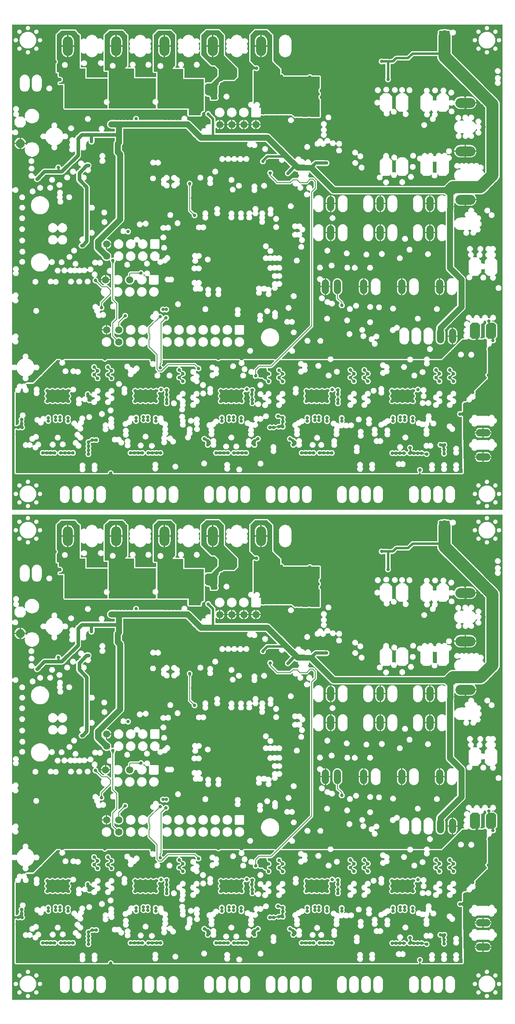
<source format=gbr>
G04 CAM350 V9.5 (Build 208) Date:  Tue Mar 07 15:27:19 2017 *
G04 Database: (Untitled) *
G04 Layer 2: g1 *
%FSLAX24Y24*%
%MOIN*%
%SFA1.000B1.000*%

%MIA0B0*%
%IPPOS*%
%ADD10C,0.01500*%
%ADD70C,0.00100*%
%ADD71C,0.00200*%
%ADD21C,0.00400*%
%ADD26C,0.00800*%
%ADD28R,0.01600X0.01600*%
%ADD29C,0.06400*%
%ADD72R,0.00800X0.00800*%
%ADD32C,0.01000*%
%ADD33C,0.02000*%
%ADD34C,0.02800*%
%ADD35C,0.03000*%
%ADD36C,0.02500*%
%ADD37C,0.05000*%
%ADD38C,0.06000*%
%ADD39C,0.05905*%
%ADD40C,0.08250*%
%ADD41C,0.04140*%
%ADD42R,0.08300X0.08300*%
%ADD43R,0.04160X0.04160*%
%ADD44C,0.02900*%
%ADD45C,0.10000*%
%ADD46C,0.04800*%
%LNg1*%
%LPD*%
G36*
X2746Y43291D02*
G01Y44451D01*
Y44571*
Y45610*
Y45731*
Y46769*
Y46890*
Y47929*
Y48049*
Y49088*
Y49209*
Y50247*
Y50368*
Y51406*
Y51527*
Y52566*
Y52686*
Y53846*
Y53850*
Y53855*
Y53864*
Y53868*
Y53874*
Y53882*
Y53891*
Y53898*
Y53907*
Y53917*
Y53921*
Y53927*
Y53934*
Y53942*
Y53949*
Y53957*
Y53964*
Y53972*
Y53979*
Y53987*
Y53997*
Y54004*
Y54017*
Y54030*
Y54044*
Y54056*
Y54070*
Y54090*
Y54097*
Y54110*
Y54123*
Y54137*
Y54150*
Y54164*
Y54184*
Y54188*
Y54194*
Y54199*
Y54206*
Y54211*
Y54218*
Y54228*
Y54232*
Y54238*
Y54244*
Y54252*
Y54258*
Y54265*
Y54275*
Y54295*
Y54300*
Y54303*
Y54307*
Y54313*
Y54319*
Y54326*
Y54332*
Y54340*
Y54346*
Y54353*
Y54363*
Y54370*
Y54374*
Y54381*
Y54394*
Y54404*
Y54415*
Y54425*
Y54436*
Y54456*
Y54463*
Y54470*
Y54477*
Y54490*
Y54504*
Y54519*
Y54533*
Y54549*
Y54569*
Y54578*
Y54585*
Y54592*
Y54605*
Y54623*
Y54642*
Y54659*
Y54678*
Y54698*
Y54708*
Y54717*
Y54721*
Y54727*
Y54733*
Y54741*
Y54751*
Y54755*
Y54761*
Y54770*
Y54773*
X2749Y54777*
X2751Y54779*
X2753Y54780*
X2761Y54784*
X2763Y54785*
X2790Y54800*
X2792Y54801*
X2794*
X2796Y54802*
X2799Y54801*
X2823Y54785*
X2824Y54784*
X2831Y54779*
X2834Y54777*
X2845Y54770*
X2889Y54761*
X2891Y54760*
X2916Y54756*
X2938Y54751*
X2960Y54756*
X2987Y54761*
X3031Y54769*
X3033Y54771*
X3043Y54777*
X3046Y54779*
X3050Y54782*
X3060Y54788*
X3066Y54793*
X3071Y54796*
X3072Y54797*
X3074Y54798*
X3077Y54799*
X3079*
X3095Y54793*
X3100Y54791*
X3121Y54784*
X3124Y54780*
Y54779*
X3125Y54778*
Y54777*
Y54776*
X3127Y54770*
X3132Y54752*
Y54751*
X3133*
X3138Y54733*
X3140Y54727*
X3142Y54722*
X3143Y54718*
Y54717*
X3145Y54715*
X3147Y54711*
X3148Y54709*
X3149Y54707*
X3150Y54703*
X3151Y54699*
Y54698*
X3211Y54586*
X3214Y54582*
X3217Y54578*
X3218Y54577*
Y54576*
X3221Y54572*
X3222Y54569*
X3226Y54564*
X3231Y54559*
X3275Y54504*
X3277Y54501*
X3290Y54487*
Y54486*
X3296Y54478*
X3300Y54474*
X3304Y54469*
X3311Y54464*
X3314Y54460*
X3318Y54456*
X3321Y54453*
X3324Y54450*
X3410Y54379*
X3416Y54375*
X3417Y54374*
X3425Y54370*
X3426Y54369*
X3427*
Y54368*
X3433Y54363*
X3458Y54350*
X3463Y54347*
X3546Y54303*
X3555Y54301*
X3557Y54300*
X3565Y54295*
X3576Y54292*
X3626Y54277*
X3629Y54275*
X3632Y54270*
X3642Y54242*
X3647Y54231*
Y54229*
X3646Y54226*
X3618Y54184*
X3617Y54179*
X3603Y54108*
X3602Y54105*
X3599Y54090*
X3602Y54075*
X3603Y54073*
X3617Y54002*
X3618Y53997*
X3667Y53923*
X3668Y53922*
X3671Y53918*
X3750Y53865*
X3795Y53856*
X3822Y53850*
X3824*
X3844Y53846*
X3866Y53851*
X3891Y53855*
X3893Y53856*
X3937Y53865*
X4016Y53918*
X4036Y53947*
X4037Y53948*
X4043Y53957*
X4046Y53961*
X4048Y53964*
X4056Y53976*
X4057Y53978*
X4066Y53992*
X4067Y53993*
X4070Y53997*
X4074Y54019*
X4075Y54023*
X4084Y54067*
Y54068*
Y54069*
X4085Y54073*
X4086Y54075*
X4089Y54090*
X4086Y54104*
X4085Y54108*
Y54111*
X4084Y54112*
Y54113*
X4075Y54158*
X4074Y54162*
X4070Y54184*
X4069Y54185*
X4067Y54188*
X4062Y54195*
X4059Y54200*
X4054Y54207*
X4051Y54212*
X4045Y54221*
X4043Y54225*
X4042Y54227*
X4041Y54229*
Y54230*
X4042Y54234*
X4049Y54253*
X4051Y54258*
X4053Y54264*
X4054Y54265*
Y54267*
X4055Y54270*
X4056Y54273*
X4060Y54276*
X4123Y54296*
X4126Y54297*
X4131Y54300*
X4133*
X4141Y54303*
X4255Y54363*
X4262Y54369*
X4263Y54370*
X4264*
X4268Y54373*
X4269Y54374*
X4339Y54430*
X4340Y54431*
X4361Y54448*
X4368Y54454*
X4371Y54456*
X4374Y54460*
X4377Y54464*
X4380Y54467*
X4382Y54469*
X4383*
X4409Y54500*
X4413Y54505*
X4428Y54524*
X4429*
X4465Y54569*
X4466Y54571*
X4469Y54576*
X4470Y54578*
Y54579*
X4474Y54583*
X4476Y54586*
X4477*
X4510Y54648*
X4513Y54654*
X4523Y54673*
X4524Y54674*
X4536Y54698*
X4539Y54707*
X4540Y54708*
X4544Y54717*
X4554Y54750*
Y54751*
X4555*
X4563Y54780*
X4566Y54784*
X4589Y54792*
X4593Y54793*
X4609Y54799*
X4611*
X4614Y54798*
X4622Y54792*
X4627Y54790*
X4642Y54779*
X4645Y54777*
X4656Y54770*
X4700Y54761*
X4702Y54760*
X4727Y54756*
X4749Y54751*
X4771Y54756*
X4798Y54761*
X4842Y54769*
X4844Y54771*
X4854Y54777*
X4858Y54779*
X4869Y54787*
X4873Y54789*
X4882Y54796*
X4917Y54820*
X4922Y54822*
X4923Y54823*
X4924Y54825*
X4928Y54831*
X4932Y54836*
X4934Y54840*
X4942Y54851*
X4944Y54855*
X4952Y54866*
X4954Y54870*
X4975Y54902*
X4976Y54906*
X4990Y54978*
X4991Y54982*
X4994Y54996*
X4991Y55011*
X4990Y55013*
X4976Y55086*
X4975Y55090*
Y55091*
X4964Y55107*
X4962Y55111*
X4954Y55122*
X4952Y55126*
X4944Y55137*
X4942Y55141*
X4934Y55152*
X4932Y55156*
X4928Y55161*
X4924Y55167*
X4923Y55169*
X4921Y55170*
X4918Y55172*
X4843Y55222*
X4749Y55241*
X4656Y55222*
X4645Y55215*
X4642Y55213*
X4627Y55202*
X4622Y55200*
X4614Y55194*
X4611Y55193*
X4609*
X4593Y55199*
X4589Y55200*
X4566Y55208*
X4563Y55212*
X4544Y55275*
X4540Y55284*
X4539Y55285*
X4537Y55293*
X4512Y55340*
X4511Y55342*
X4476Y55406*
X4474Y55409*
X4470Y55413*
Y55414*
X4469Y55416*
X4466Y55421*
X4465Y55423*
X4456Y55434*
X4455Y55435*
X4417Y55481*
X4411Y55489*
X4383Y55523*
X4380Y55525*
X4377Y55528*
X4374Y55532*
X4373*
X4370Y55536*
X4364Y55541*
X4321Y55576*
X4320Y55577*
X4269Y55618*
Y55619*
X4263Y55621*
X4262Y55622*
X4254Y55629*
X4204Y55656*
X4201Y55657*
X4141Y55689*
X4136Y55691*
X4133*
X4132Y55692*
X4123Y55696*
X4060Y55716*
X4056Y55719*
X4055Y55722*
X4054Y55725*
X4053Y55727*
Y55728*
X4051Y55734*
X4049Y55739*
X4042Y55758*
X4041Y55762*
Y55763*
X4042Y55765*
X4043Y55767*
X4045Y55771*
X4046Y55773*
X4051Y55780*
X4053Y55783*
X4059Y55792*
X4067Y55803*
Y55804*
X4070Y55808*
X4074Y55830*
X4075Y55834*
X4084Y55878*
Y55879*
Y55880*
X4085Y55884*
X4086Y55886*
X4089Y55901*
X4086Y55915*
X4085Y55919*
Y55922*
X4084Y55923*
Y55924*
X4075Y55969*
X4074Y55973*
X4070Y55995*
X4067Y55999*
X4066Y56000*
X4057Y56014*
X4056Y56016*
X4048Y56028*
X4046Y56031*
X4043Y56035*
X4037Y56044*
X4036Y56045*
X4016Y56074*
X3937Y56127*
X3893Y56136*
X3891Y56137*
X3866Y56141*
X3844Y56146*
X3824Y56142*
X3822*
X3795Y56136*
X3750Y56127*
X3671Y56074*
X3667Y56070*
Y56069*
X3618Y55995*
X3617Y55990*
X3603Y55919*
X3602Y55916*
X3599Y55901*
X3602Y55886*
X3603Y55884*
X3617Y55813*
X3618Y55808*
X3635Y55782*
X3638Y55777*
X3646Y55766*
X3647Y55763*
Y55761*
X3642Y55749*
X3632Y55722*
X3629Y55717*
X3626Y55715*
X3576Y55700*
X3565Y55697*
X3562Y55695*
X3557Y55692*
X3555Y55691*
X3551Y55690*
X3546Y55689*
X3488Y55658*
X3482Y55655*
X3463Y55645*
X3458Y55642*
X3433Y55629*
X3427Y55622*
X3425Y55621*
X3417Y55618*
X3416Y55617*
X3415*
X3410Y55613*
X3408Y55611*
X3317Y55536*
X3314Y55532*
X3311Y55528*
X3304Y55523*
X3300Y55518*
X3296Y55514*
X3276Y55489*
X3270Y55481*
X3259Y55468*
X3231Y55433*
X3226Y55428*
X3222Y55423*
X3221Y55420*
X3218Y55416*
Y55415*
X3217Y55414*
X3214Y55410*
X3211Y55406*
X3151Y55294*
Y55293*
X3150Y55289*
X3149Y55285*
X3148Y55283*
X3147Y55281*
X3145Y55277*
X3143Y55275*
Y55274*
X3142Y55270*
X3140Y55265*
X3138Y55259*
X3133Y55241*
X3132*
Y55240*
X3127Y55222*
X3125Y55216*
Y55215*
Y55214*
X3124Y55213*
Y55212*
X3121Y55208*
X3100Y55201*
X3095Y55199*
X3079Y55193*
X3077*
X3074Y55194*
X3072Y55195*
X3071Y55196*
X3066Y55199*
X3060Y55204*
X3051Y55210*
X3050*
X3032Y55222*
X2938Y55241*
X2844Y55221*
X2841Y55220*
X2834Y55215*
X2831Y55213*
X2824Y55208*
X2823Y55207*
X2799Y55191*
X2796Y55190*
X2794Y55191*
X2792*
X2790Y55192*
X2763Y55207*
X2761Y55208*
X2753Y55212*
X2751Y55213*
X2749Y55215*
X2746Y55219*
Y55222*
Y55226*
Y55231*
Y55241*
Y55245*
Y55251*
Y55257*
Y55265*
Y55275*
Y55284*
Y55294*
Y55301*
Y55314*
Y55331*
Y55350*
Y55368*
Y55387*
Y55407*
Y55414*
Y55423*
Y55430*
Y55443*
Y55457*
Y55473*
Y55487*
Y55502*
Y55522*
Y55529*
Y55536*
Y55543*
Y55556*
Y55566*
Y55577*
Y55587*
Y55598*
Y55618*
Y55622*
Y55629*
Y55633*
Y55639*
Y55645*
Y55652*
Y55658*
Y55665*
Y55671*
Y55679*
Y55689*
Y55692*
Y55697*
Y55701*
Y55707*
Y55717*
Y55733*
Y55740*
Y55746*
Y55754*
Y55764*
Y55768*
Y55774*
Y55779*
Y55786*
Y55791*
Y55798*
Y55808*
Y55815*
Y55828*
Y55841*
Y55855*
Y55867*
Y55881*
Y55901*
Y55908*
Y55921*
Y55934*
Y55948*
Y55961*
Y55975*
Y55995*
Y55999*
Y56005*
Y56012*
Y56020*
Y56027*
Y56035*
Y56042*
Y56050*
Y56057*
Y56065*
Y56075*
Y56079*
Y56085*
Y56092*
Y56101*
Y56109*
Y56118*
Y56128*
Y56132*
Y56137*
Y56146*
Y56245*
Y56786*
Y56885*
Y56889*
Y56894*
Y56903*
Y56907*
Y56913*
Y56921*
Y56930*
Y56937*
Y56946*
Y56956*
Y56960*
Y56966*
Y56973*
Y56982*
Y56989*
Y56997*
Y57004*
Y57013*
Y57015*
Y57019*
X2750Y57024*
X2758Y57026*
X2759*
X2779Y57031*
X2780*
X2785Y57033*
X2786*
X2790Y57034*
X2791*
X2792*
X2793*
X2797Y57032*
X2799Y57031*
X2802Y57025*
X2805Y57020*
X2807Y57017*
X2825Y56990*
X2829Y56985*
X2844Y56962*
X2845Y56961*
X2848Y56957*
X2927Y56904*
X2972Y56895*
X2999Y56889*
X3001*
X3021Y56885*
X3043Y56890*
X3068Y56894*
X3070Y56895*
X3114Y56904*
X3193Y56957*
X3246Y57036*
X3256Y57085*
X3257Y57089*
X3260Y57107*
X3261Y57109*
X3265Y57129*
X3261Y57149*
Y57151*
X3246Y57223*
X3205Y57285*
X3203Y57289*
X3193Y57302*
X3183Y57310*
X3179Y57312*
X3170Y57318*
X3169Y57319*
X3168*
Y57322*
Y57325*
Y57329*
Y57359*
Y57364*
Y57367*
Y57369*
X3170Y57371*
X3193Y57387*
X3246Y57466*
X3256Y57515*
X3257Y57519*
X3260Y57537*
X3261Y57539*
X3265Y57559*
X3261Y57579*
Y57581*
X3246Y57653*
X3205Y57715*
X3203Y57719*
X3193Y57732*
X3192Y57734*
X3191*
X3144Y57766*
X3140Y57768*
X3129Y57776*
X3125Y57778*
X3114Y57785*
X3070Y57794*
X3068Y57795*
X3043Y57799*
X3021Y57804*
X3001Y57800*
X2999*
X2972Y57794*
X2927Y57785*
X2916Y57778*
X2912Y57776*
X2901Y57768*
X2897Y57766*
X2853Y57736*
X2848Y57732*
X2846Y57729*
X2842Y57724*
X2838Y57718*
X2836Y57715*
X2828Y57703*
X2826Y57700*
X2801Y57663*
X2799Y57659*
X2797Y57656*
X2793Y57654*
X2792*
X2791*
X2783Y57656*
X2781Y57657*
X2750Y57665*
X2746Y57670*
Y57674*
Y57676*
Y57683*
Y57692*
Y57699*
Y57707*
Y57714*
Y57722*
Y57732*
Y57736*
Y57742*
Y57750*
Y57759*
Y57766*
Y57775*
Y57785*
Y57789*
Y57795*
Y57804*
Y58995*
Y59084*
Y60275*
Y60279*
Y60284*
Y60293*
Y60297*
Y60303*
Y60311*
Y60320*
Y60327*
Y60336*
Y60346*
Y60350*
Y60356*
Y60363*
Y60372*
Y60379*
Y60387*
Y60394*
Y60403*
Y60405*
Y60409*
X2750Y60414*
X2758Y60416*
X2759*
X2779Y60421*
X2780*
X2785Y60423*
X2786*
X2790Y60424*
X2791*
X2792*
X2793*
X2797Y60422*
X2799Y60421*
X2802Y60415*
X2805Y60410*
X2807Y60407*
X2825Y60380*
X2829Y60375*
X2844Y60352*
X2845Y60351*
X2848Y60347*
X2927Y60294*
X2972Y60285*
X2999Y60279*
X3001*
X3021Y60275*
X3043Y60280*
X3068Y60284*
X3070Y60285*
X3114Y60294*
X3193Y60347*
X3246Y60426*
X3256Y60475*
X3257Y60479*
X3260Y60497*
X3261Y60499*
X3265Y60519*
X3261Y60539*
Y60541*
X3246Y60613*
X3205Y60675*
X3203Y60679*
X3193Y60692*
X3192Y60693*
X3191Y60694*
X3189Y60695*
X3188Y60696*
X3175Y60705*
X3172Y60707*
X3163Y60713*
X3162Y60714*
X3161*
Y60717*
Y60720*
Y60724*
Y60754*
Y60759*
Y60762*
Y60764*
X3163Y60766*
X3193Y60787*
X3246Y60866*
X3256Y60915*
X3257Y60919*
X3260Y60937*
X3261Y60939*
X3265Y60959*
X3261Y60979*
Y60981*
X3246Y61053*
X3205Y61115*
X3203Y61119*
X3193Y61132*
X3192Y61134*
X3191*
X3144Y61166*
X3140Y61168*
X3129Y61176*
X3125Y61178*
X3114Y61185*
X3070Y61194*
X3068Y61195*
X3043Y61199*
X3021Y61204*
X3001Y61200*
X2999*
X2972Y61194*
X2927Y61185*
X2916Y61178*
X2912Y61176*
X2901Y61168*
X2897Y61166*
X2853Y61136*
X2848Y61132*
X2846Y61129*
X2842Y61124*
X2838Y61118*
X2836Y61115*
X2828Y61103*
X2826Y61100*
X2801Y61063*
X2799Y61059*
X2797Y61056*
X2793Y61054*
X2792*
X2791*
X2783Y61056*
X2781Y61057*
X2750Y61065*
X2746Y61070*
Y61074*
Y61076*
Y61083*
Y61092*
Y61099*
Y61107*
Y61114*
Y61122*
Y61132*
Y61136*
Y61142*
Y61150*
Y61159*
Y61166*
Y61175*
Y61185*
Y61189*
Y61195*
Y61204*
Y62359*
Y62484*
Y63514*
Y63639*
Y64669*
Y64794*
Y65825*
Y65949*
Y66980*
Y67105*
Y68135*
Y68260*
Y69415*
Y69419*
Y69424*
Y69433*
Y69437*
Y69443*
Y69451*
Y69460*
Y69467*
Y69476*
Y69486*
Y69490*
Y69496*
Y69502*
Y69509*
Y69514*
Y69521*
Y69526*
Y69529*
X2748Y69533*
X2790Y69561*
X2793Y69562*
X2797Y69560*
X2799Y69557*
X2800Y69556*
X2816Y69532*
Y69531*
X2820Y69527*
Y69526*
X2847Y69487*
X2926Y69434*
X2970Y69425*
X2972Y69424*
X2997Y69419*
X2999*
X3019Y69415*
X3041Y69420*
X3068Y69425*
X3113Y69434*
X3192Y69487*
X3195Y69491*
X3196Y69492*
X3245Y69566*
X3246Y69571*
X3264Y69659*
X3246Y69749*
X3245Y69753*
Y69754*
X3204Y69815*
X3202Y69819*
X3198Y69824*
X3194Y69830*
X3192Y69832*
X3187Y69836*
X3143Y69866*
X3139Y69868*
X3128Y69876*
X3124Y69878*
X3113Y69885*
X3068Y69894*
X3041Y69899*
X3019Y69904*
X2999Y69900*
X2997*
X2972Y69895*
X2970Y69894*
X2926Y69885*
X2915Y69878*
X2911Y69876*
X2900Y69868*
X2896Y69866*
X2849Y69834*
X2848*
X2847Y69832*
X2838Y69819*
X2837*
X2834Y69814*
X2820Y69794*
X2818Y69790*
X2816Y69788*
Y69787*
X2812Y69781*
X2809Y69777*
X2808Y69774*
X2804Y69769*
X2800Y69763*
X2799Y69762*
X2797Y69759*
X2793Y69757*
X2790Y69758*
X2776Y69768*
X2772Y69770*
X2761Y69778*
X2757Y69780*
X2748Y69786*
X2746Y69790*
Y69793*
Y69797*
Y69803*
Y69810*
Y69815*
Y69822*
Y69832*
Y69836*
Y69842*
Y69850*
Y69859*
Y69866*
Y69875*
Y69885*
Y69889*
Y69895*
Y69904*
Y70904*
Y71184*
Y71905*
Y72184*
Y72905*
Y73185*
Y74185*
Y74189*
Y74194*
Y74203*
Y74207*
Y74213*
Y74221*
Y74230*
Y74237*
Y74246*
Y74256*
Y74264*
Y74268*
X2750Y74273*
X2774Y74280*
X2780Y74282*
X2793Y74286*
X2794*
X2798Y74284*
X2817Y74257*
X2896Y74204*
X2940Y74195*
X2942Y74194*
X2967Y74189*
X2969*
X2989Y74185*
X3011Y74190*
X3038Y74195*
X3083Y74204*
X3162Y74257*
X3165Y74261*
X3166Y74262*
X3215Y74336*
X3234Y74429*
X3215Y74523*
X3174Y74585*
X3172Y74589*
X3168Y74594*
X3164Y74600*
X3162Y74602*
X3157Y74606*
X3113Y74636*
X3109Y74638*
X3098Y74646*
X3094Y74648*
X3083Y74655*
X3038Y74664*
X3011Y74669*
X2989Y74674*
X2969Y74670*
X2967*
X2942Y74665*
X2940Y74664*
X2896Y74655*
X2885Y74648*
X2881Y74646*
X2870Y74638*
X2866Y74636*
X2819Y74604*
X2818*
X2817Y74602*
X2811Y74595*
Y74594*
X2807Y74587*
X2806Y74586*
X2800Y74577*
X2798Y74575*
X2794Y74573*
X2793*
X2792*
X2789*
X2753Y74584*
X2750Y74586*
X2746Y74591*
Y74594*
Y74602*
Y74606*
Y74612*
Y74620*
Y74629*
Y74636*
Y74645*
Y74655*
Y74659*
Y74665*
Y74674*
Y75904*
Y75954*
Y77134*
Y77184*
Y78364*
Y78414*
Y79594*
Y79644*
Y80824*
Y80874*
Y82054*
Y82104*
Y83326*
Y83331*
Y83334*
X2747*
X2751Y83336*
X2756*
X43330*
X43335*
X43339Y83334*
X43340*
Y83331*
Y83326*
Y82104*
Y82054*
Y80874*
Y80824*
Y79644*
Y79594*
Y78414*
Y78364*
Y77184*
Y77134*
Y75954*
Y75904*
Y74674*
Y74655*
Y74645*
Y74636*
Y74629*
Y74620*
Y74612*
Y74606*
Y74602*
Y74592*
Y74584*
Y74578*
Y74570*
Y74563*
Y74555*
Y74548*
Y74540*
Y74533*
Y74527*
Y74523*
Y74503*
Y74489*
Y74476*
Y74462*
Y74429*
Y74409*
Y74395*
Y74383*
Y74369*
Y74356*
Y74343*
Y74336*
Y74326*
Y74318*
Y74311*
Y74303*
Y74296*
Y74288*
Y74281*
Y74273*
Y74256*
Y74246*
Y74237*
Y74230*
Y74221*
Y74213*
Y74207*
Y74203*
Y74194*
Y74189*
Y74185*
Y73185*
Y72905*
Y72184*
Y71905*
Y71184*
Y70904*
Y69904*
Y69885*
Y69875*
Y69866*
Y69859*
Y69850*
Y69832*
Y69822*
Y69814*
Y69808*
Y69800*
Y69793*
Y69785*
Y69778*
Y69770*
Y69763*
Y69757*
Y69753*
Y69733*
Y69719*
Y69706*
Y69692*
Y69659*
Y69639*
Y69625*
Y69613*
Y69599*
Y69586*
Y69573*
Y69566*
Y69556*
Y69548*
Y69541*
Y69533*
Y69526*
Y69518*
Y69511*
Y69503*
Y69486*
Y69476*
Y69467*
Y69460*
Y69451*
Y69443*
Y69437*
Y69433*
Y69424*
Y69419*
Y69415*
Y68260*
Y68135*
Y67105*
Y66980*
Y65949*
Y65825*
Y64794*
Y64669*
Y63639*
Y63514*
Y62484*
Y62359*
Y61204*
Y61185*
Y61175*
Y61166*
Y61159*
Y61150*
Y61132*
Y61122*
Y61114*
Y61108*
Y61100*
Y61093*
Y61085*
Y61078*
Y61070*
Y61063*
Y61057*
Y61053*
Y61033*
Y61019*
Y61006*
Y60992*
Y60959*
Y60939*
Y60925*
Y60913*
Y60899*
Y60886*
Y60873*
Y60866*
Y60856*
Y60848*
Y60841*
Y60833*
Y60826*
Y60818*
Y60811*
Y60803*
Y60796*
Y60790*
Y60786*
Y60776*
Y60774*
Y60768*
Y60764*
Y60754*
Y60724*
Y60714*
Y60704*
Y60702*
Y60692*
Y60682*
Y60674*
Y60668*
Y60660*
Y60653*
Y60645*
Y60638*
Y60630*
Y60623*
Y60617*
Y60613*
Y60593*
Y60579*
Y60566*
Y60552*
Y60519*
Y60499*
Y60485*
Y60473*
Y60459*
Y60446*
Y60433*
Y60426*
Y60416*
Y60408*
Y60401*
Y60393*
Y60386*
Y60378*
Y60371*
Y60363*
Y60346*
Y60336*
Y60327*
Y60320*
Y60311*
Y60303*
Y60297*
Y60293*
Y60284*
Y60279*
Y60275*
Y59084*
Y58995*
Y57804*
Y57785*
Y57775*
Y57766*
Y57759*
Y57750*
Y57732*
Y57722*
Y57714*
Y57708*
Y57700*
Y57693*
Y57685*
Y57678*
Y57670*
Y57663*
Y57657*
Y57653*
Y57633*
Y57619*
Y57606*
Y57592*
Y57559*
Y57539*
Y57525*
Y57513*
Y57499*
Y57486*
Y57473*
Y57466*
Y57456*
Y57448*
Y57441*
Y57433*
Y57426*
Y57418*
Y57411*
Y57403*
Y57396*
Y57390*
Y57386*
Y57369*
Y57359*
Y57329*
Y57319*
Y57302*
Y57292*
Y57284*
Y57278*
Y57270*
Y57263*
Y57255*
Y57248*
Y57240*
Y57233*
Y57227*
Y57223*
Y57203*
Y57189*
Y57176*
Y57162*
Y57129*
Y57109*
Y57095*
Y57083*
Y57069*
Y57056*
Y57043*
Y57036*
Y57026*
Y57018*
Y57011*
Y57003*
Y56996*
Y56988*
Y56981*
Y56973*
Y56956*
Y56946*
Y56937*
Y56930*
Y56921*
Y56913*
Y56907*
Y56903*
Y56894*
Y56889*
Y56885*
Y56786*
Y56245*
Y56146*
Y56137*
Y56132*
Y56128*
Y56118*
Y56109*
Y56101*
Y56092*
Y56075*
Y56065*
Y56057*
Y56050*
Y56042*
Y56035*
Y56027*
Y56020*
Y56012*
Y56005*
Y55999*
Y55995*
Y55975*
Y55961*
Y55948*
Y55934*
Y55901*
Y55881*
Y55867*
Y55855*
Y55841*
Y55828*
Y55815*
Y55808*
Y55798*
Y55791*
Y55786*
Y55779*
Y55764*
Y55754*
Y55746*
Y55740*
Y55733*
Y55727*
Y55721*
Y55717*
Y55707*
Y55701*
Y55697*
Y55692*
Y55689*
Y55679*
Y55671*
Y55665*
Y55658*
Y55652*
Y55645*
Y55639*
Y55633*
Y55629*
Y55622*
Y55618*
Y55598*
Y55587*
Y55577*
Y55566*
Y55556*
Y55543*
Y55536*
Y55529*
Y55522*
Y55502*
Y55487*
Y55473*
Y55457*
Y55443*
Y55430*
Y55423*
Y55414*
Y55407*
Y55387*
Y55368*
Y55350*
Y55331*
Y55314*
Y55301*
Y55294*
Y55284*
Y55275*
Y55265*
Y55257*
Y55241*
Y55231*
Y55226*
Y55222*
Y55212*
Y55203*
Y55196*
Y55187*
Y55169*
Y55159*
Y55151*
Y55144*
Y55136*
Y55129*
Y55121*
Y55114*
Y55106*
Y55100*
Y55094*
Y55090*
Y55070*
Y55056*
Y55043*
Y55029*
Y54996*
Y54976*
Y54962*
Y54949*
Y54935*
Y54922*
Y54909*
Y54902*
Y54892*
Y54884*
Y54877*
Y54869*
Y54863*
Y54855*
Y54848*
Y54840*
Y54823*
Y54813*
Y54804*
Y54796*
Y54787*
Y54780*
Y54774*
Y54770*
Y54751*
Y54741*
Y54733*
Y54727*
Y54721*
Y54717*
Y54708*
Y54698*
Y54678*
Y54659*
Y54642*
Y54623*
Y54605*
Y54592*
Y54585*
Y54578*
Y54569*
Y54549*
Y54533*
Y54519*
Y54504*
Y54490*
Y54477*
Y54470*
Y54463*
Y54456*
Y54436*
Y54425*
Y54415*
Y54404*
Y54394*
Y54381*
Y54374*
Y54370*
Y54363*
Y54353*
Y54346*
Y54340*
Y54332*
Y54326*
Y54319*
Y54313*
Y54307*
Y54303*
Y54300*
Y54295*
Y54275*
Y54265*
Y54258*
Y54252*
Y54244*
Y54228*
Y54218*
Y54211*
Y54206*
Y54199*
Y54194*
Y54188*
Y54184*
Y54164*
Y54150*
Y54137*
Y54123*
Y54090*
Y54070*
Y54056*
Y54044*
Y54030*
Y54017*
Y54004*
Y53997*
Y53987*
Y53979*
Y53972*
Y53964*
Y53957*
Y53949*
Y53942*
Y53934*
Y53917*
Y53907*
Y53898*
Y53891*
Y53882*
Y53874*
Y53868*
Y53864*
Y53855*
Y53850*
Y53846*
Y52686*
Y52566*
Y51527*
Y51406*
Y50368*
Y50247*
Y49209*
Y49088*
Y48049*
Y47929*
Y46890*
Y46769*
Y45731*
Y45610*
Y44571*
Y44451*
Y43291*
Y43281*
Y43273*
Y43267*
Y43259*
Y43253*
Y43252*
Y43247*
Y43246*
X43335Y43242*
X43330*
X2796*
X2795*
X2780*
X2762Y43243*
X2752*
X2751*
X2747Y43248*
X2746Y43279*
Y43281*
Y43283*
Y43288*
Y43291*
G37*
G36*
Y2791D02*
G01Y3951D01*
Y4071*
Y5110*
Y5231*
Y6269*
Y6390*
Y7429*
Y7549*
Y8588*
Y8709*
Y9747*
Y9868*
Y10906*
Y11027*
Y12066*
Y12186*
Y13346*
Y13350*
Y13355*
Y13364*
Y13368*
Y13374*
Y13382*
Y13391*
Y13398*
Y13407*
Y13417*
Y13434*
Y13442*
Y13449*
Y13457*
Y13464*
Y13472*
Y13479*
Y13487*
Y13497*
Y13504*
Y13517*
Y13530*
Y13544*
Y13556*
Y13570*
Y13590*
Y13597*
Y13610*
Y13623*
Y13637*
Y13650*
Y13664*
Y13684*
Y13688*
Y13694*
Y13699*
Y13706*
Y13711*
Y13718*
Y13728*
Y13732*
Y13738*
Y13744*
Y13752*
Y13758*
Y13765*
Y13775*
Y13795*
Y13800*
Y13803*
Y13807*
Y13813*
Y13819*
Y13826*
Y13832*
Y13840*
Y13846*
Y13853*
Y13863*
Y13870*
Y13874*
Y13881*
Y13894*
Y13904*
Y13915*
Y13925*
Y13936*
Y13956*
Y13963*
Y13970*
Y13977*
Y13990*
Y14004*
Y14019*
Y14033*
Y14049*
Y14069*
Y14078*
Y14085*
Y14092*
Y14105*
Y14123*
Y14142*
Y14159*
Y14178*
Y14198*
Y14208*
Y14217*
Y14221*
Y14227*
Y14233*
Y14241*
Y14251*
Y14270*
Y14273*
X2749Y14277*
X2751Y14279*
X2753Y14280*
X2761Y14284*
X2763Y14285*
X2790Y14300*
X2792Y14301*
X2794*
X2796Y14302*
X2799Y14301*
X2823Y14285*
X2824Y14284*
X2831Y14279*
X2834Y14277*
X2845Y14270*
X2889Y14261*
X2891Y14260*
X2916Y14256*
X2938Y14251*
X2960Y14256*
X2987Y14261*
X3031Y14269*
X3033Y14271*
X3043Y14277*
X3046Y14279*
X3050Y14282*
X3062Y14290*
X3065Y14292*
X3071Y14296*
X3072Y14297*
X3074Y14298*
X3077Y14299*
X3079*
X3095Y14293*
X3100Y14291*
X3121Y14284*
X3124Y14280*
Y14279*
X3125Y14278*
Y14277*
Y14276*
X3127Y14270*
X3132Y14252*
Y14251*
X3133*
X3138Y14233*
X3140Y14227*
X3142Y14222*
X3143Y14218*
Y14217*
X3145Y14215*
X3147Y14211*
X3148Y14209*
X3149Y14207*
X3150Y14203*
X3151Y14199*
Y14198*
X3211Y14086*
X3214Y14082*
X3217Y14078*
X3218Y14077*
Y14076*
X3221Y14072*
X3222Y14069*
X3226Y14064*
X3231Y14059*
X3275Y14004*
X3277Y14001*
X3290Y13987*
Y13986*
X3296Y13979*
Y13978*
X3300Y13974*
X3304Y13969*
X3311Y13964*
X3314Y13960*
X3318Y13956*
X3321Y13953*
X3324Y13950*
X3410Y13879*
X3416Y13875*
X3417Y13874*
X3425Y13870*
X3426Y13869*
X3427*
Y13868*
X3433Y13863*
X3458Y13850*
X3463Y13847*
X3534Y13810*
X3537Y13808*
X3546Y13803*
X3555Y13801*
X3557Y13800*
X3565Y13795*
X3576Y13792*
X3626Y13777*
X3629Y13775*
X3632Y13770*
X3642Y13742*
X3647Y13731*
Y13729*
X3646Y13726*
X3618Y13684*
X3617Y13679*
X3603Y13608*
X3602Y13605*
X3599Y13590*
X3602Y13575*
X3603Y13573*
X3617Y13502*
X3618Y13497*
X3667Y13423*
X3668Y13422*
X3671Y13418*
X3750Y13365*
X3795Y13356*
X3822Y13350*
X3824*
X3844Y13346*
X3866Y13351*
X3891Y13355*
X3893Y13356*
X3937Y13365*
X4016Y13418*
X4036Y13447*
X4037Y13448*
X4043Y13457*
X4046Y13461*
X4048Y13464*
X4056Y13476*
X4057Y13478*
X4066Y13492*
X4067Y13493*
X4070Y13497*
X4074Y13519*
X4075Y13523*
X4084Y13567*
Y13568*
Y13569*
X4085Y13573*
X4086Y13575*
X4089Y13590*
X4086Y13604*
X4085Y13608*
Y13611*
X4084Y13612*
Y13613*
X4075Y13658*
X4074Y13662*
X4070Y13684*
X4069Y13685*
X4067Y13688*
X4062Y13695*
X4059Y13700*
X4054Y13707*
X4051Y13712*
X4045Y13721*
X4043Y13725*
X4042Y13727*
X4041Y13729*
Y13730*
X4042Y13734*
X4049Y13753*
X4051Y13758*
X4053Y13764*
X4054Y13765*
Y13767*
X4055Y13770*
X4056Y13773*
X4060Y13776*
X4123Y13796*
X4126Y13797*
X4131Y13800*
X4133*
X4141Y13803*
X4255Y13863*
X4262Y13869*
X4263Y13870*
X4264*
X4268Y13873*
X4269Y13874*
X4339Y13930*
X4340Y13931*
X4361Y13948*
X4368Y13954*
X4371Y13956*
X4374Y13960*
X4377Y13964*
X4380Y13967*
X4382Y13969*
X4383*
X4409Y14000*
X4413Y14005*
X4428Y14024*
X4429*
X4465Y14069*
X4466Y14071*
X4469Y14076*
X4470Y14078*
Y14079*
X4474Y14083*
X4476Y14086*
X4477*
X4510Y14148*
X4513Y14154*
X4523Y14173*
X4524Y14174*
X4536Y14198*
X4539Y14207*
X4540Y14208*
X4544Y14217*
X4554Y14250*
Y14251*
X4555*
X4563Y14280*
X4566Y14284*
X4589Y14292*
X4593Y14293*
X4609Y14299*
X4611*
X4614Y14298*
X4622Y14292*
X4627Y14290*
X4642Y14279*
X4645Y14277*
X4656Y14270*
X4700Y14261*
X4702Y14260*
X4727Y14256*
X4749Y14251*
X4771Y14256*
X4798Y14261*
X4842Y14269*
X4844Y14271*
X4854Y14277*
X4858Y14279*
X4869Y14287*
X4873Y14289*
X4882Y14296*
X4917Y14320*
X4922Y14322*
X4923Y14323*
X4924Y14325*
X4928Y14331*
X4932Y14336*
X4934Y14340*
X4942Y14351*
X4944Y14355*
X4952Y14366*
X4954Y14370*
X4975Y14402*
X4976Y14406*
X4990Y14478*
X4991Y14482*
X4994Y14496*
X4991Y14511*
X4990Y14513*
X4976Y14586*
X4975Y14590*
Y14591*
X4964Y14607*
X4962Y14611*
X4954Y14622*
X4952Y14626*
X4944Y14637*
X4942Y14641*
X4934Y14652*
X4932Y14656*
X4928Y14661*
X4924Y14667*
X4923Y14669*
X4921Y14670*
X4918Y14672*
X4843Y14722*
X4749Y14741*
X4656Y14722*
X4645Y14715*
X4642Y14713*
X4627Y14702*
X4622Y14700*
X4614Y14694*
X4611Y14693*
X4609*
X4593Y14699*
X4589Y14700*
X4566Y14708*
X4563Y14712*
X4555Y14741*
X4554*
Y14742*
X4544Y14775*
X4540Y14784*
X4539Y14785*
X4537Y14793*
X4512Y14840*
X4511Y14842*
X4476Y14906*
X4474Y14909*
X4470Y14913*
Y14914*
X4469Y14916*
X4466Y14921*
X4465Y14923*
X4456Y14934*
X4455Y14935*
X4417Y14981*
X4411Y14989*
X4383Y15023*
X4380Y15025*
X4377Y15028*
X4374Y15032*
X4373*
X4370Y15036*
X4364Y15041*
X4321Y15076*
X4320Y15077*
X4269Y15118*
Y15119*
X4263Y15121*
X4262Y15122*
X4254Y15129*
X4204Y15156*
X4201Y15157*
X4141Y15189*
X4136Y15191*
X4133*
X4132Y15192*
X4123Y15196*
X4060Y15216*
X4056Y15219*
X4055Y15222*
X4054Y15225*
X4053Y15227*
Y15228*
X4051Y15234*
X4049Y15239*
X4042Y15258*
X4041Y15262*
Y15263*
X4042Y15265*
X4043Y15267*
X4045Y15271*
X4046Y15273*
X4051Y15280*
X4053Y15283*
X4059Y15292*
X4067Y15304*
X4070Y15308*
X4074Y15330*
X4075Y15334*
X4084Y15378*
Y15379*
Y15380*
X4085Y15384*
X4086Y15386*
X4089Y15401*
X4086Y15415*
X4085Y15419*
Y15422*
X4084Y15423*
Y15424*
X4075Y15469*
X4074Y15473*
X4070Y15495*
X4067Y15499*
X4066Y15500*
X4057Y15514*
X4056Y15516*
X4048Y15528*
X4046Y15531*
X4043Y15535*
X4037Y15544*
X4036Y15545*
X4016Y15574*
X3937Y15627*
X3893Y15636*
X3891Y15637*
X3866Y15641*
X3844Y15646*
X3824Y15642*
X3822*
X3795Y15636*
X3750Y15627*
X3671Y15574*
X3668Y15570*
X3667Y15569*
X3618Y15495*
X3617Y15490*
X3603Y15419*
X3602Y15416*
X3599Y15401*
X3602Y15386*
X3603Y15384*
X3617Y15313*
X3618Y15308*
X3646Y15266*
X3647Y15263*
Y15261*
X3642Y15249*
X3632Y15222*
X3629Y15217*
X3626Y15215*
X3576Y15200*
X3565Y15197*
X3562Y15195*
X3557Y15192*
X3555Y15191*
X3551Y15190*
X3546Y15189*
X3488Y15158*
X3482Y15155*
X3463Y15145*
X3458Y15142*
X3433Y15129*
X3427Y15122*
X3425Y15121*
X3417Y15118*
X3416Y15117*
X3415*
X3410Y15113*
X3408Y15111*
X3317Y15036*
X3314Y15032*
X3311Y15028*
X3304Y15023*
X3300Y15018*
X3296Y15014*
X3276Y14989*
X3270Y14981*
X3259Y14968*
X3231Y14933*
X3226Y14928*
X3222Y14923*
X3221Y14920*
X3218Y14916*
Y14915*
X3217Y14914*
X3214Y14910*
X3211Y14906*
X3151Y14794*
Y14793*
X3150Y14789*
X3149Y14785*
X3148Y14783*
X3147Y14781*
X3145Y14777*
X3143Y14775*
Y14774*
X3142Y14770*
X3140Y14765*
X3138Y14759*
X3133Y14741*
X3132*
Y14740*
X3127Y14722*
X3125Y14716*
Y14715*
Y14714*
X3124Y14713*
Y14712*
X3121Y14708*
X3100Y14701*
X3095Y14699*
X3079Y14693*
X3077*
X3074Y14694*
X3072Y14695*
X3071Y14696*
X3066Y14700*
X3062Y14702*
X3051Y14710*
X3050*
X3032Y14722*
X2938Y14741*
X2844Y14721*
X2841Y14720*
X2834Y14715*
X2831Y14713*
X2824Y14708*
X2823Y14707*
X2799Y14691*
X2796Y14690*
X2794Y14691*
X2792*
X2790Y14692*
X2763Y14707*
X2761Y14708*
X2753Y14712*
X2751Y14713*
X2749Y14715*
X2746Y14719*
Y14722*
Y14726*
Y14731*
Y14741*
Y14745*
Y14751*
Y14757*
Y14765*
Y14775*
Y14784*
Y14794*
Y14801*
Y14814*
Y14831*
Y14850*
Y14868*
Y14887*
Y14907*
Y14914*
Y14923*
Y14930*
Y14943*
Y14957*
Y14973*
Y14987*
Y15002*
Y15022*
Y15029*
Y15036*
Y15043*
Y15056*
Y15066*
Y15077*
Y15087*
Y15098*
Y15118*
Y15122*
Y15129*
Y15133*
Y15139*
Y15145*
Y15152*
Y15158*
Y15165*
Y15171*
Y15179*
Y15189*
Y15192*
Y15197*
Y15201*
Y15207*
Y15217*
Y15233*
Y15240*
Y15246*
Y15254*
Y15264*
Y15279*
Y15286*
Y15291*
Y15298*
Y15308*
Y15315*
Y15328*
Y15341*
Y15355*
Y15367*
Y15381*
Y15401*
Y15408*
Y15421*
Y15434*
Y15448*
Y15461*
Y15475*
Y15495*
Y15499*
Y15505*
Y15512*
Y15520*
Y15527*
Y15535*
Y15542*
Y15550*
Y15557*
Y15565*
Y15575*
Y15579*
Y15585*
Y15592*
Y15601*
Y15609*
Y15618*
Y15628*
Y15632*
Y15637*
Y15646*
Y15745*
Y16286*
Y16385*
Y16389*
Y16394*
Y16403*
Y16407*
Y16413*
Y16421*
Y16430*
Y16437*
Y16446*
Y16456*
Y16473*
Y16482*
Y16489*
Y16497*
Y16504*
Y16513*
Y16515*
Y16519*
X2750Y16524*
X2758Y16526*
X2759*
X2779Y16531*
X2780*
X2785Y16533*
X2786*
X2790Y16534*
X2791*
X2792*
X2793*
X2797Y16532*
X2799Y16531*
X2802Y16525*
X2805Y16520*
X2807Y16517*
X2825Y16490*
X2829Y16485*
X2844Y16462*
X2845Y16461*
X2848Y16457*
X2927Y16404*
X2972Y16395*
X2999Y16389*
X3001*
X3021Y16385*
X3043Y16390*
X3068Y16394*
X3070Y16395*
X3114Y16404*
X3193Y16457*
X3246Y16536*
X3256Y16585*
X3257Y16589*
X3260Y16607*
X3261Y16609*
X3265Y16629*
X3261Y16649*
Y16651*
X3246Y16723*
X3205Y16785*
X3203Y16789*
X3193Y16802*
X3183Y16810*
X3179Y16812*
X3170Y16818*
X3169Y16819*
X3168*
Y16822*
Y16825*
Y16829*
Y16859*
Y16864*
Y16867*
Y16869*
X3170Y16871*
X3193Y16887*
X3246Y16966*
X3256Y17015*
X3257Y17019*
X3260Y17037*
X3261Y17039*
X3265Y17059*
X3261Y17079*
Y17081*
X3246Y17153*
X3205Y17215*
X3203Y17219*
X3193Y17232*
X3192Y17234*
X3191*
X3144Y17266*
X3140Y17268*
X3129Y17276*
X3125Y17278*
X3114Y17285*
X3070Y17294*
X3068Y17295*
X3043Y17299*
X3021Y17304*
X3001Y17300*
X2999*
X2972Y17294*
X2927Y17285*
X2916Y17278*
X2912Y17276*
X2901Y17268*
X2897Y17266*
X2853Y17236*
X2848Y17232*
X2846Y17229*
X2842Y17224*
X2838Y17218*
X2836Y17215*
X2828Y17203*
X2826Y17200*
X2801Y17163*
X2799Y17159*
X2797Y17156*
X2793Y17154*
X2792*
X2791*
X2783Y17156*
X2781Y17157*
X2750Y17165*
X2746Y17170*
Y17174*
Y17176*
Y17183*
Y17192*
Y17199*
Y17207*
Y17214*
Y17222*
Y17232*
Y17236*
Y17242*
Y17250*
Y17259*
Y17266*
Y17275*
Y17285*
Y17304*
Y18495*
Y18584*
Y19775*
Y19779*
Y19784*
Y19793*
Y19797*
Y19803*
Y19811*
Y19820*
Y19827*
Y19836*
Y19846*
Y19863*
Y19872*
Y19879*
Y19887*
Y19894*
Y19903*
Y19905*
Y19909*
X2750Y19914*
X2758Y19916*
X2759*
X2779Y19921*
X2780*
X2785Y19923*
X2786*
X2790Y19924*
X2791*
X2792*
X2793*
X2797Y19922*
X2799Y19921*
X2802Y19915*
X2805Y19910*
X2807Y19907*
X2825Y19880*
X2829Y19875*
X2844Y19852*
X2845Y19851*
X2848Y19847*
X2927Y19794*
X2972Y19785*
X2999Y19779*
X3001*
X3021Y19775*
X3043Y19780*
X3068Y19784*
X3070Y19785*
X3114Y19794*
X3193Y19847*
X3246Y19926*
X3256Y19975*
X3257Y19979*
X3260Y19997*
X3261Y19999*
X3265Y20019*
X3261Y20039*
Y20041*
X3246Y20113*
X3205Y20175*
X3203Y20179*
X3193Y20192*
X3192Y20193*
X3191Y20194*
X3189Y20195*
X3188Y20196*
X3175Y20205*
X3172Y20207*
X3163Y20213*
X3162Y20214*
X3161*
Y20217*
Y20220*
Y20224*
Y20254*
Y20259*
Y20262*
Y20264*
X3163Y20266*
X3193Y20287*
X3246Y20366*
X3256Y20415*
X3257Y20419*
X3260Y20437*
X3261Y20439*
X3265Y20459*
X3261Y20479*
Y20481*
X3246Y20553*
X3205Y20615*
X3203Y20619*
X3193Y20632*
X3192Y20634*
X3191*
X3144Y20666*
X3140Y20668*
X3129Y20676*
X3125Y20678*
X3114Y20685*
X3070Y20694*
X3068Y20695*
X3043Y20699*
X3021Y20704*
X3001Y20700*
X2999*
X2972Y20694*
X2927Y20685*
X2916Y20678*
X2912Y20676*
X2901Y20668*
X2897Y20666*
X2853Y20636*
X2848Y20632*
X2846Y20629*
X2842Y20624*
X2838Y20618*
X2836Y20615*
X2828Y20603*
X2826Y20600*
X2801Y20563*
X2799Y20559*
X2797Y20556*
X2793Y20554*
X2792*
X2791*
X2783Y20556*
X2781Y20557*
X2750Y20565*
X2746Y20570*
Y20574*
Y20576*
Y20583*
Y20592*
Y20599*
Y20607*
Y20614*
Y20622*
Y20632*
Y20636*
Y20642*
Y20650*
Y20659*
Y20666*
Y20675*
Y20685*
Y20704*
Y21859*
Y21984*
Y23014*
Y23139*
Y24169*
Y24294*
Y25325*
Y25449*
Y26480*
Y26605*
Y27635*
Y27760*
Y28915*
Y28919*
Y28924*
Y28933*
Y28937*
Y28943*
Y28951*
Y28960*
Y28967*
Y28976*
Y28986*
Y28990*
Y28996*
Y29002*
Y29009*
Y29014*
Y29021*
Y29026*
Y29029*
X2748Y29033*
X2790Y29061*
X2793Y29062*
X2797Y29060*
X2799Y29057*
X2800Y29056*
X2816Y29032*
Y29031*
X2820Y29027*
Y29026*
X2847Y28987*
X2926Y28934*
X2970Y28925*
X2972Y28924*
X2997Y28919*
X2999*
X3019Y28915*
X3041Y28920*
X3068Y28925*
X3113Y28934*
X3192Y28987*
X3195Y28991*
X3196Y28992*
X3245Y29066*
X3246Y29071*
X3264Y29159*
X3246Y29249*
X3245Y29253*
Y29254*
X3204Y29315*
X3202Y29319*
X3198Y29324*
X3194Y29330*
X3192Y29332*
X3187Y29336*
X3143Y29366*
X3139Y29368*
X3128Y29376*
X3124Y29378*
X3113Y29385*
X3068Y29394*
X3041Y29399*
X3019Y29404*
X2999Y29400*
X2997*
X2972Y29395*
X2970Y29394*
X2926Y29385*
X2915Y29378*
X2911Y29376*
X2900Y29368*
X2896Y29366*
X2849Y29334*
X2848*
X2847Y29332*
X2838Y29319*
X2837*
X2834Y29314*
X2820Y29294*
X2818Y29290*
X2816Y29288*
Y29287*
X2812Y29281*
X2809Y29277*
X2808Y29274*
X2804Y29269*
X2800Y29263*
X2799Y29262*
X2797Y29259*
X2793Y29257*
X2790Y29258*
X2776Y29268*
X2772Y29270*
X2761Y29278*
X2757Y29280*
X2748Y29286*
X2746Y29290*
Y29293*
Y29297*
Y29303*
Y29310*
Y29315*
Y29322*
Y29332*
Y29336*
Y29342*
Y29350*
Y29359*
Y29366*
Y29375*
Y29385*
Y29389*
Y29395*
Y29404*
Y30404*
Y30684*
Y31405*
Y31684*
Y32405*
Y32685*
Y33685*
Y33689*
Y33694*
Y33703*
Y33707*
Y33713*
Y33721*
Y33730*
Y33737*
Y33746*
Y33756*
Y33764*
Y33768*
X2750Y33773*
X2774Y33780*
X2780Y33782*
X2793Y33786*
X2794*
X2798Y33784*
X2817Y33757*
X2896Y33704*
X2940Y33695*
X2942Y33694*
X2967Y33689*
X2969*
X2989Y33685*
X3011Y33690*
X3038Y33695*
X3083Y33704*
X3162Y33757*
X3165Y33761*
X3166Y33762*
X3215Y33836*
X3234Y33929*
X3215Y34023*
X3174Y34085*
X3172Y34089*
X3168Y34094*
X3164Y34100*
X3162Y34102*
X3157Y34106*
X3113Y34136*
X3109Y34138*
X3098Y34146*
X3094Y34148*
X3083Y34155*
X3038Y34164*
X3011Y34169*
X2989Y34174*
X2969Y34170*
X2967*
X2942Y34165*
X2940Y34164*
X2896Y34155*
X2885Y34148*
X2881Y34146*
X2870Y34138*
X2866Y34136*
X2819Y34104*
X2818*
X2817Y34102*
X2811Y34095*
Y34094*
X2807Y34087*
X2806Y34086*
X2800Y34077*
X2798Y34075*
X2794Y34073*
X2793*
X2792*
X2789*
X2753Y34084*
X2750Y34086*
X2746Y34091*
Y34094*
Y34102*
Y34106*
Y34112*
Y34120*
Y34129*
Y34136*
Y34145*
Y34155*
Y34159*
Y34165*
Y34174*
Y35404*
Y35454*
Y36634*
Y36684*
Y37864*
Y37914*
Y39094*
Y39144*
Y40324*
Y40374*
Y41554*
Y41604*
Y42825*
Y42831*
Y42834*
X2747*
X2751Y42836*
X43335*
X43339Y42834*
X43340*
Y42831*
Y42825*
Y41604*
Y41554*
Y40374*
Y40324*
Y39144*
Y39094*
Y37914*
Y37864*
Y36684*
Y36634*
Y35454*
Y35404*
Y34174*
Y34155*
Y34145*
Y34136*
Y34129*
Y34120*
Y34112*
Y34106*
Y34102*
Y34092*
Y34084*
Y34078*
Y34070*
Y34063*
Y34055*
Y34048*
Y34040*
Y34033*
Y34027*
Y34023*
Y34003*
Y33989*
Y33976*
Y33962*
Y33949*
Y33936*
Y33929*
Y33909*
Y33895*
Y33883*
Y33869*
Y33856*
Y33843*
Y33836*
Y33826*
Y33818*
Y33811*
Y33803*
Y33796*
Y33788*
Y33781*
Y33773*
Y33756*
Y33746*
Y33737*
Y33730*
Y33721*
Y33713*
Y33707*
Y33703*
Y33694*
Y33689*
Y33685*
Y32685*
Y32405*
Y31684*
Y31405*
Y30684*
Y30404*
Y29404*
Y29385*
Y29375*
Y29366*
Y29359*
Y29350*
Y29332*
Y29322*
Y29314*
Y29308*
Y29300*
Y29293*
Y29285*
Y29278*
Y29270*
Y29263*
Y29257*
Y29253*
Y29233*
Y29219*
Y29206*
Y29192*
Y29179*
Y29166*
Y29159*
Y29139*
Y29125*
Y29113*
Y29099*
Y29086*
Y29073*
Y29066*
Y29056*
Y29048*
Y29041*
Y29033*
Y29026*
Y29018*
Y29011*
Y29003*
Y28986*
Y28976*
Y28967*
Y28960*
Y28951*
Y28943*
Y28937*
Y28933*
Y28924*
Y28919*
Y28915*
Y27760*
Y27635*
Y26605*
Y26480*
Y25449*
Y25325*
Y24294*
Y24169*
Y23139*
Y23014*
Y21984*
Y21859*
Y20704*
Y20695*
Y20689*
Y20685*
Y20675*
Y20666*
Y20659*
Y20650*
Y20642*
Y20636*
Y20632*
Y20622*
Y20614*
Y20608*
Y20600*
Y20593*
Y20585*
Y20578*
Y20570*
Y20563*
Y20557*
Y20553*
Y20533*
Y20519*
Y20506*
Y20492*
Y20459*
Y20439*
Y20425*
Y20413*
Y20399*
Y20386*
Y20373*
Y20366*
Y20356*
Y20348*
Y20341*
Y20333*
Y20326*
Y20318*
Y20311*
Y20303*
Y20296*
Y20290*
Y20286*
Y20276*
Y20274*
Y20268*
Y20264*
Y20254*
Y20224*
Y20214*
Y20204*
Y20202*
Y20196*
Y20192*
Y20182*
Y20174*
Y20168*
Y20160*
Y20153*
Y20145*
Y20138*
Y20130*
Y20123*
Y20117*
Y20113*
Y20093*
Y20079*
Y20066*
Y20052*
Y20019*
Y19999*
Y19985*
Y19973*
Y19959*
Y19946*
Y19933*
Y19926*
Y19916*
Y19908*
Y19901*
Y19893*
Y19886*
Y19878*
Y19871*
Y19863*
Y19856*
Y19850*
Y19846*
Y19836*
Y19827*
Y19820*
Y19811*
Y19803*
Y19797*
Y19793*
Y19784*
Y19779*
Y19775*
Y18584*
Y18495*
Y17304*
Y17295*
Y17289*
Y17285*
Y17275*
Y17266*
Y17259*
Y17250*
Y17242*
Y17236*
Y17232*
Y17222*
Y17214*
Y17208*
Y17200*
Y17193*
Y17185*
Y17178*
Y17170*
Y17163*
Y17157*
Y17153*
Y17133*
Y17119*
Y17106*
Y17092*
Y17059*
Y17039*
Y17025*
Y17013*
Y16999*
Y16986*
Y16973*
Y16966*
Y16956*
Y16948*
Y16941*
Y16933*
Y16926*
Y16918*
Y16911*
Y16903*
Y16896*
Y16890*
Y16886*
Y16869*
Y16859*
Y16829*
Y16819*
Y16802*
Y16792*
Y16784*
Y16778*
Y16770*
Y16763*
Y16755*
Y16748*
Y16740*
Y16733*
Y16727*
Y16723*
Y16703*
Y16689*
Y16676*
Y16662*
Y16629*
Y16609*
Y16595*
Y16583*
Y16569*
Y16556*
Y16543*
Y16536*
Y16526*
Y16518*
Y16511*
Y16503*
Y16496*
Y16488*
Y16481*
Y16473*
Y16466*
Y16460*
Y16456*
Y16446*
Y16437*
Y16430*
Y16421*
Y16413*
Y16407*
Y16403*
Y16394*
Y16389*
Y16385*
Y16286*
Y15745*
Y15646*
Y15637*
Y15632*
Y15628*
Y15618*
Y15609*
Y15601*
Y15592*
Y15575*
Y15565*
Y15557*
Y15550*
Y15542*
Y15535*
Y15527*
Y15520*
Y15512*
Y15505*
Y15499*
Y15495*
Y15475*
Y15461*
Y15448*
Y15434*
Y15401*
Y15381*
Y15367*
Y15355*
Y15341*
Y15328*
Y15315*
Y15308*
Y15298*
Y15291*
Y15286*
Y15279*
Y15274*
Y15268*
Y15264*
Y15254*
Y15246*
Y15240*
Y15233*
Y15227*
Y15221*
Y15217*
Y15207*
Y15201*
Y15197*
Y15192*
Y15189*
Y15179*
Y15171*
Y15165*
Y15158*
Y15152*
Y15145*
Y15139*
Y15133*
Y15129*
Y15122*
Y15118*
Y15098*
Y15087*
Y15077*
Y15066*
Y15056*
Y15043*
Y15036*
Y15029*
Y15022*
Y15002*
Y14987*
Y14973*
Y14957*
Y14943*
Y14930*
Y14923*
Y14914*
Y14907*
Y14887*
Y14868*
Y14850*
Y14831*
Y14814*
Y14801*
Y14794*
Y14784*
Y14775*
Y14765*
Y14757*
Y14741*
Y14731*
Y14726*
Y14722*
Y14712*
Y14703*
Y14696*
Y14687*
Y14669*
Y14659*
Y14651*
Y14644*
Y14636*
Y14629*
Y14621*
Y14614*
Y14606*
Y14600*
Y14594*
Y14590*
Y14570*
Y14556*
Y14543*
Y14529*
Y14496*
Y14476*
Y14462*
Y14449*
Y14435*
Y14422*
Y14409*
Y14402*
Y14392*
Y14384*
Y14377*
Y14369*
Y14363*
Y14355*
Y14348*
Y14340*
Y14333*
Y14327*
Y14323*
Y14313*
Y14304*
Y14296*
Y14287*
Y14280*
Y14274*
Y14270*
Y14261*
Y14255*
Y14251*
Y14241*
Y14233*
Y14227*
Y14221*
Y14217*
Y14208*
Y14198*
Y14178*
Y14159*
Y14142*
Y14123*
Y14105*
Y14092*
Y14085*
Y14078*
Y14069*
Y14049*
Y14033*
Y14019*
Y14004*
Y13990*
Y13977*
Y13970*
Y13963*
Y13956*
Y13936*
Y13925*
Y13915*
Y13904*
Y13894*
Y13881*
Y13874*
Y13870*
Y13863*
Y13853*
Y13846*
Y13840*
Y13832*
Y13826*
Y13819*
Y13813*
Y13807*
Y13803*
Y13800*
Y13795*
Y13785*
Y13779*
Y13775*
Y13765*
Y13758*
Y13752*
Y13744*
Y13728*
Y13718*
Y13711*
Y13706*
Y13699*
Y13694*
Y13688*
Y13684*
Y13664*
Y13650*
Y13637*
Y13623*
Y13590*
Y13570*
Y13556*
Y13544*
Y13530*
Y13517*
Y13504*
Y13497*
Y13487*
Y13479*
Y13472*
Y13464*
Y13457*
Y13449*
Y13442*
Y13434*
Y13427*
Y13421*
Y13417*
Y13407*
Y13398*
Y13391*
Y13382*
Y13374*
Y13368*
Y13364*
Y13355*
Y13350*
Y13346*
Y12186*
Y12066*
Y11027*
Y10906*
Y9868*
Y9747*
Y8709*
Y8588*
Y7549*
Y7429*
Y6390*
Y6269*
Y5231*
Y5110*
Y4071*
Y3951*
Y2791*
Y2781*
Y2773*
Y2767*
Y2759*
Y2753*
Y2752*
Y2747*
Y2746*
X43335Y2742*
X43330*
X2796*
X2795*
X2780*
X2762Y2743*
X2752*
X2751*
X2747Y2748*
X2746Y2779*
Y2781*
Y2783*
Y2788*
Y2791*
G37*
%LPC*%
G36*
X3163Y82718D02*
G01X3168Y82691D01*
X3169Y82689*
Y82688*
X3171Y82684*
X3179Y82665*
X3183Y82654*
X3184Y82653*
X3199Y82630*
X3200*
Y82629*
X3201Y82628*
X3202Y82627*
X3206Y82623*
X3208Y82621*
X3227Y82602*
X3228Y82601*
X3229Y82600*
X3230*
Y82599*
X3239Y82593*
X3242Y82592*
X3254Y82585*
X3255Y82584*
X3269Y82578*
X3277Y82574*
X3280*
X3291Y82569*
X3294Y82568*
X3328Y82563*
X3329*
X3332Y82562*
X3333*
X3336Y82561*
X3337*
X3339*
X3341*
X3345Y82562*
X3346*
X3349Y82563*
X3358*
X3359*
X3360*
X3363Y82564*
X3388Y82568*
X3390Y82569*
X3400Y82573*
X3404Y82575*
X3414Y82579*
X3425Y82583*
X3426Y82584*
X3449Y82599*
Y82600*
X3450*
X3451Y82601*
X3452*
Y82602*
X3465Y82614*
Y82615*
X3468Y82619*
X3469Y82620*
X3474Y82625*
X3477Y82628*
X3478Y82629*
X3480Y82632*
X3482Y82635*
X3483Y82636*
X3487Y82641*
X3494Y82652*
X3495Y82654*
X3503Y82675*
X3505Y82678*
X3507Y82685*
X3509Y82688*
Y82689*
X3510Y82690*
Y82691*
X3511Y82695*
X3512Y82700*
Y82701*
Y82703*
X3513Y82704*
Y82705*
Y82706*
X3514Y82710*
X3516Y82718*
Y82720*
Y82729*
Y82739*
Y82740*
Y82749*
Y82758*
Y82759*
X3515Y82763*
X3514Y82769*
X3513Y82773*
X3512Y82778*
Y82779*
X3511Y82784*
X3510Y82788*
Y82789*
X3509Y82790*
Y82791*
X3507Y82794*
X3505Y82801*
X3503Y82804*
X3495Y82825*
X3494Y82827*
X3482Y82844*
X3480Y82847*
X3478Y82849*
Y82850*
X3477Y82851*
X3465Y82864*
X3464Y82865*
X3460Y82868*
X3457Y82871*
X3450Y82878*
X3449Y82879*
X3440Y82885*
X3437Y82887*
X3427Y82894*
X3425Y82895*
X3407Y82903*
X3400Y82905*
X3390Y82909*
X3389Y82910*
X3388*
X3360Y82916*
X3359*
X3358*
X3349*
X3346Y82917*
X3345*
X3341Y82918*
X3340*
X3339*
X3337*
X3336*
X3333Y82917*
X3332*
X3329Y82916*
X3320*
X3318*
X3304Y82913*
X3291Y82910*
X3290*
X3289Y82909*
X3279Y82905*
X3272Y82903*
X3254Y82895*
X3252Y82894*
X3242Y82887*
X3238Y82885*
X3230Y82878*
X3229*
X3228Y82877*
X3214Y82864*
X3209Y82859*
X3205Y82854*
X3202Y82851*
X3201Y82850*
X3199Y82847*
X3197Y82844*
X3196Y82843*
X3192Y82838*
X3189Y82833*
X3185Y82828*
X3184Y82826*
X3183Y82825*
X3179Y82814*
X3171Y82795*
X3169Y82791*
Y82790*
X3168Y82788*
X3164Y82763*
X3163Y82759*
Y82758*
Y82749*
Y82740*
Y82739*
Y82729*
Y82720*
Y82718*
G37*
G36*
X2863Y82018D02*
G01X2868Y81991D01*
X2869Y81989*
Y81988*
X2871Y81984*
X2879Y81965*
X2883Y81954*
X2884Y81953*
X2899Y81930*
X2900*
Y81929*
X2901Y81928*
X2902Y81927*
X2906Y81923*
X2908Y81921*
X2927Y81902*
X2928Y81901*
X2929Y81900*
X2930*
Y81899*
X2937Y81895*
X2943Y81891*
X2954Y81885*
X2955Y81884*
X2965Y81880*
X2970Y81877*
X2974Y81874*
X2976*
X2977Y81873*
X2984Y81872*
X2991Y81869*
X2994Y81868*
X3028Y81863*
X3029*
X3032Y81862*
X3033*
X3036Y81861*
X3037*
X3039*
X3041*
X3045Y81862*
X3046*
X3049Y81863*
X3058*
X3059*
X3060*
X3063Y81864*
X3088Y81868*
X3090Y81869*
X3100Y81873*
X3104Y81875*
X3114Y81879*
X3125Y81883*
X3126Y81884*
X3149Y81899*
Y81900*
X3150*
X3151Y81901*
X3152*
Y81902*
X3165Y81914*
Y81915*
X3168Y81919*
X3169Y81920*
X3174Y81925*
X3177Y81928*
X3178Y81929*
X3180Y81932*
X3182Y81935*
X3183Y81936*
X3187Y81941*
X3194Y81952*
X3195Y81954*
X3203Y81975*
X3205Y81978*
X3207Y81985*
X3209Y81988*
Y81989*
X3210Y81990*
Y81991*
X3211Y81995*
X3212Y82000*
Y82001*
Y82003*
X3213Y82004*
Y82005*
Y82006*
X3214Y82010*
X3216Y82018*
Y82020*
Y82029*
Y82039*
Y82040*
Y82049*
Y82058*
Y82059*
X3215Y82063*
X3214Y82069*
X3213Y82073*
X3212Y82078*
Y82079*
X3211Y82084*
X3210Y82088*
Y82089*
X3209Y82090*
Y82091*
X3207Y82094*
X3205Y82101*
X3203Y82104*
X3195Y82125*
X3194Y82127*
X3182Y82144*
X3180Y82147*
X3179Y82149*
X3178*
Y82150*
X3177Y82151*
X3165Y82164*
X3164Y82165*
X3160Y82168*
X3157Y82171*
X3150Y82178*
X3149Y82179*
X3140Y82185*
X3137Y82187*
X3127Y82194*
X3125Y82195*
X3107Y82203*
X3100Y82205*
X3090Y82209*
X3089Y82210*
X3088*
X3060Y82216*
X3059*
X3058*
X3049*
X3046Y82217*
X3045*
X3041Y82218*
X3040*
X3039*
X3037*
X3036*
X3033Y82217*
X3032*
X3029Y82216*
X3020*
X3018*
X3004Y82213*
X2991Y82210*
X2990*
X2989Y82209*
X2979Y82205*
X2972Y82203*
X2954Y82195*
X2952Y82194*
X2942Y82187*
X2938Y82185*
X2930Y82178*
X2929*
X2928Y82177*
X2914Y82164*
X2909Y82159*
X2905Y82154*
X2902Y82151*
X2901Y82150*
X2899Y82147*
X2897Y82144*
X2896Y82143*
X2892Y82138*
X2889Y82133*
X2885Y82128*
X2884Y82126*
X2883Y82125*
X2879Y82114*
X2871Y82095*
X2869Y82091*
Y82090*
X2868Y82088*
X2864Y82063*
X2863Y82059*
Y82058*
Y82049*
Y82040*
Y82039*
Y82029*
Y82020*
Y82018*
G37*
G36*
X3863Y83018D02*
G01X3868Y82991D01*
X3869Y82989*
Y82988*
X3871Y82984*
X3879Y82965*
X3883Y82954*
X3884Y82953*
X3899Y82930*
X3900*
Y82929*
X3901Y82928*
X3907Y82922*
X3908Y82920*
X3928Y82901*
Y82900*
X3929*
X3930*
Y82899*
X3953Y82884*
X3954Y82883*
X3965Y82879*
X3975Y82875*
X3989Y82869*
X3991Y82868*
X4018Y82863*
X4020*
X4029*
X4032Y82862*
X4033*
X4036Y82861*
X4037*
X4039*
X4041*
X4045Y82862*
X4046*
X4050Y82863*
X4052*
X4085Y82868*
X4088Y82869*
X4095Y82872*
X4102Y82873*
X4103Y82874*
X4114Y82880*
X4124Y82884*
X4125Y82885*
X4136Y82891*
X4141Y82895*
X4142*
Y82896*
X4149Y82900*
X4151Y82901*
X4175Y82926*
X4176Y82927*
X4177Y82928*
X4178Y82929*
Y82930*
X4180Y82932*
X4182Y82935*
X4194Y82952*
X4195Y82954*
X4203Y82975*
X4205Y82978*
X4207Y82985*
X4209Y82988*
Y82989*
X4210Y82990*
Y82991*
X4211Y82995*
X4212Y83000*
Y83001*
Y83003*
X4213Y83004*
Y83005*
Y83006*
X4214Y83010*
X4216Y83018*
Y83020*
Y83029*
Y83039*
Y83040*
Y83049*
Y83058*
Y83059*
X4215Y83063*
X4214Y83069*
X4213Y83073*
X4212Y83078*
Y83079*
X4211Y83084*
X4210Y83088*
Y83089*
X4209Y83090*
Y83091*
X4207Y83094*
X4205Y83101*
X4203Y83104*
X4195Y83125*
X4194Y83127*
X4182Y83144*
X4180Y83147*
X4179Y83149*
X4178*
Y83150*
X4177Y83151*
X4173Y83156*
X4171Y83157*
X4164Y83164*
X4159Y83170*
X4157Y83171*
X4151Y83177*
Y83178*
X4150*
X4149*
X4127Y83194*
X4125Y83195*
X4107Y83203*
X4100Y83205*
X4090Y83209*
X4089Y83210*
X4088*
X4060Y83216*
X4059*
X4058*
X4049*
X4046Y83217*
X4045*
X4041Y83218*
X4040*
X4039*
X4037*
X4036*
X4033Y83217*
X4032*
X4029Y83216*
X4020*
X4018*
X4004Y83213*
X3991Y83210*
X3990*
X3989Y83209*
X3979Y83205*
X3972Y83203*
X3954Y83195*
X3952Y83194*
X3942Y83187*
X3938Y83185*
X3930Y83178*
X3929*
X3928*
Y83177*
X3922Y83171*
X3915Y83164*
X3910Y83159*
X3905Y83154*
X3902Y83151*
X3901Y83150*
X3899Y83147*
X3897Y83144*
X3896Y83143*
X3892Y83138*
X3889Y83133*
X3885Y83127*
X3884Y83125*
X3871Y83095*
X3869Y83091*
Y83090*
X3868Y83088*
X3864Y83063*
X3863Y83059*
Y83058*
Y83049*
Y83040*
Y83039*
Y83029*
Y83020*
Y83018*
G37*
G36*
X4563Y82718D02*
G01X4568Y82691D01*
X4569Y82689*
Y82688*
X4571Y82684*
X4579Y82665*
X4583Y82654*
X4584Y82653*
X4599Y82630*
X4600*
Y82629*
X4601Y82628*
X4602Y82627*
X4606Y82623*
X4608Y82621*
X4620Y82609*
X4622Y82607*
X4627Y82602*
X4628Y82601*
X4629Y82600*
X4630*
Y82599*
X4653Y82584*
X4654Y82583*
X4665Y82579*
X4675Y82575*
X4689Y82569*
X4691Y82568*
X4718Y82563*
X4720*
X4729*
X4732Y82562*
X4733*
X4736Y82561*
X4737*
X4739*
X4741*
X4745Y82562*
X4746*
X4749Y82563*
X4758*
X4759*
X4760*
X4763Y82564*
X4788Y82568*
X4790Y82569*
X4800Y82573*
X4804Y82575*
X4814Y82579*
X4825Y82583*
X4826Y82584*
X4849Y82599*
Y82600*
X4850*
X4851Y82601*
X4852*
Y82602*
X4865Y82614*
Y82615*
X4868Y82619*
X4871Y82622*
X4877Y82628*
X4878Y82629*
X4880Y82632*
X4882Y82635*
X4883Y82636*
X4887Y82641*
X4894Y82652*
X4895Y82654*
X4903Y82675*
X4905Y82678*
X4907Y82685*
X4909Y82688*
Y82689*
X4910Y82690*
Y82691*
X4911Y82695*
X4912Y82700*
Y82701*
Y82703*
X4913Y82704*
Y82705*
Y82706*
X4914Y82710*
X4916Y82718*
Y82720*
Y82729*
Y82739*
Y82740*
Y82749*
Y82758*
Y82759*
X4915Y82763*
X4914Y82769*
X4913Y82773*
X4912Y82778*
Y82779*
X4911Y82784*
X4910Y82788*
Y82789*
X4909Y82790*
Y82791*
X4907Y82794*
X4905Y82801*
X4903Y82804*
X4895Y82825*
X4894Y82827*
X4882Y82844*
X4880Y82847*
X4878Y82849*
Y82850*
X4877Y82851*
X4873Y82856*
X4871Y82857*
X4861Y82867*
X4855Y82874*
X4853Y82875*
X4851Y82877*
Y82878*
X4850*
X4849*
X4827Y82894*
X4825Y82895*
X4807Y82903*
X4800Y82905*
X4790Y82909*
X4789Y82910*
X4788*
X4760Y82916*
X4759*
X4758*
X4749*
X4746Y82917*
X4745*
X4741Y82918*
X4740*
X4739*
X4737*
X4736*
X4733Y82917*
X4732*
X4729Y82916*
X4727Y82915*
X4693Y82910*
X4691Y82909*
X4684Y82906*
X4683*
X4677Y82905*
X4669Y82900*
X4655Y82895*
X4654Y82894*
X4643Y82888*
X4637Y82884*
X4630Y82879*
X4628Y82878*
X4607Y82857*
X4605Y82855*
X4601Y82851*
X4600Y82850*
Y82849*
X4599*
X4584Y82826*
X4583Y82825*
X4579Y82814*
X4571Y82795*
X4569Y82791*
Y82790*
X4568Y82788*
X4564Y82763*
X4563Y82759*
Y82758*
Y82749*
Y82740*
Y82739*
Y82729*
Y82720*
Y82718*
G37*
G36*
X3345Y82027D02*
G01X3347Y82003D01*
X3348Y82000*
Y81997*
X3349Y81991*
Y81986*
Y81984*
X3350Y81978*
X3354Y81935*
Y81934*
X3355Y81929*
X3356Y81915*
Y81914*
X3358Y81908*
X3359Y81904*
Y81901*
X3360Y81895*
Y81894*
X3362Y81888*
X3380Y81828*
X3381Y81825*
X3388Y81799*
X3390Y81795*
X3393Y81784*
X3397Y81777*
X3398Y81774*
X3399Y81772*
X3400Y81766*
X3401Y81763*
X3403Y81761*
X3404Y81758*
X3455Y81662*
X3456Y81661*
X3457Y81660*
X3462Y81655*
X3463Y81654*
X3466Y81646*
X3467Y81645*
X3472Y81639*
Y81638*
X3474Y81637*
X3476Y81634*
X3477Y81633*
X3492Y81615*
X3496Y81610*
X3533Y81564*
X3536Y81561*
X3540Y81556*
X3545Y81551*
X3546*
X3548Y81549*
X3549Y81548*
X3552Y81544*
X3554Y81541*
X3556Y81540*
X3557Y81539*
X3591Y81512*
X3595Y81508*
X3645Y81467*
X3646Y81466*
X3651Y81464*
X3653Y81463*
X3660Y81456*
X3661*
X3662Y81455*
X3763Y81401*
X3766Y81400*
X3772Y81399*
X3774Y81398*
X3783Y81394*
X3784Y81393*
X3788Y81392*
X3791Y81391*
X3796Y81390*
X3801Y81388*
X3890Y81361*
X3895Y81360*
X3904Y81359*
X3913Y81356*
X3914*
X3932Y81354*
X3933*
X3973Y81350*
X3974*
X3975*
X3983Y81349*
X3985*
X4012Y81346*
X4014*
X4015*
X4024Y81345*
X4025*
X4029*
X4034*
X4036Y81344*
X4037*
X4039*
X4040*
X4041*
X4045Y81345*
X4049*
X4053*
X4054*
X4063Y81346*
X4064*
X4065*
X4068*
X4093Y81349*
X4094*
X4095*
X4103Y81350*
X4104*
X4105*
X4145Y81354*
X4147*
X4164Y81356*
X4165*
X4166*
X4175Y81359*
X4184Y81360*
X4185*
X4186*
X4278Y81388*
X4283Y81390*
X4288Y81391*
X4291Y81392*
X4295Y81393*
X4296Y81394*
X4305Y81398*
X4307Y81399*
X4313Y81400*
X4316Y81401*
X4417Y81455*
X4419Y81457*
X4422Y81460*
X4425Y81463*
X4433Y81466*
X4434Y81467*
X4522Y81539*
X4523Y81540*
X4525Y81542*
X4528Y81547*
X4532Y81550*
X4534Y81551*
X4539Y81556*
X4606Y81638*
X4607Y81640*
X4610Y81643*
X4614Y81649*
Y81650*
X4616Y81653*
X4619Y81657*
X4623Y81660*
Y81662*
X4677Y81764*
X4678Y81765*
X4681Y81774*
X4682Y81777*
X4686Y81784*
X4699Y81828*
X4717Y81888*
X4719Y81894*
Y81895*
X4720Y81901*
Y81904*
X4721Y81908*
X4723Y81914*
Y81915*
X4724Y81929*
X4725Y81934*
Y81935*
X4729Y81978*
X4730Y81984*
Y81986*
Y81991*
X4731Y81997*
Y82000*
X4732Y82003*
X4734Y82027*
Y82029*
Y82032*
Y82033*
X4733Y82039*
X4734Y82045*
Y82046*
Y82049*
Y82051*
X4732Y82067*
Y82073*
X4731Y82077*
Y82080*
X4730Y82089*
Y82093*
Y82095*
X4729Y82101*
X4725Y82144*
Y82145*
X4724Y82150*
X4723Y82164*
Y82165*
X4721Y82171*
X4720Y82175*
Y82178*
X4719Y82184*
Y82185*
X4717Y82191*
X4686Y82295*
X4685Y82296*
X4681Y82305*
X4678Y82314*
X4677Y82315*
X4623Y82416*
Y82417*
X4619Y82422*
X4616Y82425*
X4615Y82428*
X4614Y82430*
X4610Y82436*
X4607Y82439*
X4606Y82441*
X4570Y82484*
Y82485*
X4566Y82490*
X4563Y82493*
X4539Y82523*
X4537Y82525*
X4530Y82530*
X4525Y82537*
X4523Y82539*
X4503Y82556*
X4502*
X4471Y82581*
X4467Y82584*
X4455Y82594*
X4451Y82597*
X4438Y82608*
X4433Y82611*
Y82612*
X4425Y82616*
X4424Y82617*
X4423*
X4419Y82621*
X4417Y82623*
X4416*
X4401Y82631*
X4400Y82632*
X4318Y82676*
X4315Y82677*
X4314Y82678*
X4305Y82681*
X4296Y82685*
X4295Y82686*
X4293*
X4288Y82688*
X4186Y82719*
X4185*
X4184*
X4175Y82720*
X4166Y82723*
X4165*
X4164*
X4151Y82724*
X4150*
X4106Y82729*
X4104*
X4096Y82730*
X4095*
X4094*
X4069Y82733*
X4066*
X4064*
X4055Y82734*
X4054*
X4049*
X4044*
X4040Y82735*
X4039*
X4038*
X4034Y82734*
X4029*
X4024*
X4023*
X4014Y82733*
X4013*
X4011*
X4010*
X3984Y82730*
X3983*
X3982*
X3929Y82724*
X3927*
X3914Y82723*
X3913*
X3904Y82720*
X3895Y82719*
X3890Y82718*
X3791Y82688*
X3786Y82686*
X3784*
X3783Y82685*
X3774Y82681*
X3765Y82678*
X3764Y82677*
X3761Y82676*
X3679Y82632*
X3676Y82631*
X3662Y82623*
X3660*
X3658Y82620*
X3656Y82619*
X3653Y82616*
X3646Y82612*
Y82611*
X3641Y82607*
X3628Y82597*
X3624Y82594*
X3612Y82584*
X3608Y82581*
X3594Y82569*
X3592Y82568*
X3577Y82556*
X3576*
X3556Y82539*
X3554Y82538*
X3552Y82534*
X3550Y82532*
X3547Y82529*
X3542Y82525*
X3540Y82523*
X3537Y82519*
X3533Y82514*
X3516Y82493*
X3513Y82490*
X3504Y82478*
X3497Y82470*
X3491Y82463*
X3467Y82434*
X3466Y82433*
X3463Y82425*
X3462Y82424*
X3458Y82420*
X3457Y82419*
X3455Y82417*
X3404Y82321*
X3403Y82318*
X3401Y82316*
X3400Y82313*
X3399Y82307*
X3398Y82305*
X3394Y82296*
X3393Y82295*
X3390Y82285*
X3388Y82279*
X3362Y82191*
X3360Y82185*
Y82184*
X3359Y82178*
Y82175*
X3358Y82171*
X3356Y82165*
Y82164*
X3355Y82150*
X3354Y82145*
Y82144*
X3350Y82101*
X3349Y82095*
Y82093*
Y82089*
X3348Y82080*
Y82077*
X3347Y82073*
Y82067*
X3345Y82051*
Y82049*
Y82046*
X3346Y82039*
X3345Y82033*
Y82032*
Y82029*
Y82027*
G37*
G36*
X3163Y81319D02*
G01Y81318D01*
X3168Y81291*
X3169Y81289*
Y81288*
X3171Y81284*
X3179Y81265*
X3183Y81254*
X3184Y81253*
X3199Y81230*
X3200*
Y81229*
X3201Y81228*
X3207Y81222*
X3208Y81220*
X3228Y81201*
Y81200*
X3229*
X3230*
Y81199*
X3253Y81184*
X3254Y81183*
X3265Y81179*
X3275Y81175*
X3289Y81169*
X3291Y81168*
X3318Y81163*
X3320*
X3329*
X3332Y81162*
X3333*
X3336Y81161*
X3337*
X3339*
X3341*
X3345Y81162*
X3346*
X3350Y81163*
X3352*
X3385Y81168*
X3388Y81169*
X3395Y81172*
X3402Y81173*
X3403Y81174*
X3414Y81180*
X3424Y81184*
X3425Y81185*
X3436Y81191*
X3441Y81195*
X3442*
Y81196*
X3449Y81200*
X3451Y81201*
X3475Y81226*
X3476Y81227*
X3477Y81228*
X3478Y81229*
Y81230*
X3480Y81232*
X3482Y81235*
X3494Y81252*
X3495Y81254*
X3503Y81275*
X3505Y81278*
X3507Y81285*
X3509Y81288*
Y81289*
X3510Y81290*
Y81291*
X3511Y81295*
X3512Y81300*
Y81301*
Y81303*
X3513Y81304*
Y81305*
Y81306*
X3514Y81310*
X3516Y81318*
Y81319*
Y81320*
Y81329*
Y81339*
Y81349*
Y81358*
Y81359*
X3515Y81363*
X3514Y81369*
X3513Y81373*
X3512Y81378*
Y81379*
X3511Y81384*
X3510Y81388*
Y81389*
X3509Y81390*
Y81391*
X3507Y81394*
X3505Y81401*
X3503Y81404*
X3495Y81425*
X3494Y81427*
X3482Y81444*
X3480Y81447*
X3479Y81449*
X3478*
Y81450*
X3477Y81451*
X3473Y81456*
X3471Y81457*
X3464Y81464*
X3459Y81470*
X3457Y81471*
X3451Y81477*
Y81478*
X3450*
X3449*
X3427Y81494*
X3425Y81495*
X3407Y81503*
X3400Y81505*
X3390Y81509*
X3389Y81510*
X3388*
X3360Y81516*
X3359*
X3358*
X3349*
X3346Y81517*
X3345*
X3341Y81518*
X3340*
X3339*
X3337*
X3336*
X3333Y81517*
X3332*
X3329Y81516*
X3320*
X3318*
X3304Y81513*
X3291Y81510*
X3290*
X3289Y81509*
X3279Y81505*
X3272Y81503*
X3254Y81495*
X3252Y81494*
X3242Y81487*
X3238Y81485*
X3230Y81478*
X3229*
X3228Y81477*
X3214Y81464*
X3209Y81459*
X3205Y81454*
X3202Y81451*
X3201Y81450*
X3199Y81447*
X3197Y81444*
X3196Y81443*
X3192Y81438*
X3189Y81433*
X3185Y81428*
X3184Y81426*
X3183Y81425*
X3179Y81414*
X3171Y81395*
X3169Y81391*
Y81390*
X3168Y81388*
X3164Y81363*
X3163Y81359*
Y81358*
Y81349*
Y81339*
Y81329*
Y81320*
Y81319*
G37*
G36*
X3863Y81018D02*
G01X3865Y81008D01*
Y81007*
X3868Y80991*
X3869Y80989*
Y80988*
X3871Y80984*
X3879Y80965*
X3883Y80954*
X3884Y80953*
X3899Y80930*
X3900*
Y80929*
X3901Y80928*
X3907Y80922*
X3908Y80920*
X3928Y80901*
Y80900*
X3929*
X3930*
Y80899*
X3953Y80884*
X3954Y80883*
X3965Y80879*
X3975Y80875*
X3989Y80869*
X3991Y80868*
X4018Y80863*
X4020*
X4029*
X4032Y80862*
X4033*
X4036Y80861*
X4037*
X4039*
X4041*
X4045Y80862*
X4046*
X4049Y80863*
X4058*
X4059*
X4060*
X4063Y80864*
X4088Y80868*
X4090Y80869*
X4100Y80873*
X4104Y80875*
X4114Y80879*
X4125Y80883*
X4126Y80884*
X4149Y80899*
Y80900*
X4150*
X4151Y80901*
X4177Y80928*
X4178Y80929*
Y80930*
X4180Y80932*
X4182Y80935*
X4194Y80952*
X4195Y80954*
X4197Y80959*
X4203Y80975*
X4205Y80978*
X4207Y80985*
X4209Y80988*
Y80989*
X4210Y80990*
Y80991*
X4211Y80995*
X4212Y81000*
Y81001*
Y81003*
X4213Y81004*
X4214Y81009*
Y81010*
X4216Y81018*
Y81020*
Y81029*
Y81039*
Y81040*
Y81049*
Y81058*
Y81059*
X4215Y81063*
X4214Y81069*
X4213Y81073*
X4212Y81078*
Y81079*
X4211Y81084*
X4210Y81088*
Y81089*
X4209Y81090*
Y81091*
X4207Y81094*
X4205Y81101*
X4203Y81104*
X4195Y81125*
X4194Y81127*
X4182Y81144*
X4180Y81147*
X4178Y81149*
Y81150*
X4177Y81151*
X4165Y81164*
X4164Y81165*
X4160Y81168*
X4157Y81171*
X4150Y81178*
X4149Y81179*
X4140Y81185*
X4137Y81187*
X4127Y81194*
X4125Y81195*
X4107Y81203*
X4100Y81205*
X4090Y81209*
X4089Y81210*
X4088*
X4060Y81216*
X4059*
X4058*
X4049*
X4046Y81217*
X4045*
X4041Y81218*
X4040*
X4039*
X4037*
X4036*
X4033Y81217*
X4032*
X4029Y81216*
X4020*
X4018*
X4004Y81213*
X3991Y81210*
X3990*
X3989Y81209*
X3979Y81205*
X3972Y81203*
X3954Y81195*
X3952Y81194*
X3942Y81187*
X3938Y81185*
X3930Y81178*
X3929*
X3928Y81177*
X3927*
X3915Y81165*
X3914Y81164*
X3911Y81160*
X3910Y81159*
X3905Y81154*
X3902Y81151*
X3901Y81150*
X3899Y81147*
X3897Y81144*
X3896Y81143*
X3892Y81138*
X3889Y81133*
X3885Y81127*
X3884Y81125*
X3871Y81095*
X3869Y81091*
Y81090*
X3868Y81088*
X3864Y81063*
X3863Y81059*
Y81058*
Y81049*
Y81040*
Y81039*
Y81029*
Y81020*
Y81018*
G37*
G36*
X3376Y78186D02*
G01X3389Y78087D01*
X3390Y78084*
Y78083*
X3392Y78079*
X3412Y78032*
X3414Y78025*
X3425Y77999*
Y77998*
X3429Y77988*
X3430Y77987*
X3440Y77974*
X3441Y77973*
X3492Y77906*
X3498Y77901*
X3503Y77897*
X3505Y77895*
X3536Y77872*
X3538Y77870*
X3577Y77840*
X3578Y77839*
X3598Y77831*
X3600Y77830*
X3635Y77816*
X3674Y77800*
X3677Y77799*
X3778Y77786*
X3779*
X3780*
X3882Y77799*
X3885Y77800*
X3934Y77820*
X3936Y77821*
X3937Y77822*
X3981Y77839*
X3982Y77840*
X4021Y77870*
X4023Y77872*
X4040Y77886*
X4042Y77887*
X4048Y77891*
Y77892*
X4053Y77895*
X4055Y77897*
X4060Y77901*
X4066Y77906*
X4068Y77909*
X4073Y77915*
X4097Y77946*
X4128Y77987*
X4129Y77989*
X4137Y78008*
X4168Y78082*
X4170Y78087*
X4172Y78101*
Y78104*
X4182Y78182*
Y78183*
X4183Y78186*
Y78189*
Y78190*
Y78191*
Y78469*
Y78509*
Y78767*
Y78788*
Y78789*
Y78790*
X4182Y78795*
Y78796*
Y78797*
X4172Y78875*
Y78878*
X4170Y78892*
X4168Y78897*
X4137Y78970*
Y78971*
X4129Y78990*
X4128Y78992*
X4127Y78993*
X4073Y79063*
X4068Y79070*
X4065Y79074*
X4064Y79075*
X4056Y79081*
X4052Y79084*
X4043Y79091*
X4039Y79094*
X4004Y79121*
X4002Y79123*
X3986Y79135*
X3981Y79138*
X3980Y79139*
X3961Y79147*
X3956Y79149*
X3937Y79157*
X3932Y79159*
X3912Y79167*
X3908Y79169*
X3892Y79175*
X3888Y79177*
X3882Y79179*
X3821Y79187*
X3815Y79188*
X3780Y79193*
X3779*
X3778*
X3760Y79191*
X3758Y79190*
X3675Y79179*
X3674*
X3673Y79178*
X3668Y79176*
X3651Y79169*
X3646Y79167*
X3627Y79159*
X3622Y79157*
X3607Y79151*
X3603Y79149*
X3596Y79146*
X3579Y79139*
X3577Y79138*
X3573Y79135*
X3557Y79123*
X3555Y79121*
X3520Y79094*
X3516Y79091*
X3508Y79085*
X3501Y79080*
X3498Y79077*
X3492Y79072*
X3490Y79069*
X3487Y79065*
X3473Y79047*
X3470Y79043*
X3452Y79020*
X3451Y79019*
X3450Y79018*
X3430Y78992*
X3429Y78991*
X3427Y78984*
X3426Y78983*
X3392Y78900*
X3390Y78896*
Y78895*
X3389Y78892*
X3376Y78790*
Y78789*
Y78788*
Y78770*
Y78509*
Y78469*
Y78191*
Y78190*
Y78189*
Y78186*
G37*
G36*
X4863Y82018D02*
G01X4868Y81991D01*
X4869Y81989*
Y81988*
X4871Y81984*
X4879Y81965*
X4883Y81954*
X4884Y81953*
X4899Y81930*
X4900*
Y81929*
X4901Y81928*
X4902Y81927*
X4906Y81923*
X4908Y81921*
X4920Y81909*
X4922Y81907*
X4927Y81902*
X4928Y81901*
X4929Y81900*
X4930*
Y81899*
X4953Y81884*
X4954Y81883*
X4965Y81879*
X4975Y81875*
X4989Y81869*
X4991Y81868*
X5018Y81863*
X5020*
X5029*
X5032Y81862*
X5033*
X5036Y81861*
X5037*
X5039*
X5041*
X5045Y81862*
X5046*
X5049Y81863*
X5058*
X5059*
X5060*
X5063Y81864*
X5088Y81868*
X5090Y81869*
X5100Y81873*
X5104Y81875*
X5114Y81879*
X5125Y81883*
X5126Y81884*
X5149Y81899*
Y81900*
X5150*
X5151Y81901*
X5152*
Y81902*
X5165Y81914*
Y81915*
X5168Y81919*
X5171Y81922*
X5177Y81928*
X5178Y81929*
X5180Y81932*
X5182Y81935*
X5183Y81936*
X5187Y81941*
X5194Y81952*
X5195Y81954*
X5203Y81975*
X5205Y81978*
X5207Y81985*
X5209Y81988*
Y81989*
X5210Y81990*
Y81991*
X5211Y81995*
X5212Y82000*
Y82001*
Y82003*
X5213Y82004*
Y82005*
Y82006*
X5214Y82010*
X5216Y82018*
Y82020*
Y82029*
Y82039*
Y82040*
Y82049*
Y82058*
Y82059*
X5215Y82063*
X5214Y82069*
X5213Y82073*
X5212Y82078*
Y82079*
X5211Y82084*
X5210Y82088*
Y82089*
X5209Y82090*
Y82091*
X5207Y82094*
X5205Y82101*
X5203Y82104*
X5195Y82125*
X5194Y82127*
X5182Y82144*
X5180Y82147*
X5179Y82149*
X5178*
Y82150*
X5177Y82151*
X5173Y82156*
X5171Y82157*
X5161Y82167*
X5155Y82174*
X5153Y82175*
X5151Y82177*
Y82178*
X5150*
X5149*
X5127Y82194*
X5125Y82195*
X5107Y82203*
X5100Y82205*
X5090Y82209*
X5089Y82210*
X5088*
X5060Y82216*
X5059*
X5058*
X5049*
X5046Y82217*
X5045*
X5041Y82218*
X5040*
X5039*
X5037*
X5036*
X5033Y82217*
X5032*
X5029Y82216*
X5027Y82215*
X4993Y82210*
X4991Y82209*
X4984Y82206*
X4983*
X4977Y82205*
X4969Y82200*
X4955Y82195*
X4954Y82194*
X4943Y82188*
X4937Y82184*
X4930Y82179*
X4928Y82178*
X4907Y82157*
X4905Y82155*
X4901Y82151*
X4900Y82150*
Y82149*
X4899*
X4884Y82126*
X4883Y82125*
X4879Y82114*
X4871Y82095*
X4869Y82091*
Y82090*
X4868Y82088*
X4864Y82063*
X4863Y82059*
Y82058*
Y82049*
Y82040*
Y82039*
Y82029*
Y82020*
Y82018*
G37*
G36*
X4563Y81319D02*
G01Y81318D01*
X4568Y81291*
X4569Y81289*
Y81288*
X4571Y81284*
X4579Y81265*
X4583Y81254*
X4584Y81253*
X4599Y81230*
X4600*
Y81229*
X4601Y81228*
X4602Y81227*
X4606Y81223*
X4608Y81221*
X4620Y81209*
X4622Y81207*
X4627Y81202*
X4628Y81201*
X4629Y81200*
X4630*
Y81199*
X4653Y81184*
X4654Y81183*
X4665Y81179*
X4675Y81175*
X4689Y81169*
X4691Y81168*
X4718Y81163*
X4720*
X4729*
X4732Y81162*
X4733*
X4736Y81161*
X4737*
X4739*
X4741*
X4745Y81162*
X4746*
X4749Y81163*
X4758*
X4759*
X4760*
X4763Y81164*
X4788Y81168*
X4790Y81169*
X4800Y81173*
X4804Y81175*
X4814Y81179*
X4825Y81183*
X4826Y81184*
X4849Y81199*
Y81200*
X4850*
X4851Y81201*
X4852*
Y81202*
X4865Y81214*
Y81215*
X4868Y81219*
X4871Y81222*
X4877Y81228*
X4878Y81229*
X4880Y81232*
X4882Y81235*
X4883Y81236*
X4887Y81241*
X4894Y81252*
X4895Y81254*
X4903Y81275*
X4905Y81278*
X4907Y81285*
X4909Y81288*
Y81289*
X4910Y81290*
Y81291*
X4911Y81295*
X4912Y81300*
Y81301*
Y81303*
X4913Y81304*
Y81305*
Y81306*
X4914Y81310*
X4916Y81318*
Y81319*
Y81320*
Y81329*
Y81339*
Y81349*
Y81358*
Y81359*
X4915Y81363*
X4914Y81369*
X4913Y81373*
X4912Y81378*
Y81379*
X4911Y81384*
X4910Y81388*
Y81389*
X4909Y81390*
Y81391*
X4907Y81394*
X4905Y81401*
X4903Y81404*
X4895Y81425*
X4894Y81427*
X4882Y81444*
X4880Y81447*
X4879Y81449*
X4878*
Y81450*
X4877Y81451*
X4873Y81456*
X4871Y81457*
X4864Y81464*
X4863Y81465*
X4857Y81471*
X4850Y81478*
X4849Y81479*
X4840Y81485*
X4837Y81487*
X4827Y81494*
X4825Y81495*
X4807Y81503*
X4800Y81505*
X4790Y81509*
X4789Y81510*
X4788*
X4760Y81516*
X4759*
X4758*
X4749*
X4746Y81517*
X4745*
X4741Y81518*
X4740*
X4739*
X4737*
X4736*
X4733Y81517*
X4732*
X4729Y81516*
X4720*
X4718*
X4704Y81513*
X4691Y81510*
X4690*
X4689Y81509*
X4679Y81505*
X4672Y81503*
X4654Y81495*
X4652Y81494*
X4642Y81487*
X4638Y81485*
X4630Y81478*
X4629*
X4628*
Y81477*
X4624Y81473*
X4619Y81468*
X4615Y81464*
X4610Y81459*
X4605Y81454*
X4602Y81451*
X4601Y81450*
X4599Y81447*
X4597Y81444*
X4596Y81443*
X4592Y81438*
X4589Y81433*
X4585Y81427*
X4584Y81425*
X4571Y81395*
X4569Y81391*
Y81390*
X4568Y81388*
X4564Y81363*
X4563Y81359*
Y81358*
Y81349*
Y81339*
Y81329*
Y81320*
Y81319*
G37*
G36*
X4376Y78186D02*
G01X4389Y78087D01*
X4390Y78084*
Y78083*
X4392Y78079*
X4412Y78032*
X4414Y78025*
X4425Y77999*
Y77998*
X4429Y77988*
X4430Y77987*
X4440Y77974*
X4441Y77973*
X4492Y77906*
X4498Y77901*
X4503Y77897*
X4505Y77895*
X4536Y77872*
X4538Y77870*
X4577Y77840*
X4578Y77839*
X4598Y77831*
X4600Y77830*
X4635Y77816*
X4674Y77800*
X4677Y77799*
X4778Y77786*
X4779*
X4780*
X4882Y77799*
X4885Y77800*
X4934Y77820*
X4936Y77821*
X4937Y77822*
X4981Y77839*
X4982Y77840*
X5021Y77870*
X5023Y77872*
X5053Y77895*
X5056Y77897*
X5064Y77903*
X5066Y77905*
X5087Y77933*
X5089Y77935*
X5127Y77986*
X5128Y77987*
X5129Y77989*
X5137Y78008*
X5168Y78082*
X5170Y78087*
X5172Y78101*
Y78104*
X5182Y78182*
Y78183*
X5183Y78186*
Y78189*
Y78190*
Y78191*
Y78469*
Y78509*
Y78767*
Y78788*
Y78789*
Y78790*
X5182Y78795*
Y78796*
Y78797*
X5172Y78875*
Y78878*
X5170Y78892*
X5168Y78897*
X5137Y78970*
Y78971*
X5129Y78990*
X5128Y78992*
X5125Y78996*
X5090Y79042*
X5085Y79048*
X5073Y79064*
X5068Y79070*
X5066Y79073*
X5064Y79075*
X5058Y79080*
X5051Y79085*
X5043Y79091*
X5039Y79094*
X5004Y79121*
X5002Y79123*
X4986Y79135*
X4981Y79138*
X4980Y79139*
X4961Y79147*
X4956Y79149*
X4937Y79157*
X4932Y79159*
X4912Y79167*
X4908Y79169*
X4892Y79175*
X4888Y79177*
X4882Y79179*
X4821Y79187*
X4815Y79188*
X4780Y79193*
X4779*
X4778*
X4760Y79191*
X4758Y79190*
X4675Y79179*
X4674*
X4673Y79178*
X4668Y79176*
X4651Y79169*
X4646Y79167*
X4627Y79159*
X4622Y79157*
X4607Y79151*
X4603Y79149*
X4596Y79146*
X4579Y79139*
X4577Y79138*
X4573Y79135*
X4557Y79123*
X4555Y79121*
X4520Y79094*
X4516Y79091*
X4508Y79085*
X4501Y79080*
X4498Y79077*
X4492Y79072*
X4490Y79069*
X4487Y79065*
X4473Y79047*
X4470Y79043*
X4452Y79020*
X4451Y79019*
X4450Y79018*
X4430Y78992*
X4429Y78991*
X4427Y78984*
X4426Y78983*
X4392Y78900*
X4390Y78896*
Y78895*
X4389Y78892*
X4376Y78790*
Y78789*
Y78788*
Y78770*
Y78509*
Y78469*
Y78191*
Y78190*
Y78189*
Y78186*
G37*
G36*
X2815Y75925D02*
G01X2824Y75881D01*
X2825Y75877*
X2832Y75839*
X2838Y75828*
X2844Y75821*
Y75820*
X2854Y75806*
X2856Y75802*
X2866Y75788*
X2868Y75784*
X2869Y75783*
X2870Y75781*
X2871Y75779*
X2876Y75773*
X2878Y75769*
X2882Y75763*
X2883Y75761*
X2884Y75760*
X2886Y75757*
X2887Y75756*
X2896Y75750*
X2901Y75746*
X2911Y75740*
X2916Y75736*
X2920Y75734*
X2924Y75732*
X2926Y75730*
X2933Y75726*
X2939Y75721*
X2947Y75716*
X2948*
Y75715*
X2962Y75706*
X2966Y75704*
X2967Y75703*
X2971Y75702*
X2974Y75701*
X2975*
X3011Y75694*
X3016Y75693*
X3018*
X3033Y75690*
X3034*
X3055Y75686*
X3056Y75685*
X3057*
X3059*
X3061*
X3066Y75686*
X3091Y75640*
X3088Y75637*
X3075Y75624*
X3073Y75623*
Y75622*
X3063Y75612*
X3053Y75602*
X3051Y75601*
X3048Y75597*
X3046Y75595*
X2997Y75547*
X2995Y75545*
X2989Y75539*
X2985Y75535*
X2982Y75532*
X2978Y75527*
X2977Y75526*
Y75525*
X2976*
Y75524*
X2975Y75523*
X2974Y75522*
X2960Y75500*
X2958Y75496*
X2956Y75494*
X2955Y75492*
X2954Y75488*
X2953Y75483*
Y75482*
X2952Y75479*
X2951Y75474*
Y75473*
X2948Y75458*
X2947Y75454*
Y75453*
Y75444*
Y75438*
Y75434*
Y75424*
Y75416*
Y75410*
Y75406*
Y75397*
Y75388*
Y75264*
Y75228*
Y75105*
Y75104*
X2948Y75100*
X2949Y75094*
Y75093*
X2951Y75085*
X2952Y75081*
X2953Y75076*
Y75075*
X2954Y75070*
X2955Y75066*
X2956Y75064*
X2958Y75062*
X2960Y75058*
X2977Y75032*
Y75031*
X2983Y75026*
X2985Y75024*
X3151Y74857*
X3152*
X3163Y74850*
X3166Y74848*
X3178Y74840*
X3181Y74838*
X3185Y74836*
X3186Y74835*
X3214Y74829*
X3223Y74827*
X3225*
X3573*
X3574*
X3575*
X3612Y74835*
X3613Y74836*
X3616Y74837*
X3622Y74841*
X3631Y74847*
X3637Y74851*
X3638Y74852*
X3649Y74860*
X3657Y74868*
X3660Y74870*
X3690Y74900*
X3691Y74901*
X3692Y74902*
X3814Y75024*
X3816Y75026*
X3822Y75031*
Y75032*
X3839Y75058*
X3841Y75061*
X3843Y75064*
X3844Y75066*
X3848Y75091*
X3849Y75094*
Y75095*
X3850Y75100*
X3851Y75104*
Y75105*
Y75228*
Y75264*
Y75388*
X3852*
X3874Y75396*
X3877Y75397*
X3901Y75406*
X3905Y75402*
X3908Y75398*
X3913Y75393*
X3917Y75387*
X3925Y75377*
X3927Y75375*
X3937Y75362*
X3940Y75359*
X3952Y75344*
X3954Y75342*
X4043Y75269*
X4044Y75268*
X4045*
Y75267*
X4059Y75260*
X4061Y75259*
X4079Y75249*
X4080*
X4123Y75226*
X4126Y75224*
X4144Y75215*
X4150Y75212*
X4177Y75204*
X4183Y75202*
X4210Y75194*
X4216Y75192*
X4258Y75179*
X4263Y75178*
X4351Y75170*
X4358Y75169*
X4362Y75168*
X4368*
X4378Y75167*
X4379*
X4380*
X4390Y75168*
X4397*
X4402Y75169*
X4407Y75170*
X4496Y75178*
X4501Y75179*
X4543Y75192*
X4549Y75194*
X4576Y75202*
X4582Y75204*
X4609Y75212*
X4615Y75215*
X4633Y75224*
X4636Y75226*
X4697Y75258*
X4699Y75259*
X4714Y75267*
Y75268*
X4715*
X4716Y75269*
X4805Y75342*
X4807Y75344*
X4820Y75360*
X4821Y75361*
X4858Y75406*
X4863Y75413*
X4866Y75416*
X4869Y75419*
X4875Y75427*
X4876Y75428*
X4881Y75434*
Y75435*
X4891Y75454*
X4892*
Y75455*
X4893Y75456*
X4903Y75476*
X4906Y75481*
X4909Y75488*
X4910Y75489*
X4927Y75521*
X4928Y75523*
X4931Y75529*
X4932Y75530*
X4936Y75537*
Y75539*
X4937Y75540*
X4942Y75556*
X4943Y75560*
X4959Y75612*
Y75614*
X4961Y75621*
X4962*
X4963Y75627*
X4964Y75629*
X4971Y75652*
X4972Y75667*
X4973Y75672*
Y75673*
X4977Y75719*
X4978Y75724*
Y75726*
X4979Y75737*
Y75741*
X4980Y75744*
X4982Y75767*
Y75769*
Y75771*
X4980Y75786*
Y75793*
X4979Y75797*
Y75800*
X4978Y75810*
Y75813*
Y75815*
X4977Y75821*
X4973Y75865*
Y75866*
Y75867*
X4972Y75872*
X4971Y75887*
X4963Y75911*
Y75914*
X4953Y75947*
X4951Y75953*
X4942Y75983*
X4940Y75988*
Y75989*
X4937Y75999*
X4936Y76000*
X4881Y76104*
Y76105*
X4844Y76149*
Y76150*
X4807Y76195*
X4805Y76197*
X4760Y76233*
Y76234*
X4715Y76271*
X4714*
X4637Y76313*
X4633Y76315*
X4610Y76326*
X4609Y76327*
X4501Y76360*
X4496Y76361*
X4412Y76369*
X4402Y76370*
X4397Y76371*
X4390*
X4386*
X4380Y76372*
X4379*
X4378*
X4372Y76371*
X4368*
X4362*
X4358Y76370*
X4347Y76369*
X4263Y76361*
X4258Y76360*
X4150Y76327*
X4149Y76326*
X4147*
X4135Y76319*
X4134*
X4126Y76315*
X4122Y76313*
X4080Y76290*
X4078Y76289*
X4062Y76280*
X4059Y76279*
X4045Y76271*
X4044*
X3999Y76234*
Y76233*
X3954Y76197*
X3952Y76195*
X3879Y76106*
X3878Y76105*
X3877Y76104*
X3869Y76089*
X3868Y76087*
X3823Y76000*
X3822Y75999*
X3819Y75988*
X3817Y75983*
X3808Y75953*
X3806Y75947*
X3796Y75914*
Y75912*
X3790Y75893*
X3788Y75887*
Y75886*
X3787Y75872*
X3786Y75867*
Y75866*
X3782Y75821*
X3781Y75815*
Y75813*
Y75810*
X3780Y75800*
Y75797*
X3779Y75793*
Y75792*
Y75786*
X3777Y75771*
Y75769*
Y75767*
X3779Y75744*
X3780Y75740*
Y75736*
X3781Y75727*
Y75726*
Y75724*
X3782Y75719*
X3786Y75673*
Y75672*
X3787Y75667*
X3788Y75653*
Y75652*
X3790Y75646*
X3797Y75622*
Y75621*
X3787Y75615*
X3786*
X3785Y75614*
X3783Y75613*
X3768Y75604*
X3766Y75603*
X3753Y75595*
X3747Y75601*
X3745Y75603*
X3737Y75611*
X3735Y75613*
X3712Y75636*
X3710Y75638*
X3708Y75640*
X3706Y75642*
X3703Y75646*
X3701Y75647*
X3691Y75657*
X3683Y75665*
X3680Y75669*
X3678Y75670*
X3665Y75683*
X3662Y75686*
X3657Y75692*
X3655Y75693*
X3647Y75701*
Y75702*
X3646*
X3645Y75703*
X3637Y75708*
X3631Y75712*
X3630*
X3616Y75722*
X3613Y75723*
Y75724*
X3612*
X3575Y75731*
X3574*
X3573*
X3277*
X3275Y75732*
Y75733*
Y75734*
X3273Y75737*
X3263Y75757*
X3252Y75776*
Y75777*
X3249Y75781*
Y75782*
Y75783*
X3254Y75789*
X3274Y75819*
X3276Y75822*
X3281Y75828*
X3283Y75832*
Y75833*
X3284Y75834*
X3285Y75835*
X3286Y75837*
Y75838*
X3287Y75840*
X3296Y75888*
X3300Y75905*
X3304Y75925*
Y75929*
Y75933*
X3287Y76019*
X3286Y76021*
Y76022*
X3285Y76024*
X3284Y76025*
X3283Y76027*
X3281Y76030*
X3275Y76038*
Y76039*
X3266Y76053*
X3265Y76054*
X3255Y76068*
Y76069*
X3246Y76083*
X3245Y76084*
X3233Y76102*
X3232Y76103*
X3207Y76120*
Y76129*
Y76159*
Y76169*
X3217Y76176*
X3223Y76180*
X3232Y76186*
X3233Y76187*
X3235Y76190*
X3236Y76191*
X3245Y76205*
X3246Y76206*
X3255Y76220*
X3256Y76221*
X3265Y76235*
X3266Y76236*
X3275Y76250*
X3276Y76251*
X3281Y76259*
X3283Y76262*
Y76263*
X3284Y76264*
X3285Y76265*
X3286Y76267*
Y76268*
X3287Y76270*
X3296Y76318*
X3300Y76335*
X3304Y76355*
Y76359*
Y76363*
X3287Y76449*
X3286Y76451*
Y76452*
X3285Y76454*
X3284Y76455*
X3283Y76457*
X3281Y76460*
X3275Y76468*
Y76469*
X3266Y76483*
X3265Y76484*
X3255Y76498*
Y76499*
X3246Y76513*
X3245Y76514*
X3233Y76532*
X3232Y76533*
X3181Y76567*
X3180Y76568*
X3154Y76585*
X3152Y76586*
X3083Y76599*
X3061Y76604*
X3060*
X3059*
X3058*
X3057*
X3035Y76599*
X2967Y76586*
X2965Y76585*
X2939Y76568*
X2938Y76567*
X2887Y76533*
X2886Y76532*
X2874Y76514*
X2873Y76513*
X2864Y76499*
X2863Y76498*
X2854Y76484*
X2853Y76483*
X2844Y76469*
X2843Y76468*
X2838Y76460*
X2836Y76456*
X2835Y76455*
X2834Y76454*
X2833Y76452*
Y76451*
X2832Y76449*
X2825Y76413*
X2824Y76407*
X2815Y76363*
Y76359*
Y76355*
X2824Y76311*
X2825Y76307*
X2832Y76269*
X2838Y76258*
X2843Y76251*
X2844Y76250*
X2853Y76236*
X2854Y76235*
X2863Y76221*
X2864Y76220*
X2873Y76206*
X2874Y76205*
X2883Y76191*
X2884Y76190*
X2886Y76187*
X2887Y76186*
X2896Y76180*
X2901Y76176*
X2912Y76169*
Y76159*
Y76129*
Y76120*
X2887Y76103*
X2886Y76102*
X2874Y76084*
X2873Y76083*
X2864Y76069*
X2863Y76068*
X2854Y76054*
X2853Y76053*
X2844Y76039*
X2843Y76038*
X2838Y76030*
X2836Y76026*
X2835Y76025*
X2834Y76024*
X2833Y76022*
Y76021*
X2832Y76019*
X2825Y75983*
X2824Y75977*
X2815Y75933*
Y75929*
Y75925*
G37*
G36*
X4099Y71429D02*
G01Y71427D01*
X4108Y71383*
X4109Y71377*
X4116Y71341*
X4117Y71339*
Y71338*
X4118Y71336*
X4119Y71335*
X4120Y71334*
X4122Y71330*
X4127Y71322*
X4128Y71321*
X4137Y71307*
X4138Y71306*
X4147Y71292*
X4148Y71291*
X4157Y71277*
X4158Y71276*
X4170Y71258*
X4171Y71257*
X4222Y71223*
X4223Y71222*
X4249Y71205*
X4251Y71204*
X4319Y71191*
X4321Y71190*
X4341Y71186*
X4343*
X4344*
X4345*
X4365Y71190*
X4367Y71191*
X4436Y71204*
X4438Y71205*
X4464Y71222*
X4465Y71223*
X4516Y71257*
X4517Y71258*
X4529Y71276*
X4530Y71277*
X4539Y71291*
X4540Y71292*
X4549Y71306*
X4550Y71307*
X4559Y71321*
X4560Y71322*
X4565Y71330*
X4567Y71333*
Y71334*
X4568Y71335*
X4569Y71336*
X4570Y71338*
Y71339*
X4571Y71341*
X4588Y71427*
Y71429*
Y71431*
Y71435*
X4571Y71520*
X4570Y71522*
Y71523*
X4569Y71525*
X4568Y71526*
X4567Y71528*
X4565Y71531*
X4560Y71539*
X4559Y71540*
X4550Y71554*
X4549Y71555*
X4540Y71569*
X4539Y71570*
X4530Y71584*
X4529Y71585*
X4520Y71599*
X4519Y71600*
X4517Y71603*
X4516Y71604*
X4507Y71610*
X4501Y71614*
X4489Y71622*
X4488Y71623*
X4465Y71638*
X4464Y71639*
X4441Y71654*
X4437Y71656*
X4436Y71657*
X4391Y71666*
X4386Y71667*
X4384*
X4369Y71670*
X4367*
X4345Y71675*
X4344*
X4343*
X4342*
X4341*
X4319Y71670*
X4317*
X4302Y71667*
X4300*
X4295Y71666*
X4251Y71657*
X4250Y71656*
X4246Y71654*
X4223Y71639*
X4222Y71638*
X4200Y71624*
X4195Y71620*
X4185Y71614*
X4180Y71610*
X4171Y71604*
X4170Y71603*
X4168Y71600*
X4167Y71599*
X4158Y71585*
X4157Y71584*
X4148Y71570*
X4147Y71569*
X4138Y71555*
X4137Y71554*
X4128Y71540*
X4127Y71539*
X4122Y71531*
X4120Y71527*
X4119Y71526*
X4118Y71525*
X4117Y71523*
Y71522*
X4116Y71520*
X4109Y71484*
X4108Y71478*
X4099Y71435*
Y71431*
Y71429*
G37*
G36*
X5570Y78050D02*
G01X5579Y78006D01*
X5580Y78002*
X5587Y77964*
X5593Y77953*
X5598Y77946*
X5599Y77945*
X5608Y77931*
X5609Y77930*
X5618Y77916*
X5619Y77915*
X5628Y77901*
X5629Y77900*
X5638Y77886*
X5639Y77885*
X5641Y77882*
X5642Y77881*
X5651Y77875*
X5656Y77871*
X5666Y77865*
X5671Y77861*
X5693Y77847*
X5694Y77846*
X5717Y77831*
X5721Y77829*
X5722Y77828*
X5766Y77819*
X5771Y77818*
X5773*
X5790Y77815*
X5792Y77814*
X5812Y77810*
X5814*
X5815*
X5816*
X5836Y77814*
X5838Y77815*
X5855Y77818*
X5857*
X5862Y77819*
X5907Y77828*
X5908Y77829*
X5912Y77831*
X5935Y77846*
X5936Y77847*
X5959Y77862*
X5960Y77863*
X5972Y77871*
X5978Y77875*
X5987Y77881*
X5988Y77882*
X5990Y77885*
X5991Y77886*
X6000Y77900*
X6001Y77901*
X6010Y77915*
X6011Y77916*
X6020Y77930*
X6021Y77931*
X6030Y77945*
X6031Y77946*
X6036Y77954*
X6038Y77957*
Y77958*
X6039Y77959*
X6040Y77960*
X6041Y77962*
Y77963*
X6042Y77965*
X6051Y78013*
X6055Y78030*
X6059Y78050*
Y78054*
Y78058*
X6042Y78144*
X6041Y78146*
Y78147*
X6040Y78149*
X6039Y78150*
X6038Y78152*
X6036Y78155*
X6030Y78163*
Y78164*
X6021Y78178*
X6020Y78179*
X6011Y78193*
X6010Y78194*
X6001Y78208*
X6000Y78209*
X5988Y78227*
X5987Y78228*
X5936Y78262*
X5935Y78263*
X5909Y78280*
X5907Y78281*
X5838Y78294*
X5816Y78299*
X5815*
X5814*
X5813*
X5812*
X5790Y78294*
X5722Y78281*
X5720Y78280*
X5694Y78263*
X5693Y78262*
X5642Y78228*
X5641Y78227*
X5629Y78209*
X5628Y78208*
X5619Y78194*
X5618Y78193*
X5609Y78179*
X5608Y78178*
X5599Y78164*
X5598Y78163*
X5593Y78155*
X5591Y78151*
X5590Y78150*
X5589Y78149*
X5588Y78147*
Y78146*
X5587Y78144*
X5580Y78108*
X5579Y78102*
X5570Y78058*
Y78054*
Y78050*
G37*
G36*
X12435Y81165D02*
G01X12436Y81160D01*
Y81159*
X12440Y81139*
X12441Y81138*
X12445Y81114*
X12448Y81103*
X12452Y81079*
X12458Y81069*
X12459Y81066*
X12460Y81065*
X12483Y81032*
Y81031*
X12503Y81001*
X12504Y81000*
X12506Y80997*
X12507Y80996*
X12516Y80990*
X12521Y80986*
X12531Y80980*
X12536Y80976*
X12543Y80972*
X12545Y80971*
X12555Y80964*
X12556*
Y80963*
X12570Y80954*
X12571*
Y80953*
X12582Y80946*
X12586Y80944*
X12587Y80943*
X12631Y80934*
X12636Y80933*
X12638*
X12655Y80930*
X12657Y80929*
X12677Y80925*
X12679*
X12681*
X12701Y80929*
X12703Y80930*
X12720Y80933*
X12722*
X12727Y80934*
X12772Y80943*
X12773Y80944*
X12777Y80946*
X12816Y80971*
Y80972*
X12840Y80964*
X12841*
X12845Y80963*
Y80962*
X12863Y80957*
Y80956*
X12864Y80954*
X12865Y80952*
X12869Y80943*
X12871Y80938*
X12874Y80930*
X12875Y80929*
X12883Y80908*
X12885Y80905*
X12889Y80894*
X12890Y80891*
X12891Y80889*
X12892Y80887*
X12972Y80783*
X12973Y80782*
X12975Y80780*
X12983Y80774*
X12985Y80772*
X13045Y80726*
X13051Y80722*
X13071Y80707*
X13075Y80704*
X13077Y80702*
X13080Y80700*
X13082Y80699*
X13101Y80691*
X13105Y80689*
X13125Y80681*
X13129Y80679*
X13163Y80665*
X13167Y80663*
X13198Y80650*
X13204Y80648*
X13205Y80647*
X13206*
X13295Y80636*
X13303Y80635*
X13338Y80630*
X13339*
X13340*
X13374Y80634*
X13382Y80635*
X13473Y80647*
X13474*
X13475Y80648*
X13477Y80649*
X13550Y80679*
X13553Y80681*
X13574Y80689*
X13578Y80691*
X13597Y80699*
X13599Y80700*
X13602Y80702*
X13604Y80704*
X13694Y80772*
X13696Y80774*
X13704Y80780*
X13706Y80782*
X13738Y80825*
X13739*
X13740Y80826*
X13782Y80881*
X13784Y80883*
X13786Y80886*
X13790Y80894*
X13796Y80909*
Y80910*
X13810Y80944*
X13821Y80947*
X13825Y80948*
X13828Y80949*
X13829Y80950*
X13872Y80963*
X13912Y80936*
X13916Y80934*
X13917Y80933*
X13961Y80924*
X13966Y80923*
X13968*
X13985Y80920*
X13987Y80919*
X14007Y80915*
X14009*
X14010*
X14011*
X14031Y80919*
X14033Y80920*
X14050Y80923*
X14052*
X14057Y80924*
X14102Y80933*
X14103Y80934*
X14107Y80936*
X14148Y80963*
X14149Y80964*
X14160Y80971*
Y80972*
X14161*
X14167Y80976*
X14173Y80980*
X14182Y80986*
X14183Y80987*
X14185Y80990*
X14189Y80996*
X14191Y80998*
Y80999*
X14193Y81002*
X14203Y81017*
Y81018*
X14213Y81032*
X14215Y81036*
X14225Y81050*
X14226Y81051*
X14231Y81059*
X14233Y81063*
X14235Y81065*
X14236Y81067*
X14237Y81073*
Y81074*
X14238Y81076*
X14245Y81115*
X14246Y81116*
X14249Y81134*
X14250Y81136*
X14254Y81155*
Y81157*
Y81159*
X14253Y81166*
X14252Y81170*
Y81172*
X14248Y81190*
X14247Y81195*
X14239Y81234*
Y81235*
X14237Y81249*
X14236Y81251*
Y81252*
X14235Y81254*
X14234Y81255*
X14233Y81257*
X14231Y81261*
X14226Y81267*
X14224Y81270*
X14197Y81310*
X14195Y81313*
X14182Y81332*
X14183Y81340*
Y81342*
Y81343*
Y81352*
Y81366*
Y81376*
Y81392*
X14185Y81395*
X14187Y81399*
X14203Y81423*
X14204*
Y81424*
X14206Y81427*
X14215Y81439*
X14216Y81441*
X14221Y81448*
X14223Y81452*
Y81453*
X14224Y81454*
X14225Y81455*
X14226Y81457*
Y81458*
X14227Y81460*
X14236Y81508*
X14240Y81525*
X14244Y81545*
Y81549*
Y81553*
X14227Y81639*
X14226Y81641*
Y81642*
X14225Y81644*
X14224Y81645*
X14223Y81647*
X14221Y81650*
X14215Y81658*
Y81659*
X14206Y81673*
X14205Y81674*
X14195Y81688*
Y81689*
X14185Y81703*
Y81704*
X14173Y81722*
X14172Y81723*
Y81726*
Y81763*
Y81766*
Y81772*
X14178Y81776*
X14183Y81780*
X14192Y81786*
X14193Y81787*
X14195Y81790*
X14196Y81791*
X14203Y81802*
X14205Y81806*
X14213Y81817*
X14214Y81818*
X14219Y81825*
Y81826*
X14232Y81845*
Y81846*
X14238Y81855*
X14239*
X14241Y81859*
X14243Y81863*
X14245Y81865*
X14246Y81867*
X14252Y81899*
X14253Y81903*
X14258Y81926*
Y81928*
X14260Y81936*
Y81938*
X14262Y81946*
Y81948*
X14263Y81953*
X14264Y81957*
Y81959*
Y81961*
X14257Y81996*
X14256Y82000*
X14250Y82033*
X14248Y82040*
X14246Y82052*
X14245Y82054*
X14243Y82056*
X14241Y82060*
X14235Y82068*
Y82069*
X14193Y82132*
X14192Y82133*
X14183Y82139*
X14165Y82151*
X14163Y82152*
X14153Y82159*
X14152*
X14138Y82169*
X14137*
Y82170*
X14114Y82185*
X14112Y82186*
X14043Y82199*
X14021Y82204*
X14020*
X14019*
X14018*
X14017*
X13995Y82199*
X13927Y82186*
X13925Y82185*
X13874Y82151*
X13837Y82160*
X13835Y82161*
X13828Y82163*
X13823Y82164*
X13822*
X13821*
X13820Y82165*
X13814Y82166*
X13813Y82169*
X13812Y82171*
X13809Y82178*
X13808Y82181*
X13788Y82230*
X13787Y82231*
X13761Y82265*
X13760Y82266*
X13738Y82295*
X13736Y82297*
Y82298*
X13707Y82335*
X13703Y82339*
X13653Y82377*
X13651Y82379*
X13605Y82415*
X13604*
X13602Y82417*
X13599Y82419*
X13597Y82420*
X13554Y82438*
X13549Y82440*
X13477Y82470*
X13475*
X13474*
Y82471*
X13473*
X13392Y82482*
X13385Y82483*
X13340Y82489*
X13339*
X13338*
X13293Y82483*
X13206Y82471*
X13205*
X13204Y82470*
X13198Y82468*
X13130Y82440*
X13124Y82438*
X13082Y82420*
X13080Y82419*
X13079Y82418*
X13077Y82417*
X13075Y82415*
X12974Y82338*
X12973Y82337*
X12893Y82232*
X12892Y82231*
X12891Y82229*
X12883Y82211*
Y82209*
X12865Y82167*
X12860Y82156*
X12859Y82154*
X12858*
Y82153*
X12812Y82139*
Y82140*
X12811*
X12774Y82165*
X12772Y82166*
X12703Y82179*
X12681Y82184*
X12680*
X12679*
X12678*
X12677*
X12655Y82179*
X12587Y82166*
X12585Y82165*
X12559Y82148*
Y82147*
X12558*
X12548Y82140*
X12547Y82139*
X12546*
X12507Y82113*
X12506Y82112*
X12486Y82082*
X12485Y82081*
X12478Y82070*
X12476Y82066*
X12472Y82061*
X12468Y82055*
X12464Y82049*
Y82048*
X12458Y82040*
X12456Y82036*
X12454Y82034*
X12453Y82032*
X12448Y82008*
Y82007*
X12447Y81999*
X12446Y81997*
X12438Y81959*
X12435Y81941*
Y81939*
Y81937*
X12442Y81902*
X12443Y81900*
X12449Y81867*
Y81866*
X12450Y81861*
Y81860*
X12451*
X12453Y81847*
X12454Y81845*
X12456Y81843*
X12458Y81839*
X12484Y81800*
X12489Y81793*
X12491Y81789*
X12493Y81787*
X12502Y81773*
Y81772*
X12506Y81766*
Y81763*
Y81726*
Y81723*
Y81722*
X12458Y81650*
X12456Y81646*
X12455Y81645*
X12454Y81644*
X12453Y81642*
Y81641*
X12452Y81639*
X12445Y81603*
X12444Y81597*
X12435Y81553*
Y81549*
Y81545*
X12444Y81501*
X12445Y81497*
X12452Y81459*
X12458Y81448*
X12482Y81413*
X12484Y81410*
X12492Y81398*
X12493Y81395*
X12501Y81384*
X12506Y81376*
Y81366*
Y81358*
Y81352*
Y81346*
Y81343*
Y81342*
X12503Y81338*
X12502Y81337*
X12458Y81270*
X12456Y81266*
X12454Y81264*
X12453Y81262*
X12452Y81258*
X12451Y81253*
Y81252*
X12444Y81218*
X12443Y81211*
Y81210*
X12439Y81193*
Y81190*
X12435Y81173*
Y81169*
Y81165*
G37*
G36*
X13775Y80005D02*
G01X13784Y79961D01*
X13785Y79957*
X13792Y79919*
X13798Y79908*
X13803Y79901*
X13804Y79900*
X13813Y79886*
X13814Y79885*
X13823Y79871*
X13824Y79870*
X13833Y79856*
X13834Y79855*
X13843Y79841*
X13844Y79840*
X13846Y79837*
X13847Y79836*
X13856Y79830*
X13861Y79826*
X13871Y79820*
X13876Y79816*
X13898Y79802*
X13899Y79801*
X13922Y79786*
X13926Y79784*
X13927Y79783*
X13971Y79774*
X13976Y79773*
X13978*
X13995Y79770*
X13997Y79769*
X14017Y79765*
X14019*
X14020*
X14021*
X14041Y79769*
X14043Y79770*
X14060Y79773*
X14062*
X14067Y79774*
X14112Y79783*
X14113Y79784*
X14117Y79786*
X14140Y79801*
X14141Y79802*
X14164Y79817*
X14165Y79818*
X14177Y79826*
X14183Y79830*
X14192Y79836*
X14193Y79837*
X14195Y79840*
X14196Y79841*
X14205Y79855*
X14206Y79856*
X14215Y79870*
X14216Y79871*
X14225Y79885*
X14226Y79886*
X14235Y79900*
X14236Y79901*
X14241Y79909*
X14243Y79912*
Y79913*
X14244Y79914*
X14245Y79915*
X14246Y79917*
Y79918*
X14247Y79920*
X14256Y79968*
X14260Y79985*
X14264Y80005*
Y80009*
Y80013*
X14247Y80099*
X14246Y80101*
Y80102*
X14245Y80104*
X14244Y80105*
X14243Y80107*
X14241Y80110*
X14236Y80118*
X14235Y80119*
X14226Y80133*
X14225Y80134*
X14216Y80148*
X14215Y80149*
X14206Y80163*
X14205Y80164*
X14193Y80182*
X14192Y80183*
X14141Y80217*
X14140Y80218*
X14114Y80235*
X14112Y80236*
X14043Y80249*
X14021Y80254*
X14020*
X14019*
X14018*
X14017*
X13995Y80249*
X13927Y80236*
X13925Y80235*
X13899Y80218*
X13898Y80217*
X13847Y80183*
X13846Y80182*
X13834Y80164*
X13833Y80163*
X13824Y80149*
X13823Y80148*
X13814Y80134*
X13813Y80133*
X13804Y80119*
X13803Y80118*
X13798Y80110*
X13796Y80106*
X13795Y80105*
X13794Y80104*
X13793Y80102*
Y80101*
X13792Y80099*
X13785Y80063*
X13784Y80057*
X13775Y80013*
Y80009*
Y80005*
G37*
G36*
X17775D02*
G01X17784Y79961D01*
X17785Y79957*
X17792Y79919*
X17798Y79908*
X17803Y79901*
X17804Y79900*
X17813Y79886*
X17814Y79885*
X17823Y79871*
X17824Y79870*
X17833Y79856*
X17834Y79855*
X17843Y79841*
X17844Y79840*
X17846Y79837*
X17847Y79836*
X17856Y79830*
X17861Y79826*
X17871Y79820*
X17876Y79816*
X17898Y79802*
X17899Y79801*
X17922Y79786*
X17926Y79784*
X17927Y79783*
X17971Y79774*
X17976Y79773*
X17978*
X17995Y79770*
X17997Y79769*
X18017Y79765*
X18019*
X18020*
X18021*
X18041Y79769*
X18043Y79770*
X18060Y79773*
X18062*
X18067Y79774*
X18112Y79783*
X18113Y79784*
X18117Y79786*
X18140Y79801*
X18141Y79802*
X18164Y79817*
X18165Y79818*
X18177Y79826*
X18183Y79830*
X18192Y79836*
X18193Y79837*
X18195Y79840*
X18196Y79841*
X18205Y79855*
X18206Y79856*
X18215Y79870*
X18216Y79871*
X18225Y79885*
X18226Y79886*
X18235Y79900*
X18236Y79901*
X18241Y79909*
X18243Y79912*
Y79913*
X18244Y79914*
X18245Y79915*
X18246Y79917*
Y79918*
X18247Y79920*
X18256Y79968*
X18260Y79985*
X18264Y80005*
Y80009*
Y80013*
X18247Y80099*
X18246Y80101*
Y80102*
X18245Y80104*
X18244Y80105*
X18243Y80107*
X18241Y80110*
X18236Y80118*
X18235Y80119*
X18226Y80133*
X18225Y80134*
X18216Y80148*
X18215Y80149*
X18206Y80163*
X18205Y80164*
X18193Y80182*
X18192Y80183*
X18141Y80217*
X18140Y80218*
X18114Y80235*
X18112Y80236*
X18043Y80249*
X18021Y80254*
X18020*
X18019*
X18018*
X18017*
X17995Y80249*
X17927Y80236*
X17925Y80235*
X17899Y80218*
X17898Y80217*
X17847Y80183*
X17846Y80182*
X17834Y80164*
X17833Y80163*
X17824Y80149*
X17823Y80148*
X17814Y80134*
X17813Y80133*
X17804Y80119*
X17803Y80118*
X17798Y80110*
X17796Y80106*
X17795Y80105*
X17794Y80104*
X17793Y80102*
Y80101*
X17792Y80099*
X17785Y80063*
X17784Y80057*
X17775Y80013*
Y80009*
Y80005*
G37*
G36*
X20435Y81165D02*
G01X20436Y81160D01*
Y81159*
X20440Y81139*
X20441Y81138*
X20445Y81114*
X20448Y81103*
X20452Y81079*
X20458Y81069*
X20459Y81066*
X20460Y81065*
X20483Y81032*
Y81031*
X20503Y81001*
X20504Y81000*
X20506Y80997*
X20507Y80996*
X20516Y80990*
X20521Y80986*
X20531Y80980*
X20536Y80976*
X20543Y80972*
X20545Y80971*
X20555Y80964*
X20556*
Y80963*
X20570Y80954*
X20571*
Y80953*
X20582Y80946*
X20586Y80944*
X20587Y80943*
X20631Y80934*
X20636Y80933*
X20638*
X20655Y80930*
X20657Y80929*
X20677Y80925*
X20679*
X20681*
X20701Y80929*
X20703Y80930*
X20720Y80933*
X20722*
X20727Y80934*
X20772Y80943*
X20773Y80944*
X20777Y80946*
X20816Y80971*
Y80972*
X20840Y80964*
X20841*
X20845Y80963*
Y80962*
X20863Y80957*
Y80956*
X20864Y80954*
X20865Y80952*
X20869Y80943*
X20871Y80938*
X20874Y80930*
X20875Y80929*
X20883Y80908*
X20885Y80905*
X20889Y80894*
X20890Y80891*
X20891Y80889*
X20892Y80887*
X20972Y80783*
X20973Y80782*
X20975Y80780*
X20983Y80774*
X20985Y80772*
X21045Y80726*
X21051Y80722*
X21071Y80707*
X21075Y80704*
X21077Y80702*
X21080Y80700*
X21082Y80699*
X21101Y80691*
X21105Y80689*
X21125Y80681*
X21129Y80679*
X21163Y80665*
X21167Y80663*
X21198Y80650*
X21204Y80648*
X21205Y80647*
X21206*
X21295Y80636*
X21303Y80635*
X21338Y80630*
X21339*
X21340*
X21374Y80634*
X21382Y80635*
X21473Y80647*
X21474*
X21475Y80648*
X21477Y80649*
X21550Y80679*
X21553Y80681*
X21574Y80689*
X21578Y80691*
X21597Y80699*
X21599Y80700*
X21602Y80702*
X21604Y80704*
X21694Y80772*
X21696Y80774*
X21704Y80780*
X21706Y80782*
X21738Y80825*
X21739*
X21740Y80826*
X21782Y80881*
X21784Y80883*
X21786Y80886*
X21790Y80894*
X21796Y80909*
Y80910*
X21810Y80944*
X21821Y80947*
X21825Y80948*
X21828Y80949*
X21829Y80950*
X21872Y80963*
X21912Y80936*
X21916Y80934*
X21917Y80933*
X21961Y80924*
X21966Y80923*
X21968*
X21985Y80920*
X21987Y80919*
X22007Y80915*
X22009*
X22010*
X22011*
X22031Y80919*
X22033Y80920*
X22050Y80923*
X22052*
X22057Y80924*
X22102Y80933*
X22103Y80934*
X22107Y80936*
X22148Y80963*
X22149Y80964*
X22160Y80971*
Y80972*
X22161*
X22167Y80976*
X22173Y80980*
X22182Y80986*
X22183Y80987*
X22185Y80990*
X22189Y80996*
X22191Y80998*
Y80999*
X22193Y81002*
X22203Y81017*
Y81018*
X22213Y81032*
X22215Y81036*
X22225Y81050*
X22226Y81051*
X22231Y81059*
X22233Y81063*
X22235Y81065*
X22236Y81067*
X22237Y81073*
Y81074*
X22238Y81076*
X22245Y81115*
X22246Y81116*
X22249Y81134*
X22250Y81136*
X22254Y81155*
Y81157*
Y81159*
X22253Y81166*
X22252Y81170*
Y81172*
X22248Y81190*
X22247Y81195*
X22239Y81234*
Y81235*
X22237Y81249*
X22236Y81251*
Y81252*
X22235Y81254*
X22234Y81255*
X22233Y81257*
X22231Y81261*
X22226Y81267*
X22224Y81270*
X22197Y81310*
X22195Y81313*
X22182Y81332*
X22183Y81340*
Y81342*
Y81343*
Y81352*
Y81366*
Y81376*
Y81392*
X22185Y81395*
X22187Y81399*
X22203Y81423*
X22204*
Y81424*
X22206Y81427*
X22215Y81439*
X22216Y81441*
X22221Y81448*
X22223Y81452*
Y81453*
X22224Y81454*
X22225Y81455*
X22226Y81457*
Y81458*
X22227Y81460*
X22236Y81508*
X22240Y81525*
X22244Y81545*
Y81549*
Y81553*
X22227Y81639*
X22226Y81641*
Y81642*
X22225Y81644*
X22224Y81645*
X22223Y81647*
X22221Y81650*
X22215Y81658*
Y81659*
X22206Y81673*
X22205Y81674*
X22195Y81688*
Y81689*
X22185Y81703*
Y81704*
X22173Y81722*
X22172Y81723*
Y81726*
Y81763*
Y81766*
Y81772*
X22178Y81776*
X22183Y81780*
X22192Y81786*
X22193Y81787*
X22195Y81790*
X22196Y81791*
X22203Y81802*
X22205Y81806*
X22213Y81817*
X22214Y81818*
X22219Y81825*
Y81826*
X22232Y81845*
Y81846*
X22238Y81855*
X22239*
X22241Y81859*
X22243Y81863*
X22245Y81865*
X22246Y81867*
X22252Y81899*
X22253Y81903*
X22258Y81926*
Y81928*
X22260Y81936*
Y81938*
X22262Y81946*
Y81948*
X22263Y81953*
X22264Y81957*
Y81959*
Y81961*
X22257Y81996*
X22256Y82000*
X22250Y82033*
X22248Y82040*
X22246Y82052*
X22245Y82054*
X22243Y82056*
X22241Y82060*
X22235Y82068*
Y82069*
X22193Y82132*
X22192Y82133*
X22183Y82139*
X22165Y82151*
X22163Y82152*
X22153Y82159*
X22152*
X22138Y82169*
X22137*
Y82170*
X22114Y82185*
X22112Y82186*
X22043Y82199*
X22021Y82204*
X22020*
X22019*
X22018*
X22017*
X21995Y82199*
X21927Y82186*
X21925Y82185*
X21874Y82151*
X21837Y82160*
X21835Y82161*
X21828Y82163*
X21823Y82164*
X21822*
X21821*
X21820Y82165*
X21814Y82166*
X21813Y82169*
X21812Y82171*
X21809Y82178*
X21808Y82181*
X21788Y82230*
X21787Y82231*
X21761Y82265*
X21760Y82266*
X21738Y82295*
X21736Y82297*
Y82298*
X21707Y82335*
X21703Y82339*
X21653Y82377*
X21651Y82379*
X21605Y82415*
X21604*
X21602Y82417*
X21599Y82419*
X21597Y82420*
X21554Y82438*
X21549Y82440*
X21477Y82470*
X21475*
X21474*
Y82471*
X21473*
X21392Y82482*
X21385Y82483*
X21340Y82489*
X21339*
X21338*
X21293Y82483*
X21206Y82471*
X21205*
X21204Y82470*
X21198Y82468*
X21130Y82440*
X21124Y82438*
X21082Y82420*
X21080Y82419*
X21079Y82418*
X21077Y82417*
X21075Y82415*
X20974Y82338*
X20973Y82337*
X20893Y82232*
X20892Y82231*
X20891Y82229*
X20883Y82211*
Y82209*
X20865Y82167*
X20860Y82156*
X20859Y82154*
X20858*
Y82153*
X20812Y82139*
Y82140*
X20811*
X20774Y82165*
X20772Y82166*
X20703Y82179*
X20681Y82184*
X20680*
X20679*
X20678*
X20677*
X20655Y82179*
X20587Y82166*
X20585Y82165*
X20559Y82148*
Y82147*
X20558*
X20548Y82140*
X20547Y82139*
X20546*
X20507Y82113*
X20506Y82112*
X20486Y82082*
X20485Y82081*
X20478Y82070*
X20476Y82066*
X20472Y82061*
X20468Y82055*
X20464Y82049*
X20463Y82048*
X20458Y82040*
X20456Y82036*
X20454Y82034*
X20453Y82032*
X20448Y82008*
Y82007*
X20447Y81999*
X20446Y81997*
X20438Y81959*
X20435Y81941*
Y81939*
Y81937*
X20442Y81902*
X20443Y81900*
X20449Y81867*
Y81866*
X20450Y81861*
Y81860*
X20451*
X20453Y81847*
X20454Y81845*
X20456Y81843*
X20458Y81839*
X20484Y81800*
X20489Y81793*
X20491Y81789*
X20493Y81787*
X20502Y81773*
Y81772*
X20506Y81766*
Y81763*
Y81726*
Y81723*
Y81722*
X20458Y81650*
X20456Y81646*
X20455*
X20454Y81644*
X20453Y81642*
Y81641*
X20452Y81639*
X20445Y81603*
X20444Y81597*
X20435Y81553*
Y81549*
Y81545*
X20444Y81501*
X20445Y81497*
X20452Y81459*
X20458Y81448*
X20482Y81413*
X20484Y81410*
X20492Y81398*
X20493Y81395*
X20501Y81384*
X20506Y81376*
Y81366*
Y81358*
Y81352*
Y81346*
Y81343*
Y81342*
X20503Y81338*
X20502Y81337*
X20458Y81270*
X20456Y81266*
X20454Y81264*
X20453Y81262*
X20452Y81258*
X20451Y81253*
Y81252*
X20444Y81218*
X20443Y81211*
Y81210*
X20439Y81193*
Y81190*
X20435Y81173*
Y81169*
Y81165*
G37*
G36*
X6328Y79395D02*
G01X6329Y79389D01*
Y79388*
X6331Y79380*
X6332Y79376*
X6333Y79371*
Y79370*
X6334Y79365*
X6335Y79361*
X6336Y79359*
X6338Y79357*
X6340Y79353*
X6345Y79346*
X6347Y79343*
X6357Y79328*
X6358Y79327*
X6367Y79321*
X6372Y79317*
X6382Y79310*
X6386Y79308*
X6389Y79306*
X6391Y79305*
X6419Y79299*
X6428Y79297*
X6429*
X6430*
X6497*
Y79296*
Y79294*
Y79215*
Y79137*
Y79056*
Y79055*
X6498Y79051*
Y79050*
Y79046*
Y79045*
X6499Y79041*
X6504Y79018*
X6506Y79014*
X6508Y79011*
X6510Y79006*
X6515Y78999*
X6517Y78997*
X6519Y78994*
X6526Y78984*
X6530Y78981*
X6532Y78980*
X6534Y78977*
X6536Y78975*
X6537Y78974*
X6541Y78971*
X6542Y78970*
X6546Y78967*
X6553Y78961*
X6554Y78960*
X6573Y78944*
X6576Y78942*
X6585Y78935*
X6586*
X6587Y78934*
X6590Y78932*
X6592Y78929*
X6594Y78928*
X6597Y78927*
X6600Y78925*
X6617Y78918*
Y78917*
X6619*
X6621Y78916*
X6622*
X6625*
X6629Y78914*
X6630*
X6631*
X6641*
X6642*
X6644*
X6647Y78913*
X6657*
X6658*
X6659*
X6660*
X6662Y78914*
X6664*
X6668*
X6669*
X6670*
X6679Y78916*
X6680*
X6682*
X6695Y78919*
X6699Y78920*
X6743Y78911*
X6745*
X6746*
X6747*
X6749Y78910*
X6753Y78909*
X6763Y78903*
X6768Y78899*
X6778Y78893*
X6783Y78889*
X6800Y78878*
X6801Y78876*
X6806Y78870*
X6808Y78866*
X6812Y78860*
X6814Y78856*
X6817Y78852*
X6828Y78836*
X6829Y78833*
X6830Y78828*
X6837Y78791*
X6838Y78789*
X6839Y78786*
X6840Y78779*
X6838Y78772*
Y78770*
Y78768*
X6837Y78767*
X6830Y78731*
X6829Y78726*
Y78725*
X6822Y78715*
X6819Y78710*
X6817Y78707*
X6799Y78680*
X6764Y78657*
X6753Y78650*
X6749Y78649*
X6747*
X6699Y78639*
X6670Y78645*
X6669*
X6668*
X6664*
X6662*
X6660Y78646*
X6659*
X6658*
X6657*
X6645Y78645*
X6631*
X6630*
X6628Y78644*
X6627*
X6626*
X6624Y78643*
X6620Y78642*
X6619Y78641*
X6615Y78640*
Y78639*
X6614*
X6613*
X6612Y78638*
X6607Y78636*
Y78635*
X6605*
X6602Y78633*
X6594Y78630*
X6591Y78628*
X6589Y78626*
X6585Y78624*
X6584Y78623*
X6571Y78612*
X6567Y78609*
X6560Y78603*
X6559Y78602*
X6542Y78588*
X6537Y78584*
X6534Y78582*
X6531Y78579*
X6528Y78576*
X6526Y78574*
X6523Y78570*
X6519Y78565*
Y78564*
X6518Y78563*
X6516Y78560*
X6513Y78556*
X6512Y78555*
X6508Y78547*
X6507Y78546*
X6506Y78544*
X6504Y78540*
X6499Y78520*
Y78518*
X6498Y78514*
Y78513*
Y78509*
Y78508*
X6497Y78504*
Y78503*
Y78502*
Y78492*
Y78482*
Y78473*
Y78467*
Y78463*
Y78453*
Y78441*
Y78434*
Y78429*
Y78424*
Y78420*
Y78419*
X6498Y78415*
X6499Y78410*
Y78409*
X6500Y78404*
X6501Y78400*
X6502Y78396*
X6503Y78391*
Y78390*
X6504Y78385*
X6505Y78381*
X6506Y78379*
X6508Y78377*
X6510Y78373*
X6511Y78372*
X6512Y78371*
Y78370*
X6515Y78366*
Y78365*
X6521Y78357*
X6523Y78354*
X6527Y78348*
X6528Y78347*
X6531Y78345*
X6536Y78341*
X6537*
X6542Y78337*
X6548Y78333*
X6549Y78332*
X6555Y78329*
X6559Y78326*
X6561Y78325*
X6567Y78324*
X6571Y78323*
X6591Y78319*
X6598Y78317*
X6600*
X6977*
Y78316*
Y78314*
Y78308*
Y78298*
Y78290*
Y78283*
Y78274*
Y78267*
Y78257*
Y78098*
Y77939*
Y77937*
Y77778*
Y77619*
Y77609*
Y77599*
Y77590*
Y77580*
Y77572*
Y77562*
Y77552*
Y77541*
Y77535*
Y77530*
Y77524*
Y77520*
Y77510*
Y77501*
Y77493*
Y77484*
Y77476*
Y77470*
Y77466*
Y77456*
Y77447*
Y77441*
Y77437*
Y77427*
Y77418*
Y77049*
Y76778*
Y76410*
Y76409*
X6978Y76405*
X6979Y76399*
Y76398*
X6981Y76390*
X6982Y76386*
X6983Y76381*
Y76380*
X6984Y76375*
X6985Y76371*
X6986Y76369*
X6988Y76367*
X6990Y76363*
X6995Y76356*
X6997Y76353*
X7007Y76339*
Y76338*
X7009Y76336*
X7018Y76330*
X7022Y76328*
X7024Y76326*
X7025*
X7029Y76323*
X7030Y76322*
X7036Y76318*
X7037Y76317*
X7039Y76316*
X7041Y76315*
X7069Y76309*
X7078Y76307*
X7079*
X7080*
X10628*
X10629*
X10630*
X10667Y76315*
X10669Y76316*
X10675Y76320*
X10684Y76326*
X10696Y76318*
X10697*
X10699Y76316*
X10701Y76315*
X10729Y76309*
X10738Y76307*
X10739*
X10740*
X14618*
X14619*
X14620*
X14657Y76315*
X14659Y76316*
X14665Y76320*
X14674Y76325*
X14675Y76326*
X14677Y76327*
Y76328*
X14682Y76331*
X14689Y76336*
X14698Y76330*
X14702Y76328*
Y76327*
X14716Y76318*
X14719Y76316*
X14721Y76315*
X14749Y76309*
X14758Y76307*
X14759*
X14760*
X17247*
Y76306*
Y76304*
Y76297*
Y76227*
Y76217*
Y76212*
Y76207*
Y76197*
Y76188*
Y76182*
Y76178*
Y76174*
Y76169*
Y76159*
Y76155*
Y76149*
Y76145*
Y76142*
Y76138*
Y76128*
Y76125*
Y76119*
Y76115*
Y76113*
Y76109*
Y76104*
Y76097*
Y76096*
Y76094*
Y76079*
Y76069*
Y76059*
Y76053*
Y76049*
Y76039*
Y76032*
Y76026*
Y76019*
Y76013*
Y76007*
Y76003*
Y75993*
Y75984*
Y75976*
Y75967*
Y75959*
Y75953*
Y75949*
Y75939*
Y75932*
Y75926*
Y75919*
Y75913*
Y75905*
Y75899*
Y75893*
Y75889*
Y75879*
Y75872*
Y75867*
Y75861*
Y75857*
Y75853*
Y75850*
Y75840*
Y75834*
Y75829*
Y75824*
Y75821*
Y75820*
Y75819*
X17248Y75815*
X17253Y75791*
Y75790*
X17254Y75785*
X17255Y75781*
X17256Y75779*
X17258Y75777*
X17260Y75773*
X17262Y75769*
X17263Y75768*
X17270Y75758*
X17272Y75756*
X17277Y75748*
X17278Y75747*
X17281Y75745*
X17283Y75744*
X17287Y75741*
X17292Y75737*
X17293*
X17296Y75735*
X17309Y75726*
X17311Y75725*
X17345Y75718*
X17347Y75717*
X17348*
X17350*
X18323*
X18324*
X18325*
X18332Y75719*
X18338Y75720*
X18350Y75721*
X18353Y75722*
X18354Y75723*
X18356Y75724*
X18357*
X18360Y75725*
X18362*
X18364Y75726*
X18370Y75730*
X18372Y75731*
X18373*
X18374Y75732*
X18383Y75737*
X18390Y75743*
X18391*
Y75744*
X18395Y75747*
X18397Y75749*
X18399Y75752*
X18401Y75755*
X18404Y75759*
X18412Y75769*
Y75770*
X18413*
X18414Y75772*
X18418Y75779*
X18419Y75780*
X18421Y75784*
X18422Y75786*
X18424Y75789*
X18426Y75793*
X18428Y75797*
X18435Y75808*
X18439Y75814*
X18441Y75818*
X18442Y75819*
X18453Y75848*
Y75850*
Y75851*
Y75853*
X18454Y75855*
Y75857*
Y75858*
Y75871*
X18453Y75874*
Y75889*
X18452Y75892*
X18441Y75949*
X18452Y76003*
X18459Y76014*
X18462Y76019*
X18464Y76022*
X18482Y76049*
X18498Y76059*
X18503Y76063*
X18513Y76069*
X18518Y76073*
X18528Y76079*
X18551Y76084*
X18555Y76085*
X18557*
X18562Y76086*
X18601Y76094*
X18602*
X18606Y76096*
X18608*
X18609*
X18611Y76097*
X18613*
X18616Y76099*
X18621Y76102*
X18624Y76103*
Y76104*
X18626*
X18627Y76105*
X18634Y76108*
X18636Y76109*
X18638Y76110*
X18641Y76112*
X18642Y76113*
X18645Y76115*
X18646*
X18663Y76129*
X18667Y76133*
X18669Y76134*
X18673Y76137*
X18675Y76139*
X18677Y76142*
X18679Y76143*
X18683Y76146*
X18691Y76157*
X18699Y76168*
X18701Y76174*
X18702Y76176*
X18703Y76177*
X18704Y76179*
X18705Y76184*
X18706Y76187*
X18710Y76203*
X18711Y76207*
Y76208*
Y76210*
X18710Y76213*
X18711Y76217*
Y76218*
Y76227*
Y76297*
Y76307*
Y76315*
Y76325*
Y76326*
Y76336*
Y76337*
Y76341*
Y76347*
Y76360*
Y76370*
Y76390*
Y76399*
Y76409*
Y76778*
Y77049*
Y77417*
X18714Y77419*
X18734Y77427*
X18738Y77429*
X18758Y77437*
X18762Y77433*
X18767Y77428*
X18775Y77420*
X18776Y77418*
X18783Y77412*
X18790Y77405*
X18791Y77403*
X18798Y77397*
X18799Y77396*
X18807Y77390*
X18810Y77387*
X18813Y77385*
Y77384*
X18814*
X18816Y77383*
X18821Y77380*
X18822*
X18823Y77379*
X18827Y77377*
X18835Y77373*
X18841Y77372*
X18844Y77371*
X18849Y77369*
X18850Y77368*
X18852*
X18853*
X18860*
X18864Y77367*
X18865*
X18869Y77366*
X18870*
X18871*
X18873*
X18881Y77368*
X18890*
X18891*
X18892*
X18895Y77369*
X18896*
X18897*
X18901Y77370*
X18905Y77371*
X18916Y77373*
X18917*
X18922Y77374*
X18941Y77378*
X18942*
X18948Y77379*
X18951Y77380*
X18962Y77378*
X18963Y77377*
X18964*
X18982Y77374*
X18986Y77373*
X18999Y77371*
X19001Y77370*
X19004Y77369*
X19005*
X19006*
X19016Y77362*
X19020Y77360*
Y77359*
X19029Y77354*
X19034Y77350*
X19046Y77342*
X19051Y77339*
X19054Y77335*
X19056Y77332*
X19057Y77330*
X19060Y77324*
X19061Y77323*
X19062Y77322*
X19065Y77318*
X19067Y77315*
X19069Y77312*
X19071Y77310*
X19073Y77306*
X19081Y77294*
Y77293*
X19082Y77288*
X19089Y77251*
X19090Y77250*
Y77249*
Y77248*
X19091Y77246*
X19092Y77239*
X19091Y77234*
Y77232*
X19090Y77229*
X19089Y77223*
X19088Y77219*
X19087Y77213*
X19086Y77209*
X19085Y77205*
X19084Y77200*
Y77199*
X19083Y77191*
X19081Y77185*
X19080Y77180*
Y77179*
Y77178*
Y77169*
X19078Y77161*
Y77159*
Y77157*
X19079Y77153*
Y77152*
X19080Y77149*
Y77148*
Y77147*
Y77141*
Y77140*
Y77138*
X19081*
Y77137*
X19083Y77130*
X19085Y77122*
X19087Y77119*
X19091Y77111*
X19092Y77109*
X19093Y77106*
X19094Y77103*
X19095Y77101*
X19101Y77096*
X19102Y77095*
X19105Y77091*
X19108Y77087*
X19109Y77086*
X19111Y77084*
X19112Y77083*
X19143Y77051*
X19145Y77049*
X19146Y77048*
X19147Y77047*
X19158Y77040*
X19161Y77038*
X19173Y77030*
X19176Y77028*
X19179Y77026*
X19181Y77025*
X19209Y77019*
X19218Y77017*
X19219*
X19220*
X19638*
X19639*
X19640*
X19677Y77025*
X19678Y77026*
X19681Y77027*
X19687Y77031*
X19696Y77037*
X19702Y77041*
X19709Y77045*
Y77046*
X19710*
Y77047*
X19711*
X19712*
Y77048*
X19714Y77050*
X19719Y77054*
X19767Y77102*
X19771Y77106*
Y77107*
X19776Y77111*
X19779Y77115*
X19804Y77139*
X19806Y77141*
X19812Y77146*
Y77147*
X19829Y77173*
X19831Y77176*
X19833Y77179*
X19834Y77181*
X19838Y77206*
X19839Y77209*
Y77210*
Y77211*
X19840Y77215*
X19841Y77219*
Y77220*
Y77239*
Y77266*
Y77283*
Y77293*
Y77312*
Y77313*
X19840Y77317*
Y77319*
X19839Y77322*
Y77323*
Y77330*
Y77331*
Y77332*
X19837Y77338*
X19836Y77341*
X19834Y77351*
X19833Y77353*
X19831Y77356*
X19830Y77359*
X19828Y77360*
X19826Y77367*
X19824Y77370*
X19812Y77389*
X19811*
Y77390*
X19810Y77391*
X19809Y77392*
X19796Y77412*
X19795Y77417*
X19791Y77436*
Y77437*
X19790Y77442*
X19787Y77457*
Y77459*
X19785Y77466*
X19787Y77473*
Y77475*
X19788Y77478*
X19795Y77516*
X19796Y77519*
X19824Y77562*
X19825Y77563*
X19828Y77572*
X19830Y77573*
X19831Y77576*
X19833Y77579*
X19834Y77581*
X19835Y77585*
X19836Y77590*
X19837Y77593*
X19839Y77599*
Y77600*
Y77601*
Y77608*
Y77609*
X19840Y77616*
X19841Y77619*
Y77620*
Y77778*
Y77937*
Y77939*
Y78098*
Y78257*
X19843Y78259*
X19844Y78260*
X19885Y78300*
X19887Y78302*
X19893Y78307*
Y78309*
X19894Y78310*
X19897Y78315*
X19899Y78317*
X19900Y78318*
X19904Y78322*
X19906Y78326*
X19907Y78329*
X19909Y78332*
Y78333*
X19911Y78334*
X19912Y78337*
X19914Y78340*
X19915Y78342*
Y78343*
X19916Y78347*
X19917Y78351*
Y78352*
X19918Y78355*
X19920Y78361*
Y78362*
Y78370*
X19921Y78373*
X19922Y78378*
Y78380*
Y78382*
X19921Y78386*
Y78387*
X19920Y78390*
Y78391*
Y78399*
Y78400*
Y78402*
X19919Y78409*
X19920Y78416*
X19921Y78419*
X19930Y78463*
X19936Y78473*
X19955Y78501*
X19960Y78509*
X19984Y78525*
X19990Y78529*
X19996Y78533*
X20006Y78539*
X20009Y78540*
X20010*
X20012Y78541*
X20020Y78542*
X20022Y78543*
X20030Y78544*
X20032Y78545*
X20046Y78547*
X20047*
X20048Y78548*
X20059Y78550*
X20067Y78548*
X20068*
X20069*
X20078*
X20079*
X20087Y78546*
X20088*
X20089*
X20098Y78548*
X20106*
X20107*
X20109*
Y78549*
X20110*
X20112*
Y78550*
X20113*
X20116Y78551*
X20119Y78552*
X20124Y78553*
X20130Y78556*
X20131*
Y78557*
X20135Y78560*
X20141Y78562*
X20142*
Y78563*
X20145Y78564*
X20146*
Y78565*
X20149Y78567*
X20152Y78570*
X20160Y78576*
X20161Y78577*
X20163Y78579*
X20166Y78582*
X20224Y78639*
X20226Y78641*
X20232Y78647*
X21078*
X21079*
X21080*
X21117Y78655*
X21118Y78656*
X21121Y78657*
X21127Y78661*
X21136Y78667*
X21142Y78671*
X21143Y78672*
X21154Y78680*
X21163Y78688*
X21164Y78689*
X21220Y78746*
X21222Y78747*
X21228Y78753*
X21233Y78758*
X21424Y78949*
X21426Y78951*
X21432Y78956*
Y78957*
X21449Y78983*
X21451Y78986*
X21453Y78989*
X21454Y78991*
X21458Y79016*
X21459Y79019*
Y79020*
Y79021*
X21460Y79025*
X21461Y79029*
Y79030*
Y79051*
Y79063*
Y79076*
Y79086*
Y79307*
Y79406*
Y79627*
Y79637*
Y79653*
Y79669*
Y79678*
Y79679*
X21460Y79682*
X21454Y79717*
X21453Y79718*
X21452Y79721*
X21450Y79724*
X21434Y79747*
Y79748*
X21433Y79749*
Y79750*
X21432*
Y79751*
X21430Y79753*
X21427Y79756*
X21422Y79761*
X21418Y79765*
Y79766*
X21417Y79767*
X21416Y79768*
X21399Y79785*
X21398*
X21396Y79787*
Y79788*
X21336Y79847*
X21331Y79853*
X21329Y79854*
X21328Y79855*
X21327Y79856*
X21321Y79862*
X21313Y79871*
X21311Y79872*
X21310Y79873*
X21306Y79877*
X21204Y79979*
X21194Y79989*
X20456Y80727*
X20451Y80733*
X20449Y80734*
X20423Y80760*
X20421Y80762*
X20420Y80763*
X20417Y80766*
X20415Y80768*
X20397Y80786*
X20395Y80788*
X20378Y80805*
X20376Y80807*
X20355Y80828*
X20353Y80830*
X20351Y80832*
Y81281*
Y81472*
Y81921*
Y81926*
Y81939*
Y81943*
Y81949*
Y81966*
Y81983*
Y81993*
Y81998*
Y82139*
Y82318*
Y82458*
Y82459*
Y82462*
X20350Y82468*
Y82469*
X20345Y82493*
X20344Y82497*
X20343Y82498*
X20342Y82500*
X20337Y82508*
Y82509*
X20322Y82530*
Y82531*
X20321Y82532*
X20320Y82533*
X20317Y82536*
X20312Y82541*
Y82542*
X20305Y82548*
X20228Y82625*
X20175Y82678*
Y82679*
X20174*
X20095Y82758*
X20060Y82793*
Y82794*
X20059*
X19997Y82856*
X19945Y82908*
Y82909*
X19944*
X19932Y82921*
X19928Y82926*
X19927*
X19922Y82931*
Y82932*
X19921*
X19920*
X19912Y82938*
X19907Y82942*
X19906*
X19897Y82948*
X19891Y82952*
X19888Y82953*
Y82954*
X19887*
X19850Y82961*
X19849*
X19848*
X18800*
X18798*
X18790Y82959*
X18761Y82954*
X18760Y82953*
X18756Y82951*
X18753Y82949*
X18741Y82941*
X18738Y82939*
X18727Y82932*
X18726*
X18706Y82911*
X18701Y82906*
X18593Y82798*
X18584Y82788*
X18545Y82749*
X18543Y82747*
X18478Y82683*
X18469Y82674*
X18343Y82548*
X18335Y82539*
X18333Y82536*
X18328Y82528*
X18326Y82525*
X18320Y82515*
X18318Y82511*
X18316Y82509*
X18315Y82507*
X18314Y82503*
X18313Y82498*
Y82497*
X18312Y82492*
X18311Y82488*
X18308Y82473*
X18307Y82469*
Y82468*
Y82459*
Y82318*
Y82139*
Y81998*
X18258Y81993*
X18257*
Y81994*
Y81995*
X18250Y82033*
X18248Y82042*
Y82043*
X18246Y82052*
X18245Y82054*
X18243Y82056*
X18241Y82060*
X18235Y82068*
Y82069*
X18193Y82132*
X18192Y82133*
X18183Y82139*
X18165Y82151*
X18163Y82152*
X18153Y82159*
X18152*
X18138Y82169*
X18137*
Y82170*
X18114Y82185*
X18112Y82186*
X18043Y82199*
X18021Y82204*
X18020*
X18019*
X18018*
X18017*
X17995Y82199*
X17927Y82186*
X17925Y82185*
X17874Y82151*
X17837Y82160*
X17835Y82161*
X17828Y82163*
X17823Y82164*
X17822*
X17821*
X17820Y82165*
X17814Y82166*
X17813Y82169*
X17812Y82171*
X17809Y82178*
X17808Y82181*
X17788Y82230*
X17787Y82231*
X17761Y82265*
X17760Y82266*
X17738Y82295*
X17736Y82297*
Y82298*
X17707Y82335*
X17703Y82339*
X17653Y82377*
X17651Y82379*
X17605Y82415*
X17604*
X17602Y82417*
X17599Y82419*
X17597Y82420*
X17554Y82438*
X17549Y82440*
X17477Y82470*
X17475*
X17474*
Y82471*
X17473*
X17392Y82482*
X17385Y82483*
X17340Y82489*
X17339*
X17338*
X17293Y82483*
X17206Y82471*
X17205*
X17204Y82470*
X17198Y82468*
X17130Y82440*
X17124Y82438*
X17082Y82420*
X17080Y82419*
X17079Y82418*
X17077Y82417*
X17075Y82415*
X16974Y82338*
X16973Y82337*
X16893Y82232*
X16892Y82231*
X16891Y82229*
X16883Y82211*
Y82209*
X16865Y82167*
X16860Y82156*
X16859Y82154*
X16858*
Y82153*
X16812Y82139*
Y82140*
X16774Y82165*
X16772Y82166*
X16703Y82179*
X16681Y82184*
X16680*
X16679*
X16678*
X16677*
X16655Y82179*
X16587Y82166*
X16585Y82165*
X16559Y82148*
Y82147*
X16558*
X16548Y82140*
X16547Y82139*
X16546*
X16507Y82113*
X16506Y82112*
X16486Y82082*
Y82081*
X16478Y82070*
X16476Y82066*
X16472Y82061*
X16468Y82055*
X16464Y82049*
Y82048*
X16458Y82040*
X16456Y82036*
X16454Y82034*
X16453Y82032*
X16449Y82011*
X16446Y81998*
X16445Y81993*
Y81992*
X16441Y81970*
X16440Y81966*
X16435Y81941*
Y81939*
Y81937*
X16437Y81927*
Y81926*
X16438Y81921*
X16442Y81901*
X16449Y81867*
Y81866*
X16450Y81861*
Y81860*
X16451*
X16453Y81847*
X16454Y81845*
X16456Y81843*
X16458Y81839*
X16484Y81800*
X16489Y81793*
X16491Y81789*
X16493Y81787*
X16502Y81773*
Y81772*
X16506Y81766*
Y81763*
Y81726*
Y81723*
Y81722*
X16458Y81650*
X16456Y81646*
X16455*
Y81645*
X16454Y81644*
X16453Y81642*
Y81641*
X16452Y81639*
X16445Y81603*
X16444Y81597*
X16435Y81553*
Y81549*
Y81545*
X16444Y81501*
X16445Y81497*
X16452Y81459*
X16458Y81448*
X16482Y81413*
X16484Y81410*
X16492Y81398*
X16493Y81395*
X16501Y81384*
X16506Y81376*
Y81366*
Y81358*
Y81352*
Y81346*
Y81343*
Y81342*
X16503Y81338*
X16502Y81337*
X16458Y81270*
X16456Y81266*
X16454Y81264*
X16453Y81262*
X16452Y81258*
X16451Y81253*
Y81252*
X16444Y81218*
X16443Y81211*
Y81210*
X16439Y81193*
Y81190*
X16435Y81173*
Y81169*
Y81165*
X16436Y81160*
Y81159*
X16440Y81139*
X16441Y81138*
X16445Y81114*
X16448Y81103*
X16452Y81079*
X16458Y81069*
X16459Y81066*
X16460Y81065*
X16483Y81032*
Y81031*
X16503Y81001*
X16504Y81000*
X16506Y80997*
X16507Y80996*
X16516Y80990*
X16521Y80986*
X16531Y80980*
X16536Y80976*
X16543Y80972*
X16545Y80971*
X16555Y80964*
X16556*
X16570Y80954*
X16571*
Y80953*
X16582Y80946*
X16586Y80944*
X16587Y80943*
X16631Y80934*
X16636Y80933*
X16638*
X16655Y80930*
X16657Y80929*
X16677Y80925*
X16679*
X16680*
X16681*
X16701Y80929*
X16703Y80930*
X16720Y80933*
X16722*
X16727Y80934*
X16772Y80943*
X16773Y80944*
X16777Y80946*
X16816Y80971*
Y80972*
X16840Y80964*
X16841*
X16845Y80963*
Y80962*
X16863Y80957*
Y80956*
X16864Y80954*
X16865Y80952*
X16869Y80943*
X16871Y80938*
X16874Y80930*
X16875Y80929*
X16883Y80908*
X16885Y80905*
X16889Y80894*
X16890Y80891*
X16891Y80889*
X16892Y80887*
X16972Y80783*
X16973Y80782*
X16975Y80780*
X16983Y80774*
X16985Y80772*
X17045Y80726*
X17051Y80722*
X17071Y80707*
X17075Y80704*
X17077Y80702*
X17080Y80700*
X17082Y80699*
X17101Y80691*
X17105Y80689*
X17125Y80681*
X17129Y80679*
X17163Y80665*
X17167Y80663*
X17198Y80650*
X17204Y80648*
X17205Y80647*
X17206*
X17295Y80636*
X17303Y80635*
X17338Y80630*
X17339*
X17340*
X17374Y80634*
X17382Y80635*
X17473Y80647*
X17474*
X17475Y80648*
X17477Y80649*
X17550Y80679*
X17553Y80681*
X17574Y80689*
X17578Y80691*
X17597Y80699*
X17599Y80700*
X17602Y80702*
X17604Y80704*
X17694Y80772*
X17696Y80774*
X17704Y80780*
X17706Y80782*
X17738Y80825*
X17739*
X17740Y80826*
X17782Y80881*
X17784Y80883*
X17786Y80886*
X17790Y80894*
X17796Y80909*
Y80910*
X17810Y80944*
X17821Y80947*
X17825Y80948*
X17828Y80949*
X17829Y80950*
X17872Y80963*
X17912Y80936*
X17916Y80934*
X17917Y80933*
X17961Y80924*
X17966Y80923*
X17968*
X17985Y80920*
X17987Y80919*
X18007Y80915*
X18009*
X18010*
X18011*
X18031Y80919*
X18033Y80920*
X18050Y80923*
X18052*
X18057Y80924*
X18102Y80933*
X18103Y80934*
X18107Y80936*
X18148Y80963*
X18149Y80964*
X18160Y80971*
Y80972*
X18161*
X18167Y80976*
X18173Y80980*
X18182Y80986*
X18183Y80987*
X18185Y80990*
X18189Y80996*
X18191Y80998*
Y80999*
X18193Y81002*
X18203Y81017*
Y81018*
X18213Y81032*
X18215Y81036*
X18225Y81050*
X18226Y81051*
X18231Y81059*
X18233Y81063*
X18235Y81065*
X18236Y81067*
X18237Y81073*
Y81074*
X18238Y81076*
X18245Y81115*
X18246Y81116*
X18249Y81134*
X18250Y81136*
X18254Y81155*
Y81157*
Y81159*
X18253Y81166*
X18252Y81170*
Y81172*
X18248Y81190*
X18247Y81195*
X18239Y81234*
Y81235*
X18237Y81249*
X18236Y81251*
Y81252*
X18235Y81254*
X18234Y81255*
X18233Y81257*
X18231Y81261*
X18226Y81267*
X18224Y81270*
X18197Y81310*
X18195Y81313*
X18182Y81332*
X18183Y81340*
Y81342*
Y81343*
Y81352*
Y81366*
Y81376*
Y81392*
X18185Y81395*
X18187Y81399*
X18203Y81423*
X18204*
Y81424*
X18206Y81427*
X18215Y81439*
X18216Y81441*
X18221Y81448*
X18223Y81452*
Y81453*
X18224Y81454*
X18225Y81455*
X18226Y81457*
Y81458*
X18227Y81460*
X18236Y81508*
X18240Y81525*
X18244Y81545*
Y81549*
Y81553*
X18227Y81639*
X18226Y81641*
Y81642*
X18225Y81644*
X18224Y81645*
X18223Y81647*
X18221Y81650*
X18215Y81658*
Y81659*
X18206Y81673*
X18205Y81674*
X18195Y81688*
Y81689*
X18185Y81703*
Y81704*
X18173Y81722*
X18172Y81723*
Y81726*
Y81763*
Y81766*
Y81772*
X18178Y81776*
X18183Y81780*
X18192Y81786*
X18193Y81787*
X18195Y81790*
X18196Y81791*
X18203Y81802*
X18205Y81806*
X18213Y81817*
X18214Y81818*
X18219Y81825*
Y81826*
X18232Y81845*
Y81846*
X18238Y81855*
X18239*
X18241Y81859*
X18243Y81863*
X18245Y81865*
X18246Y81867*
X18249Y81886*
X18250Y81888*
X18252Y81898*
X18253Y81903*
Y81904*
X18257Y81923*
Y81925*
Y81926*
X18283Y81923*
X18284*
X18307Y81921*
Y81920*
Y81472*
Y81281*
Y80832*
Y80822*
Y80815*
Y80800*
Y80799*
X18308Y80795*
X18309Y80789*
Y80788*
X18311Y80780*
X18312Y80776*
X18313Y80771*
Y80770*
X18314Y80765*
X18315Y80761*
X18316Y80759*
X18318Y80757*
X18320Y80753*
X18337Y80727*
Y80726*
X18353Y80711*
X18355Y80709*
X18472Y80592*
X18473Y80590*
X18474*
X19062Y80001*
X19071Y79992*
X19077Y79987*
X19094Y79970*
X19139Y79925*
X19140Y79924*
X19141Y79922*
X19142*
X19181Y79883*
X19183Y79881*
X19185Y79879*
X19186Y79877*
X19187*
X19198Y79870*
X19201Y79868*
X19213Y79860*
X19216Y79858*
X19219Y79856*
X19221Y79855*
X19249Y79849*
X19258Y79847*
X19259*
X19260*
X19497*
X19511Y79832*
X19513Y79831*
X19514Y79830*
X19529Y79815*
X19533Y79811*
X19557Y79787*
X19561Y79783*
X19623Y79721*
X19624Y79720*
X19626Y79718*
X19633Y79711*
X19634Y79709*
X19662Y79682*
X19665Y79679*
X19682Y79662*
X19683Y79660*
X19698Y79646*
X19699Y79644*
X19717Y79627*
Y79623*
Y79406*
Y79307*
Y79086*
Y79085*
X19715Y79083*
X19713Y79082*
X19690Y79058*
X19688Y79057*
X19678Y79046*
X19668Y79036*
X19666Y79035*
X19663Y79031*
X19661Y79029*
X19658Y79026*
X19656Y79025*
X19649Y79017*
X19639Y79007*
X19637Y79006*
X19634Y79002*
X19629Y78997*
X19627Y78996*
X19622Y78990*
X19619Y78987*
X19617Y78986*
X19606Y78974*
X19596Y78964*
X19594Y78963*
X19592Y78961*
X19589Y78957*
X19511Y78879*
X19506Y78875*
X19444Y78812*
X19439Y78808*
X19309Y78677*
X19305Y78674*
X19304Y78672*
X19294Y78662*
X19292Y78661*
X19289Y78657*
X19288Y78656*
X19287Y78655*
X19286Y78654*
X19284Y78653*
X19279Y78647*
X19276Y78644*
X19274Y78643*
X19259Y78627*
X19257Y78626*
X19242Y78610*
X19227Y78595*
X19225Y78593*
X19215Y78583*
X19213Y78582*
X19212Y78580*
X19207Y78575*
X19205Y78573*
X19200Y78568*
X19199Y78567*
X19195Y78563*
X19192Y78561*
X18860*
X18859*
X18858*
X18852Y78560*
X18851*
X18839Y78557*
X18838*
X18821Y78554*
X18819Y78553*
X18801Y78541*
X18798Y78539*
X18787Y78532*
X18786Y78531*
X18785Y78530*
X18783Y78528*
X18766Y78511*
X18762Y78506*
X18758Y78502*
X18738Y78510*
X18734Y78512*
X18732Y78513*
X18729Y78514*
X18720Y78517*
X18717Y78519*
X18712Y78521*
X18711Y78522*
Y78533*
Y78543*
Y78547*
Y78552*
Y78554*
Y78562*
Y78566*
Y78576*
Y78579*
Y78582*
Y78585*
Y78592*
Y78603*
Y78613*
Y78623*
Y78626*
Y78629*
Y78635*
Y78639*
Y78649*
Y78670*
Y78680*
Y78703*
Y78716*
Y78726*
Y78752*
Y78769*
Y78779*
Y78806*
Y78823*
Y78833*
Y78838*
Y78839*
X18710Y78842*
X18704Y78877*
X18703Y78878*
X18701Y78882*
X18699Y78885*
X18695Y78892*
X18692Y78897*
X18683Y78909*
X18681Y78912*
X18680Y78913*
X18672Y78918*
X18666Y78922*
X18658Y78927*
X18655Y78929*
X18654*
X18650Y78933*
X18644Y78935*
X18642*
X18610Y78941*
X18609*
X18608*
X16992*
X16991Y78942*
Y78951*
Y78966*
Y78976*
Y78980*
Y78983*
Y78984*
Y78988*
Y78992*
Y78996*
Y79001*
Y79005*
Y79011*
Y79023*
Y79033*
Y79177*
Y79193*
Y79337*
Y79345*
Y79355*
Y79367*
Y79390*
Y79400*
Y79420*
Y79429*
Y79439*
Y79509*
Y79599*
Y79657*
Y79668*
Y79669*
X16990Y79672*
X16984Y79707*
X16983Y79708*
X16982Y79711*
X16981Y79713*
X16980Y79715*
X16976Y79720*
X16965Y79737*
X16964Y79738*
X16962Y79741*
X16961Y79742*
X16952Y79748*
X16946Y79752*
X16941Y79755*
X16940Y79756*
X16937Y79758*
X16931Y79762*
X16928Y79763*
Y79764*
X16927*
X16890Y79771*
X16889*
X16888*
X16856*
X16855Y79772*
X16854Y79775*
X16852Y79782*
X16851Y79786*
X16843Y79811*
X16841Y79817*
X16840Y79820*
Y79821*
X16842Y79822*
X16843Y79823*
X16878Y79846*
X16883Y79850*
X16892Y79856*
X16893Y79857*
X16895Y79860*
X16896Y79861*
X16905Y79875*
X16906Y79876*
X16915Y79890*
X16916Y79891*
X16925Y79905*
X16926Y79906*
X16935Y79920*
X16936Y79921*
X16941Y79929*
X16943Y79932*
Y79933*
X16944Y79934*
X16945Y79935*
X16946Y79937*
Y79938*
X16947Y79940*
X16956Y79988*
X16960Y80005*
X16964Y80025*
Y80029*
Y80033*
X16947Y80119*
X16946Y80121*
Y80122*
X16945Y80124*
X16944Y80125*
X16943Y80127*
X16941Y80130*
X16935Y80138*
Y80139*
X16926Y80153*
X16925Y80154*
X16915Y80168*
Y80169*
X16906Y80183*
X16905Y80184*
X16893Y80202*
X16892Y80203*
X16841Y80237*
X16840Y80238*
X16814Y80255*
X16812Y80256*
X16743Y80269*
X16721Y80274*
X16720*
X16719*
X16718*
X16717*
X16695Y80269*
X16627Y80256*
X16625Y80255*
X16599Y80238*
X16598Y80237*
X16547Y80203*
X16546Y80202*
X16534Y80184*
X16533Y80183*
X16524Y80169*
X16523Y80168*
X16514Y80154*
X16513Y80153*
X16504Y80139*
Y80138*
X16498Y80130*
X16496Y80126*
X16495Y80125*
X16494Y80124*
X16493Y80122*
Y80121*
X16492Y80119*
X16485Y80083*
X16484Y80077*
X16475Y80033*
Y80029*
Y80025*
X16484Y79981*
X16485Y79977*
X16492Y79939*
X16498Y79928*
X16503Y79921*
X16504Y79920*
X16513Y79906*
X16514Y79905*
X16523Y79891*
X16524Y79890*
X16533Y79876*
X16534Y79875*
X16543Y79861*
X16544Y79860*
X16546Y79857*
X16547Y79856*
X16556Y79850*
X16561Y79846*
X16571Y79840*
X16576Y79836*
X16596Y79823*
X16597Y79822*
X16598*
Y79821*
X16586Y79778*
X16584Y79772*
X16583*
Y79771*
X16262*
X16261Y79772*
X16242Y79818*
X16244Y79820*
X16245*
Y79821*
X16246Y79822*
X16304Y79879*
X16306Y79881*
X16312Y79886*
Y79887*
X16329Y79913*
X16331Y79916*
X16333Y79919*
X16334Y79921*
X16338Y79946*
X16339Y79949*
Y79950*
X16340Y79955*
X16341Y79959*
Y79960*
Y82469*
Y82478*
Y82479*
X16340Y82482*
X16339Y82489*
X16336Y82507*
Y82508*
X16335Y82513*
X16334Y82514*
Y82517*
X16333Y82518*
X16332Y82521*
X16330Y82524*
X16322Y82535*
X16320Y82539*
X16318Y82542*
X16312Y82550*
Y82551*
X16311Y82552*
X16307Y82556*
X16302Y82561*
X16227Y82636*
X16175Y82688*
Y82689*
X16174*
X16112Y82751*
X16110Y82753*
X16075Y82788*
Y82789*
X16074*
X15975Y82888*
Y82889*
X15974*
X15958Y82906*
X15957*
X15952Y82911*
Y82912*
X15951*
X15950*
X15942Y82918*
X15937Y82922*
X15936*
X15927Y82928*
X15921Y82932*
X15918Y82933*
Y82934*
X15917*
X15880Y82941*
X15879*
X15878*
X14840*
X14838*
X14830Y82939*
X14801Y82934*
X14800Y82933*
X14796Y82931*
X14793Y82929*
X14781Y82921*
X14778Y82919*
X14767Y82912*
X14766*
X14746Y82891*
X14741Y82886*
X14648Y82793*
X14639Y82784*
X14550Y82694*
X14538Y82682*
X14422Y82566*
X14417Y82561*
X14412Y82556*
X14407Y82552*
Y82551*
X14404Y82548*
X14402Y82547*
X14398Y82542*
X14397Y82541*
Y82540*
X14382Y82519*
X14381Y82518*
X14379Y82514*
X14378Y82511*
X14376Y82509*
X14375Y82507*
X14374Y82503*
X14373Y82498*
Y82497*
X14370Y82483*
X14369Y82479*
X14368Y82473*
X14367Y82469*
Y82468*
Y82457*
Y79959*
Y79949*
Y79940*
Y79930*
Y79924*
Y79920*
Y79910*
Y79903*
Y79897*
Y79891*
Y79887*
Y79877*
Y79868*
Y79861*
Y79852*
Y79844*
Y79835*
Y79828*
Y79822*
Y79818*
Y79808*
Y79800*
Y79794*
Y79787*
Y79781*
Y79775*
Y79771*
Y79764*
Y79754*
Y79752*
Y79746*
Y79742*
Y79732*
Y79724*
Y79718*
Y79712*
Y79708*
Y79698*
Y79689*
Y79683*
Y79679*
Y79669*
Y79599*
Y79509*
Y79440*
Y79439*
X14368Y79435*
X14369Y79429*
Y79428*
X14371Y79420*
X14372Y79416*
X14373Y79411*
Y79410*
X14374Y79405*
X14375Y79401*
X14376Y79399*
X14378Y79397*
X14380Y79393*
X14385Y79386*
X14387Y79383*
X14397Y79368*
X14398Y79367*
X14407Y79361*
X14412Y79357*
X14422Y79350*
X14426Y79348*
X14429Y79346*
X14431Y79345*
X14459Y79339*
X14468Y79337*
X14469*
X14470*
X14657*
Y79336*
Y79334*
Y79193*
Y79177*
Y79033*
X14655Y79031*
X14654Y79030*
X14631Y79010*
X14630*
X14619Y79001*
X12941*
Y79007*
Y79012*
Y79016*
Y79018*
Y79026*
Y79035*
Y79045*
Y79050*
Y79055*
Y79137*
Y79215*
Y79297*
Y79305*
Y79315*
Y79327*
Y79350*
Y79360*
Y79380*
Y79389*
Y79399*
Y79529*
Y79559*
Y79677*
Y79688*
Y79689*
X12940Y79692*
X12934Y79727*
X12933Y79728*
X12932Y79731*
X12931Y79733*
X12930Y79735*
X12926Y79740*
X12915Y79757*
X12914Y79758*
X12912Y79761*
X12911Y79762*
X12902Y79768*
X12896Y79772*
X12891Y79775*
X12890Y79776*
X12887Y79778*
X12881Y79782*
X12878Y79783*
Y79784*
X12877*
X12875*
X12873Y79790*
Y79791*
X12872Y79795*
X12871Y79799*
Y79800*
Y79801*
X12870Y79805*
X12866Y79827*
X12865Y79831*
X12864Y79837*
X12865Y79838*
X12867Y79840*
X12877Y79846*
X12883Y79850*
X12892Y79856*
X12893Y79857*
X12895Y79860*
X12896Y79861*
X12905Y79875*
X12906Y79876*
X12915Y79890*
X12916Y79891*
X12925Y79905*
X12926Y79906*
X12935Y79920*
X12936Y79921*
X12941Y79929*
X12943Y79932*
Y79933*
X12944Y79934*
X12945Y79935*
X12946Y79937*
Y79938*
X12947Y79940*
X12956Y79988*
X12960Y80005*
X12964Y80025*
Y80029*
Y80033*
X12947Y80119*
X12946Y80121*
Y80122*
X12945Y80124*
X12944Y80125*
X12943Y80127*
X12941Y80130*
X12936Y80138*
X12935Y80139*
X12926Y80153*
X12925Y80154*
X12916Y80168*
X12915Y80169*
X12906Y80183*
X12905Y80184*
X12893Y80202*
X12892Y80203*
X12841Y80237*
X12840Y80238*
X12814Y80255*
X12812Y80256*
X12743Y80269*
X12721Y80274*
X12720*
X12719*
X12718*
X12717*
X12695Y80269*
X12627Y80256*
X12625Y80255*
X12599Y80238*
X12598Y80237*
X12547Y80203*
X12546Y80202*
X12534Y80184*
Y80183*
X12524Y80169*
X12523Y80168*
X12514Y80154*
X12513Y80153*
X12504Y80139*
Y80138*
X12498Y80130*
X12496Y80126*
X12495Y80125*
X12494Y80124*
X12493Y80122*
Y80121*
X12492Y80119*
X12485Y80083*
X12484Y80077*
X12475Y80033*
Y80029*
Y80025*
X12484Y79981*
X12485Y79977*
X12492Y79939*
X12498Y79928*
X12503Y79921*
X12504Y79920*
X12513Y79906*
X12514Y79905*
X12523Y79891*
X12524Y79890*
X12533Y79876*
X12534Y79875*
X12543Y79861*
X12544Y79860*
X12546Y79857*
X12547Y79856*
X12556Y79850*
X12561Y79846*
X12569Y79841*
Y79840*
X12568Y79837*
X12567*
X12559Y79808*
X12554Y79792*
X12553*
Y79791*
X12332*
X12331Y79792*
X12312Y79838*
X12323Y79848*
X12326Y79851*
X12331Y79856*
X12332Y79857*
X12349Y79883*
X12351Y79886*
X12353Y79889*
X12354Y79891*
X12358Y79916*
X12359Y79919*
Y79920*
X12360Y79925*
X12361Y79929*
Y79930*
Y79993*
Y80009*
Y80073*
Y80082*
Y80092*
Y80102*
Y80112*
Y80120*
Y80129*
Y80136*
Y80145*
Y80150*
Y80157*
Y80165*
Y80175*
Y80187*
Y80200*
Y80210*
Y80237*
Y80254*
Y80264*
Y80291*
Y80308*
Y80318*
Y80341*
Y80354*
Y80364*
Y80371*
Y80378*
Y80384*
Y80392*
Y80399*
Y80408*
Y80417*
Y80426*
Y80436*
Y80446*
Y80456*
Y80763*
Y81736*
Y82043*
Y82048*
Y82119*
Y82368*
Y82439*
Y82449*
Y82458*
Y82459*
X12360Y82462*
Y82464*
X12358Y82477*
Y82478*
X12357Y82483*
X12355Y82492*
Y82493*
X12354Y82497*
X12353Y82498*
X12352Y82500*
X12345Y82511*
Y82512*
X12342Y82517*
X12340Y82519*
X12332Y82530*
Y82531*
X12331Y82532*
X12327Y82536*
X12322Y82541*
X12311Y82552*
X12309Y82553*
X12303Y82558*
X12298Y82564*
X12293Y82566*
Y82567*
X12290*
Y82568*
X12286Y82569*
X12279Y82574*
X12277Y82575*
X12267Y82577*
X12264Y82578*
X12259Y82580*
X12257Y82581*
X12255Y82582*
X12254Y82583*
X12252Y82584*
X12251Y82585*
X12247Y82588*
X12242Y82591*
X12235Y82595*
X12232Y82597*
X12227Y82601*
X12211Y82611*
X12210Y82614*
X12206Y82619*
X12202Y82625*
X12201Y82627*
X12185Y82651*
X12184Y82653*
X12181Y82658*
X12180Y82659*
Y82660*
X12178Y82663*
X12177Y82667*
X12176Y82672*
X12175Y82676*
X12174Y82678*
X12172Y82681*
X12171Y82684*
X12169Y82685*
Y82686*
X12166Y82693*
X12165Y82695*
Y82696*
X12160Y82700*
X12159Y82703*
X12156Y82706*
X12150Y82713*
X12069Y82794*
X12067Y82797*
X12064Y82799*
X12028Y82836*
X12021Y82843*
X11967Y82897*
X11960Y82904*
X11952Y82911*
Y82912*
X11951*
X11950*
X11942Y82918*
X11937Y82922*
X11936*
X11927Y82928*
X11921Y82932*
X11918Y82933*
Y82934*
X11917*
X11880Y82941*
X11879*
X11878*
X10800*
X10798*
X10790Y82939*
X10761Y82934*
X10760Y82933*
X10756Y82931*
X10753Y82929*
X10741Y82921*
X10738Y82919*
X10727Y82912*
X10726*
X10527Y82712*
X10526Y82710*
X10519Y82704*
X10515Y82700*
X10510Y82695*
X10506Y82691*
X10481Y82666*
X10477Y82661*
X10416Y82600*
X10411Y82595*
X10406Y82590*
X10401Y82585*
X10362Y82546*
X10357Y82541*
X10352Y82536*
X10350Y82534*
X10349Y82533*
X10347Y82531*
X10342Y82526*
X10337Y82521*
X10332Y82516*
X10328Y82512*
X10327Y82511*
Y82510*
X10323Y82505*
X10321Y82501*
X10319Y82499*
Y82498*
X10315Y82493*
X10310Y82485*
X10308Y82481*
X10306Y82479*
X10305Y82477*
Y82474*
X10304*
X10303Y82469*
Y82468*
X10302Y82464*
X10301Y82459*
Y82458*
X10298Y82443*
Y82442*
X10297Y82439*
Y82438*
Y82427*
Y82368*
Y82119*
Y82049*
X10247Y82043*
Y82044*
X10246Y82052*
X10245Y82054*
X10243Y82056*
X10241Y82060*
X10235Y82068*
Y82069*
X10218Y82095*
X10217Y82096*
X10193Y82132*
X10192Y82133*
X10183Y82139*
X10165Y82151*
X10163Y82152*
X10153Y82159*
X10152*
X10138Y82169*
X10137*
Y82170*
X10114Y82185*
X10112Y82186*
X10043Y82199*
X10021Y82204*
X10020*
X10019*
X10018*
X10017*
X9995Y82199*
X9927Y82186*
X9925Y82185*
X9874Y82151*
X9837Y82160*
X9835Y82161*
X9828Y82163*
X9823Y82164*
X9822*
X9821*
X9820Y82165*
X9814Y82166*
X9813Y82169*
X9812Y82171*
X9809Y82178*
X9808Y82181*
X9788Y82230*
X9787Y82231*
X9761Y82265*
X9760Y82266*
X9738Y82295*
X9736Y82297*
Y82298*
X9707Y82335*
X9703Y82339*
X9653Y82377*
X9651Y82379*
X9605Y82415*
X9604*
X9602Y82417*
X9599Y82419*
X9597Y82420*
X9554Y82438*
X9549Y82440*
X9477Y82470*
X9475*
X9474*
Y82471*
X9473*
X9392Y82482*
X9385Y82483*
X9340Y82489*
X9339*
X9338*
X9293Y82483*
X9206Y82471*
X9205*
X9204Y82470*
X9198Y82468*
X9130Y82440*
X9124Y82438*
X9082Y82420*
X9080Y82419*
X9079Y82418*
X9077Y82417*
X9075Y82415*
X8974Y82338*
X8973Y82337*
X8893Y82232*
X8892Y82231*
X8891Y82229*
X8883Y82211*
Y82209*
X8865Y82167*
X8860Y82156*
X8859Y82154*
X8858*
Y82153*
X8812Y82139*
Y82140*
X8774Y82165*
X8772Y82166*
X8703Y82179*
X8681Y82184*
X8680*
X8679*
X8678*
X8677*
X8655Y82179*
X8587Y82166*
X8585Y82165*
X8559Y82148*
Y82147*
X8558*
X8548Y82140*
X8547Y82139*
X8546*
X8507Y82113*
X8506Y82112*
X8496Y82097*
X8494Y82094*
X8491Y82090*
X8467Y82097*
X8460Y82100*
X8441Y82105*
Y82109*
Y82425*
Y82428*
Y82429*
X8440Y82432*
X8434Y82467*
X8433Y82468*
X8432Y82471*
X8430Y82474*
X8426Y82480*
X8416Y82494*
Y82495*
X8414Y82497*
Y82498*
X8412Y82500*
Y82501*
X8411Y82502*
X8407Y82506*
X8402Y82511*
X8395Y82518*
X8393Y82520*
X8389Y82524*
X8387Y82526*
X8355Y82558*
X8353Y82560*
X8352Y82561*
Y82562*
X8351*
X8350Y82563*
X8342Y82569*
X8339Y82572*
X8336Y82575*
X8335*
X8333Y82576*
X8332*
X8331Y82577*
X8325Y82579*
X8318Y82584*
X8316Y82585*
X8308Y82587*
X8299Y82591*
X8298*
X8294Y82592*
X8293*
X8287Y82593*
X8285Y82594*
X8281Y82597*
X8280Y82598*
X8275Y82601*
X8263Y82608*
X8262Y82609*
X8243Y82622*
X8242Y82623*
X8241Y82624*
X8239Y82626*
X8235Y82632*
X8232Y82637*
X8228Y82642*
X8215Y82662*
X8211Y82667*
X8210Y82669*
X8209Y82673*
X8208Y82681*
Y82682*
X8204Y82690*
X8203Y82695*
X8202Y82699*
X8201Y82701*
X8199Y82704*
X8198Y82707*
X8196Y82708*
X8194Y82714*
X8193Y82716*
X8192Y82718*
X8191Y82719*
X8185Y82725*
X8177Y82736*
X8105Y82808*
X8104Y82810*
X8102Y82812*
X8017Y82897*
X8010Y82904*
X8002Y82911*
Y82912*
X8001*
X8000*
X7992Y82918*
X7987Y82922*
X7986*
X7977Y82928*
X7971Y82932*
X7968Y82933*
Y82934*
X7967*
X7930Y82941*
X7929*
X7928*
X6790*
X6788*
X6780Y82939*
X6751Y82934*
X6750Y82933*
X6746Y82931*
X6743Y82929*
X6731Y82921*
X6728Y82919*
X6717Y82912*
X6716*
X6540Y82735*
X6539Y82733*
X6523Y82718*
X6519Y82714*
X6514Y82709*
X6508Y82703*
X6449Y82643*
X6444Y82638*
X6439Y82633*
X6434Y82628*
X6429Y82623*
X6424Y82618*
X6406Y82600*
X6401Y82595*
X6399Y82594*
X6397Y82592*
X6395Y82590*
X6393Y82587*
X6392*
X6389Y82583*
X6388Y82582*
X6385Y82580*
Y82579*
X6381Y82575*
X6378Y82572*
X6373Y82567*
X6369Y82563*
X6367Y82561*
X6362Y82556*
X6358Y82552*
X6357Y82551*
Y82550*
X6356*
Y82549*
X6355*
X6340Y82525*
X6338Y82521*
X6336Y82519*
X6335Y82517*
X6333Y82505*
X6332Y82503*
X6328Y82483*
X6327Y82479*
Y82478*
Y82468*
Y82458*
Y82449*
Y82443*
Y82439*
Y82429*
Y82425*
Y82109*
Y82105*
Y82090*
Y82080*
Y82071*
Y82063*
Y82057*
Y82053*
Y82043*
Y81736*
Y80763*
Y80457*
Y80456*
X6328Y80453*
X6329Y80446*
Y80445*
Y80438*
Y80437*
Y80436*
Y80435*
X6330*
Y80434*
X6333Y80427*
Y80426*
X6334Y80421*
X6335Y80417*
X6336Y80415*
X6341Y80409*
Y80408*
X6344Y80401*
X6345Y80399*
Y80398*
X6351Y80391*
X6355Y80388*
X6357Y80384*
X6358Y80383*
X6366Y80378*
X6367Y80377*
X6368Y80375*
X6372Y80372*
Y80371*
X6376Y80369*
X6383Y80363*
X6386Y80359*
X6387Y80357*
X6399Y80341*
X6410Y80324*
X6411Y80322*
X6414Y80318*
X6425Y80264*
X6414Y80210*
X6411Y80206*
X6410Y80204*
X6399Y80187*
X6398Y80186*
X6396Y80183*
X6392Y80178*
X6389Y80173*
X6385Y80167*
X6383Y80164*
X6380Y80162*
X6374Y80159*
X6371Y80157*
X6369Y80154*
X6365Y80149*
X6358Y80145*
X6357Y80144*
X6355Y80140*
X6352Y80137*
X6346Y80131*
X6344Y80127*
X6343Y80126*
X6341Y80121*
Y80120*
X6339Y80118*
X6338Y80116*
X6336Y80113*
X6335Y80111*
X6334Y80107*
X6333Y80102*
Y80101*
X6330Y80094*
Y80093*
X6329*
Y80092*
Y80091*
Y80090*
Y80085*
Y80082*
X6328Y80078*
Y80077*
X6327Y80073*
Y80072*
Y80009*
Y79993*
Y79929*
Y79919*
Y79910*
Y79900*
Y79894*
Y79890*
Y79880*
Y79873*
Y79867*
Y79861*
Y79857*
Y79847*
Y79842*
Y79838*
Y79828*
Y79820*
Y79814*
Y79807*
Y79801*
Y79795*
Y79791*
Y79784*
Y79774*
Y79772*
Y79766*
Y79762*
Y79752*
Y79744*
Y79738*
Y79732*
Y79728*
Y79718*
Y79709*
Y79703*
Y79699*
Y79689*
Y79559*
Y79529*
Y79400*
Y79399*
X6328Y79395*
G37*
G36*
X7370Y74756D02*
G01Y74754D01*
X7374Y74737*
X7375Y74732*
Y74731*
X7388Y74665*
X7389Y74663*
X7398Y74649*
X7399Y74648*
X7408Y74634*
X7409Y74633*
X7418Y74619*
X7419Y74618*
X7441Y74585*
X7442Y74584*
X7493Y74550*
X7494Y74549*
X7520Y74532*
X7522Y74531*
X7591Y74518*
X7593Y74517*
X7613Y74513*
X7614*
X7615*
X7617*
X7637Y74517*
X7639Y74518*
X7707Y74531*
X7709Y74532*
X7735Y74549*
Y74550*
X7736*
X7784Y74582*
X7787Y74584*
X7789Y74587*
X7814Y74624*
X7815Y74625*
X7820Y74633*
X7821Y74634*
X7830Y74648*
X7831Y74649*
X7836Y74657*
X7838Y74660*
Y74661*
X7839Y74662*
X7840Y74663*
X7841Y74665*
Y74666*
X7842Y74668*
X7849Y74704*
X7850Y74710*
X7859Y74754*
Y74756*
Y74758*
Y74762*
X7850Y74806*
X7849Y74812*
X7842Y74848*
X7835Y74859*
X7831Y74866*
X7830Y74867*
X7821Y74881*
X7820Y74882*
X7816Y74888*
X7815Y74890*
X7814Y74891*
X7789Y74928*
X7787Y74931*
X7784Y74933*
X7778Y74937*
X7773Y74941*
X7772*
X7763Y74947*
X7757Y74951*
X7736Y74965*
X7735*
Y74966*
X7712Y74981*
X7708Y74983*
X7707Y74984*
X7663Y74993*
X7658Y74994*
X7656*
X7640Y74997*
X7639*
X7617Y75002*
X7616*
X7615*
X7614*
X7613*
X7591Y74997*
X7589*
X7574Y74994*
X7572*
X7567Y74993*
X7522Y74984*
X7521Y74983*
X7517Y74981*
X7494Y74966*
X7493Y74965*
X7470Y74950*
X7469Y74949*
X7456Y74941*
X7451Y74937*
X7442Y74931*
X7441Y74930*
X7439Y74927*
X7438Y74926*
X7429Y74912*
X7428Y74911*
X7419Y74897*
X7418Y74896*
X7409Y74882*
X7408Y74881*
X7399Y74867*
X7398Y74866*
X7389Y74852*
X7388Y74850*
X7376Y74787*
Y74786*
X7375Y74785*
Y74784*
X7374Y74780*
X7370Y74762*
Y74758*
Y74756*
G37*
G36*
X5079Y74087D02*
G01X5097Y73998D01*
X5099Y73994*
X5100Y73993*
X5101Y73991*
X5107Y73983*
X5109Y73979*
X5116Y73968*
X5119Y73963*
X5125Y73956*
Y73955*
X5126Y73953*
X5129Y73949*
X5137Y73937*
X5139Y73934*
X5147Y73921*
X5148Y73920*
X5150Y73917*
X5151Y73916*
X5163Y73908*
X5164Y73907*
X5178Y73898*
X5179*
X5226Y73866*
X5230Y73864*
X5231Y73863*
X5276Y73854*
X5281Y73853*
X5283*
X5300Y73850*
X5302Y73849*
X5322Y73845*
X5324*
X5326*
X5346Y73849*
X5348Y73850*
X5365Y73853*
X5367*
X5372Y73854*
X5417Y73863*
X5419Y73864*
X5462Y73892*
X5509Y73876*
X5511Y73871*
X5512Y73866*
X5513Y73861*
X5521Y73835*
X5523Y73830*
X5528Y73811*
X5529Y73810*
X5533Y73801*
X5536Y73792*
X5537Y73791*
X5567Y73735*
X5568Y73732*
X5571Y73727*
X5572Y73724*
X5595Y73681*
X5597Y73678*
X5603Y73670*
X5605Y73667*
X5606Y73665*
X5608Y73663*
Y73662*
X5609Y73661*
X5633Y73631*
X5636Y73628*
X5646Y73615*
X5648Y73612*
X5681Y73572*
X5682*
X5684Y73569*
X5687Y73564*
X5693Y73559*
X5694*
X5696Y73557*
X5698Y73555*
X5699Y73554*
Y73553*
X5701Y73551*
X5704Y73547*
X5755Y73506*
X5758Y73504*
X5769Y73495*
X5775Y73490*
X5795Y73474*
X5798Y73471*
X5801Y73469*
X5802Y73468*
X5803*
Y73467*
X5810Y73463*
X5818Y73457*
X5819Y73456*
X5835Y73448*
X5837Y73447*
X5928Y73398*
X5931Y73397*
X5932Y73396*
X5941Y73393*
X5950Y73389*
X5951Y73388*
X5955Y73387*
X5958Y73386*
X6013Y73370*
X6015Y73369*
X6016*
X6018Y73363*
X6020Y73357*
X6021Y73354*
X6032Y73322*
X6030Y73318*
X6029Y73317*
X6022Y73306*
X6021Y73305*
X6014Y73294*
X6013Y73293*
X6008Y73285*
X6006Y73281*
X6005Y73280*
X6004Y73279*
X6003Y73277*
Y73276*
X6002Y73274*
X5995Y73238*
X5994Y73232*
X5985Y73188*
Y73184*
Y73182*
Y73180*
X5994Y73136*
X5995Y73130*
X6002Y73094*
X6003Y73092*
Y73091*
X6004Y73089*
X6005Y73088*
X6006Y73087*
X6008Y73083*
X6013Y73075*
X6014Y73074*
X6023Y73060*
X6024Y73059*
X6056Y73011*
X6057Y73010*
X6083Y72993*
X6084Y72992*
X6096Y72985*
Y72984*
X6106Y72978*
X6111Y72975*
X6134Y72959*
X6138Y72957*
X6227Y72939*
X6228*
X6229*
X6230*
X6231*
X6321Y72957*
X6325Y72959*
X6348Y72974*
X6353Y72977*
X6363Y72984*
Y72985*
X6402Y73010*
X6403Y73011*
X6435Y73059*
X6436Y73060*
X6445Y73074*
X6446Y73075*
X6451Y73083*
X6453Y73086*
Y73087*
X6454Y73088*
X6455Y73089*
X6456Y73091*
Y73092*
X6457Y73094*
X6474Y73180*
Y73182*
Y73184*
Y73188*
X6457Y73274*
X6456Y73276*
Y73277*
X6455Y73279*
X6454Y73280*
X6453Y73282*
X6450Y73286*
X6446Y73292*
X6444Y73295*
X6441Y73300*
X6439Y73303*
X6435Y73308*
X6431Y73315*
X6427Y73320*
X6426Y73321*
X6433Y73340*
X6434Y73344*
X6437Y73353*
X6439Y73358*
X6441Y73364*
X6443Y73369*
X6444*
X6501Y73386*
X6504Y73387*
X6508Y73388*
X6509Y73389*
X6518Y73393*
X6526Y73396*
X6532Y73399*
X6554Y73411*
X6556Y73412*
X6577Y73423*
X6582Y73426*
X6621Y73447*
X6623Y73448*
X6624*
X6626Y73450*
X6633Y73453*
X6638Y73456*
X6639*
X6640Y73457*
X6644Y73460*
X6647Y73463*
X6656Y73467*
X6657Y73468*
X6661Y73471*
X6664Y73474*
X6669Y73478*
X6684Y73490*
X6691Y73496*
X6700Y73503*
X6703Y73506*
X6710Y73512*
X6715Y73516*
X6745Y73540*
X6748Y73543*
X6754Y73548*
X6757Y73551*
Y73552*
X6762Y73557*
X6766Y73559*
X6772Y73564*
X6813Y73615*
X6815Y73618*
X6823Y73628*
X6826Y73631*
X6850Y73661*
X6851Y73662*
X6852Y73664*
X6855Y73669*
X6856Y73671*
X6861Y73677*
X6862*
Y73678*
X6863Y73679*
X6870Y73693*
X6871Y73695*
X6872Y73697*
X6922Y73791*
X6923Y73792*
X6926Y73801*
X6927Y73804*
X6928Y73807*
X6930Y73809*
X6931Y73811*
X6932Y73815*
X6933Y73819*
X6945Y73861*
X6947Y73866*
X6948Y73871*
X6950Y73876*
X6997Y73892*
X7037Y73866*
X7041Y73864*
X7042Y73863*
X7087Y73854*
X7092Y73853*
X7094*
X7111Y73850*
X7113Y73849*
X7133Y73845*
X7135*
X7137*
X7157Y73849*
X7159Y73850*
X7176Y73853*
X7178*
X7183Y73854*
X7228Y73863*
X7230Y73864*
X7267Y73889*
X7268*
X7272Y73893*
X7273*
X7275Y73894*
X7276Y73895*
X7278Y73897*
X7283Y73899*
X7293Y73906*
X7298Y73910*
X7299*
Y73911*
X7307Y73916*
X7309Y73918*
X7313Y73923*
X7360Y73994*
X7362Y73998*
X7364Y74010*
X7365Y74014*
X7369Y74036*
Y74037*
X7379Y74086*
X7380Y74089*
X7379Y74092*
X7370Y74139*
X7369Y74141*
Y74142*
X7365Y74164*
X7364Y74169*
X7362Y74181*
X7360Y74185*
X7309Y74261*
X7307Y74263*
X7299Y74268*
X7276Y74284*
X7275Y74285*
X7273Y74286*
X7272*
X7269Y74289*
X7268Y74290*
X7267*
X7230Y74315*
X7228Y74316*
X7159Y74329*
X7137Y74334*
X7136*
X7135*
X7134*
X7133*
X7111Y74329*
X7042Y74316*
X7040Y74315*
X7029Y74307*
X6997Y74286*
X6973Y74294*
X6969Y74296*
X6962Y74298*
X6961Y74299*
X6950Y74303*
X6948Y74308*
X6947Y74313*
X6945Y74318*
X6933Y74360*
X6932Y74364*
X6931Y74368*
X6930Y74370*
X6929Y74372*
X6927Y74375*
X6926Y74378*
X6923Y74387*
X6922*
X6899Y74431*
X6898Y74432*
X6863Y74500*
X6861Y74502*
X6859Y74505*
X6856Y74508*
X6855Y74510*
X6852Y74515*
X6851Y74517*
X6846Y74523*
X6826Y74547*
X6822Y74552*
X6816Y74560*
X6813Y74563*
X6771Y74614*
X6767Y74617*
X6764Y74621*
X6760Y74625*
X6757Y74627*
Y74628*
X6754Y74631*
X6748Y74636*
X6745Y74639*
X6715Y74663*
X6710Y74667*
X6705Y74671*
X6703Y74673*
X6700Y74676*
X6665Y74704*
X6664Y74705*
X6661Y74708*
X6657Y74711*
X6655Y74712*
X6648Y74716*
X6645Y74719*
X6644*
X6642Y74721*
X6640Y74723*
X6573Y74758*
X6572*
X6571Y74759*
X6556Y74767*
X6554Y74768*
X6527Y74782*
Y74783*
X6518Y74786*
X6515Y74787*
X6510Y74790*
X6508Y74791*
X6484Y74798*
X6478Y74800*
X6443Y74810*
X6439Y74821*
X6437Y74826*
X6434Y74835*
X6432Y74840*
X6429Y74849*
X6428Y74851*
X6426Y74857*
X6429Y74861*
X6430Y74862*
X6436Y74872*
X6438Y74875*
X6444Y74884*
X6446Y74887*
X6447Y74889*
X6450Y74893*
X6453Y74898*
X6454Y74899*
X6455Y74900*
X6456Y74902*
Y74903*
X6457Y74905*
X6474Y74991*
Y74993*
Y74995*
Y74999*
X6457Y75085*
X6456Y75087*
Y75088*
X6455Y75090*
X6454Y75091*
X6453Y75093*
X6451Y75097*
X6446Y75103*
X6444Y75106*
X6405Y75164*
X6403Y75167*
X6401Y75169*
X6392Y75175*
X6389Y75177*
X6325Y75220*
X6321Y75222*
X6282Y75229*
X6230Y75240*
X6229*
X6228*
X6185Y75231*
X6183Y75230*
X6177Y75229*
X6138Y75222*
X6134Y75220*
X6085Y75187*
X6082Y75185*
X6070Y75177*
X6067Y75175*
X6058Y75169*
X6056Y75167*
X6054Y75164*
X6015Y75106*
X6013Y75103*
X6008Y75096*
X6006Y75092*
X6005Y75091*
X6004Y75090*
X6003Y75088*
Y75087*
X6002Y75085*
X5995Y75049*
X5994Y75043*
X5985Y74999*
Y74995*
Y74993*
Y74991*
X5994Y74947*
X5995Y74941*
X6002Y74905*
X6003Y74903*
Y74902*
X6004Y74900*
X6005Y74899*
X6006Y74898*
X6008Y74894*
X6014Y74886*
Y74885*
X6022Y74874*
Y74873*
X6029Y74862*
X6030Y74861*
X6032Y74857*
X6021Y74825*
X6020Y74822*
X6018Y74816*
X6016Y74810*
X6015*
X6013Y74809*
X5981Y74800*
X5975Y74798*
X5951Y74791*
X5949Y74790*
X5944Y74787*
X5941Y74786*
X5932Y74783*
X5931Y74782*
X5835Y74731*
X5833Y74730*
X5819Y74723*
Y74722*
X5818*
X5817*
Y74721*
X5811Y74716*
X5804Y74712*
X5802Y74711*
X5801Y74710*
X5798Y74708*
Y74707*
X5795Y74705*
X5758Y74675*
X5755Y74673*
X5704Y74632*
X5701Y74628*
X5699Y74626*
X5698Y74624*
X5695Y74620*
X5692Y74617*
X5688Y74614*
X5686Y74612*
X5680Y74604*
X5661Y74581*
X5660*
X5657Y74576*
X5646Y74562*
X5643Y74560*
X5637Y74552*
X5633Y74547*
X5613Y74523*
X5608Y74517*
X5607Y74516*
Y74515*
X5604Y74511*
X5603Y74508*
Y74507*
X5600Y74504*
X5595Y74498*
X5572Y74455*
X5571Y74452*
X5537Y74389*
X5535Y74384*
X5533Y74378*
X5529Y74369*
X5528Y74368*
X5522Y74347*
X5521Y74344*
X5513Y74318*
X5512Y74313*
X5511Y74308*
X5509Y74303*
X5505Y74301*
X5504*
X5489Y74296*
X5486Y74295*
X5461Y74286*
X5451Y74293*
X5448Y74295*
X5440Y74300*
X5435Y74304*
X5434Y74305*
X5419Y74315*
X5417Y74316*
X5348Y74329*
X5326Y74334*
X5325*
X5324*
X5323*
X5322*
X5300Y74329*
X5231Y74316*
X5229Y74315*
X5151Y74263*
X5150Y74262*
X5139Y74245*
X5137Y74242*
X5129Y74230*
X5126Y74226*
X5125Y74223*
X5119Y74216*
X5116Y74211*
X5109Y74200*
X5107Y74196*
X5099Y74185*
X5097Y74181*
X5079Y74091*
Y74089*
Y74087*
G37*
G36*
X6581Y63686D02*
G01Y63684D01*
X6590Y63640*
X6591Y63634*
X6598Y63598*
X6599Y63596*
Y63595*
X6600Y63593*
X6601Y63592*
X6602Y63590*
X6650Y63519*
X6652Y63516*
X6655Y63514*
X6662Y63508*
X6667Y63506*
X6677Y63499*
X6682Y63495*
X6693Y63488*
X6695Y63487*
X6704Y63481*
X6705Y63480*
X6728Y63465*
X6732Y63463*
X6733Y63462*
X6777Y63453*
X6782Y63452*
X6784*
X6801Y63449*
X6803Y63448*
X6823Y63444*
X6825*
X6826*
X6827*
X6847Y63448*
X6849Y63449*
X6866Y63452*
X6868*
X6873Y63453*
X6918Y63462*
X6919Y63463*
X6923Y63465*
X6946Y63480*
X6947Y63481*
X6956Y63487*
X6958Y63488*
X6984Y63505*
X6988Y63508*
X6996Y63514*
X6999Y63516*
X7001Y63519*
X7049Y63590*
X7050Y63592*
X7051Y63593*
X7052Y63595*
Y63596*
X7053Y63598*
X7070Y63684*
Y63686*
Y63688*
Y63692*
X7053Y63778*
X7052Y63780*
Y63781*
X7051Y63783*
X7050Y63784*
X7049Y63786*
X7047Y63789*
X7041Y63797*
Y63798*
X7032Y63812*
X7031Y63813*
X7021Y63827*
Y63828*
X6999Y63861*
X6998Y63862*
X6960Y63887*
X6959*
Y63888*
X6949Y63895*
X6944Y63898*
X6921Y63913*
X6917Y63915*
X6827Y63933*
X6826*
X6825*
X6824*
X6823*
X6734Y63915*
X6730Y63913*
X6707Y63897*
X6702Y63894*
X6692Y63888*
Y63887*
X6691*
X6680Y63880*
X6679Y63879*
X6653Y63862*
X6652Y63861*
X6630Y63828*
X6629Y63827*
X6620Y63813*
X6619Y63812*
X6610Y63798*
X6609Y63797*
X6604Y63789*
X6602Y63785*
X6601Y63784*
X6600Y63783*
X6599Y63781*
Y63780*
X6598Y63778*
X6591Y63742*
X6590Y63736*
X6581Y63692*
Y63688*
Y63686*
G37*
G36*
X6260Y63000D02*
G01Y62998D01*
X6277Y62912*
X6278Y62910*
Y62909*
X6279Y62907*
X6280Y62906*
X6281Y62905*
X6283Y62901*
X6288Y62893*
X6289Y62892*
X6298Y62878*
X6299Y62877*
X6308Y62863*
X6309Y62862*
X6318Y62848*
X6319Y62847*
X6331Y62829*
X6332Y62828*
X6383Y62794*
X6384Y62793*
X6410Y62776*
X6412Y62775*
X6481Y62762*
X6483Y62761*
X6503Y62757*
X6504*
X6505*
X6507*
X6527Y62761*
X6529Y62762*
X6597Y62775*
X6599Y62776*
X6625Y62793*
X6626Y62794*
X6677Y62828*
X6678Y62829*
X6690Y62847*
X6691Y62848*
X6700Y62862*
X6701Y62863*
X6710Y62877*
X6711Y62878*
X6720Y62892*
X6721Y62893*
X6726Y62901*
X6728Y62904*
Y62905*
X6729Y62906*
X6730Y62907*
X6731Y62909*
Y62910*
X6732Y62912*
X6739Y62948*
X6740Y62954*
X6749Y62998*
Y63000*
Y63002*
Y63006*
X6740Y63049*
X6739Y63055*
X6732Y63091*
X6731Y63093*
Y63094*
X6730Y63096*
X6729Y63097*
X6728Y63099*
X6726Y63102*
X6721Y63110*
X6720Y63111*
X6711Y63125*
X6710Y63126*
X6701Y63140*
X6700Y63141*
X6691Y63155*
X6690Y63156*
X6680Y63170*
Y63171*
X6678Y63174*
X6677Y63175*
X6668Y63181*
X6662Y63185*
X6653Y63191*
X6647Y63195*
X6626Y63209*
X6625Y63210*
X6602Y63225*
X6598Y63227*
X6597Y63228*
X6553Y63237*
X6548Y63238*
X6546*
X6530Y63241*
X6529*
X6507Y63246*
X6506*
X6505*
X6504*
X6503*
X6481Y63241*
X6479*
X6464Y63238*
X6461*
X6456Y63236*
X6412Y63228*
X6411Y63227*
X6407Y63225*
X6384Y63210*
X6383Y63209*
X6360Y63194*
X6359Y63193*
X6346Y63185*
X6341Y63181*
X6332Y63175*
X6331Y63174*
X6329Y63171*
X6328Y63170*
X6319Y63156*
X6318Y63155*
X6309Y63141*
X6308Y63140*
X6299Y63126*
X6298Y63125*
X6289Y63111*
X6288Y63110*
X6283Y63102*
X6281Y63098*
X6280Y63097*
X6279Y63096*
X6278Y63094*
Y63093*
X6277Y63091*
X6260Y63006*
Y63002*
Y63000*
G37*
G36*
X5676Y62087D02*
G01X5677Y62083D01*
X5678Y62078*
Y62076*
X5680Y62068*
Y62066*
X5682Y62058*
Y62056*
X5687Y62033*
X5688Y62029*
X5694Y61997*
X5695Y61995*
X5697Y61993*
X5699Y61989*
X5701Y61985*
X5702*
X5708Y61976*
Y61975*
X5720Y61958*
Y61957*
X5728Y61945*
X5729Y61944*
X5745Y61921*
X5748Y61916*
X5749*
X5757Y61910*
X5762Y61906*
X5775Y61898*
X5776Y61897*
X5799Y61882*
X5800Y61881*
X5823Y61866*
X5827Y61864*
X5828Y61863*
X5873Y61854*
X5878Y61853*
X5880*
X5897Y61850*
X5899Y61849*
X5919Y61845*
X5921*
X5923*
X5943Y61849*
X5945Y61850*
X5962Y61853*
X5964*
X5969Y61854*
X6013Y61863*
X6014Y61864*
X6018Y61866*
X6041Y61881*
X6042Y61882*
X6051Y61888*
X6053Y61889*
X6064Y61896*
X6069Y61900*
X6079Y61906*
X6083Y61909*
X6091Y61915*
X6094Y61916*
X6096Y61920*
X6099Y61924*
X6149*
X6153Y61918*
X6154Y61916*
X6157Y61913*
X6164Y61901*
X6165Y61900*
X6167Y61897*
X6168Y61896*
X6177Y61890*
X6182Y61886*
X6195Y61878*
X6196Y61877*
X6219Y61862*
X6220Y61861*
X6243Y61846*
X6247Y61844*
X6248Y61843*
X6293Y61834*
X6298Y61833*
X6300*
X6317Y61830*
X6319Y61829*
X6339Y61825*
X6340*
X6341*
X6343*
X6363Y61829*
X6365Y61830*
X6382Y61833*
X6384*
X6389Y61834*
X6433Y61843*
X6434Y61844*
X6438Y61846*
X6461Y61861*
X6462Y61862*
X6483Y61876*
X6489Y61880*
X6498Y61886*
X6504Y61890*
X6513Y61896*
X6514Y61897*
X6516Y61900*
X6517Y61901*
X6520Y61906*
X6524Y61911*
X6528Y61918*
Y61919*
X6532Y61924*
X6533Y61926*
X6534Y61927*
X6536Y61930*
X6556Y61960*
Y61961*
X6562Y61969*
X6564Y61973*
X6566Y61975*
X6567Y61977*
X6569Y61990*
X6570*
Y61991*
X6571Y61996*
Y61997*
X6577Y62030*
X6578Y62032*
X6585Y62067*
Y62069*
Y62071*
X6582Y62089*
X6574Y62126*
X6573Y62130*
X6572Y62137*
Y62138*
X6567Y62162*
X6566Y62164*
X6564Y62166*
X6562Y62170*
X6557Y62178*
X6556Y62179*
X6552Y62186*
X6548Y62191*
X6544Y62196*
X6542Y62200*
X6537Y62208*
X6523Y62228*
X6521Y62232*
X6519Y62234*
Y62235*
X6517Y62237*
X6516Y62238*
X6513Y62243*
X6512*
X6462Y62277*
X6461Y62278*
X6435Y62295*
X6433Y62296*
X6365Y62309*
X6343Y62314*
X6342*
X6341*
X6340*
X6339*
X6317Y62309*
X6248Y62296*
X6246Y62295*
X6220Y62278*
X6219Y62277*
X6169Y62243*
X6168*
X6165Y62238*
X6162Y62235*
X6113*
X6103Y62248*
X6100Y62253*
X6094Y62262*
X6093Y62263*
X6042Y62297*
X6041Y62298*
X6015Y62315*
X6013Y62316*
X5945Y62329*
X5923Y62334*
X5922*
X5921*
X5920*
X5919*
X5897Y62329*
X5828Y62316*
X5826Y62315*
X5800Y62298*
X5799Y62297*
X5748Y62263*
X5747Y62262*
X5733Y62241*
Y62240*
X5729Y62235*
X5728Y62233*
X5727Y62232*
X5725Y62228*
X5705Y62199*
Y62198*
X5699Y62190*
X5697Y62186*
X5695Y62184*
X5694Y62182*
X5692Y62170*
X5690Y62163*
X5684Y62130*
X5683Y62126*
X5676Y62091*
Y62089*
Y62087*
G37*
G36*
X7615Y64646D02*
G01X7631Y64568D01*
Y64567*
X7632Y64560*
X7633Y64558*
Y64557*
X7634Y64555*
X7635Y64554*
X7636Y64553*
X7638Y64549*
X7643Y64541*
X7644Y64540*
X7653Y64526*
X7654Y64525*
X7659Y64518*
X7660Y64516*
X7681Y64484*
X7685Y64478*
X7687Y64476*
X7690Y64474*
X7696Y64470*
X7701Y64466*
X7711Y64460*
X7716Y64457*
X7764Y64424*
X7766Y64423*
X7811Y64414*
X7816Y64413*
X7818*
X7835Y64410*
X7837Y64409*
X7857Y64405*
X7858*
X7859*
X7860*
X7861*
X7881Y64409*
X7883Y64410*
X7900Y64413*
X7902*
X7907Y64414*
X7952Y64423*
X7953Y64424*
X7957Y64426*
X7980Y64441*
X7981Y64442*
X8004Y64457*
X8005Y64458*
X8019Y64467*
X8020Y64468*
X8032Y64476*
X8033Y64477*
X8035Y64480*
X8036Y64481*
X8044Y64494*
X8046Y64497*
X8054Y64508*
X8057Y64513*
X8058Y64515*
Y64516*
X8063Y64523*
X8066Y64528*
X8084Y64554*
X8086Y64558*
X8104Y64647*
Y64649*
Y64651*
X8094Y64702*
X8089Y64727*
X8086Y64741*
X8084Y64745*
X8076Y64756*
X8074Y64761*
X8066Y64771*
X8063Y64776*
X8058Y64783*
X8057Y64786*
X8054Y64791*
X8046Y64802*
X8044Y64805*
X8033Y64822*
X8032Y64823*
X7981Y64857*
X7980Y64858*
X7957Y64873*
X7953Y64875*
X7952Y64876*
X7907Y64885*
X7902Y64886*
X7900*
X7885Y64889*
X7883*
X7861Y64894*
X7860*
X7859*
X7858*
X7857*
X7835Y64889*
X7834*
X7818Y64886*
X7816*
X7811Y64885*
X7766Y64876*
X7764Y64875*
X7690Y64825*
X7687Y64823*
X7685Y64820*
X7683Y64818*
X7682Y64817*
X7660Y64783*
X7659Y64782*
X7658Y64780*
X7654Y64774*
Y64773*
X7653*
X7644Y64759*
Y64758*
X7638Y64750*
X7636Y64746*
X7635Y64745*
X7634Y64744*
X7633Y64742*
Y64741*
X7632Y64739*
X7631Y64730*
X7630Y64729*
X7625Y64701*
X7624Y64699*
X7615Y64652*
X7614Y64649*
X7615Y64646*
G37*
G36*
X7238Y64126D02*
G01Y64124D01*
X7247Y64080*
X7248Y64074*
X7255Y64038*
X7256Y64036*
Y64035*
X7257Y64033*
X7258Y64032*
X7259Y64031*
X7261Y64027*
X7266Y64019*
X7267Y64018*
X7276Y64004*
X7277Y64003*
X7286Y63989*
X7287Y63988*
X7309Y63955*
X7310Y63954*
X7361Y63920*
X7362Y63919*
X7388Y63902*
X7390Y63901*
X7458Y63888*
X7460Y63887*
X7480Y63883*
X7482*
X7483*
X7484*
X7504Y63887*
X7506Y63888*
X7575Y63901*
X7577Y63902*
X7603Y63919*
X7604Y63920*
X7655Y63954*
X7656Y63955*
X7678Y63988*
X7679Y63989*
X7688Y64003*
X7689Y64004*
X7698Y64018*
X7699Y64019*
X7704Y64027*
X7706Y64030*
Y64031*
X7707Y64032*
X7708Y64033*
X7709Y64035*
Y64036*
X7710Y64038*
X7727Y64124*
Y64126*
Y64128*
Y64132*
X7710Y64218*
X7703Y64229*
X7699Y64236*
X7698Y64237*
X7688Y64251*
Y64252*
X7678Y64266*
Y64267*
X7668Y64282*
X7658Y64297*
X7656Y64300*
X7653Y64302*
X7645Y64308*
X7641Y64311*
X7616Y64327*
X7615Y64328*
X7613Y64329*
X7604Y64335*
X7603Y64336*
X7580Y64351*
X7576Y64353*
X7575Y64354*
X7530Y64363*
X7525Y64364*
X7523*
X7508Y64367*
X7506*
X7484Y64372*
X7483*
X7482*
X7481*
X7480*
X7458Y64367*
X7456*
X7441Y64364*
X7439*
X7434Y64363*
X7390Y64354*
X7389Y64353*
X7385Y64351*
X7362Y64336*
X7361Y64335*
X7352Y64329*
X7350Y64328*
X7349Y64327*
X7339Y64321*
X7334Y64317*
X7324Y64310*
X7319Y64308*
X7312Y64302*
X7309Y64300*
X7307Y64297*
X7297Y64282*
Y64281*
X7287Y64267*
Y64266*
X7277Y64252*
Y64251*
X7267Y64237*
Y64236*
X7261Y64229*
X7255Y64218*
X7248Y64182*
X7247Y64176*
X7238Y64132*
Y64128*
Y64126*
G37*
G36*
X7738Y63549D02*
G01Y63547D01*
X7747Y63503*
X7748Y63497*
X7755Y63461*
X7756Y63459*
Y63458*
X7757Y63456*
X7758Y63455*
X7759Y63453*
X7770Y63437*
X7808Y63380*
X7811Y63377*
X7887Y63327*
X7889Y63326*
X7890Y63325*
X7930Y63317*
X7934Y63316*
X7939Y63315*
X7941*
X7980Y63307*
X7982*
X7983*
X7984*
X8004Y63311*
X8006Y63312*
X8023Y63315*
X8025*
X8030Y63316*
X8075Y63325*
X8076Y63326*
X8080Y63328*
X8103Y63343*
X8104Y63344*
X8113Y63350*
X8115Y63351*
X8141Y63368*
X8145Y63371*
X8153Y63377*
X8156Y63379*
X8158Y63382*
X8206Y63453*
X8207Y63455*
X8208Y63456*
X8209Y63458*
Y63459*
X8210Y63461*
X8227Y63547*
Y63549*
Y63551*
Y63555*
X8210Y63641*
X8209Y63643*
Y63644*
X8208Y63646*
X8207Y63647*
X8206Y63649*
X8204Y63652*
X8198Y63660*
Y63661*
X8189Y63675*
X8188Y63676*
X8178Y63690*
Y63691*
X8156Y63724*
X8155Y63725*
X8104Y63759*
X8103Y63760*
X8077Y63777*
X8075Y63778*
X8006Y63791*
X7984Y63796*
X7983*
X7982*
X7981*
X7980*
X7958Y63791*
X7890Y63778*
X7888Y63777*
X7862Y63760*
Y63759*
X7861*
X7813Y63727*
X7810Y63725*
X7808Y63722*
X7783Y63685*
X7782Y63684*
X7781Y63682*
X7777Y63676*
X7776Y63675*
X7767Y63661*
X7766Y63660*
X7761Y63652*
X7759Y63648*
X7758Y63647*
X7757Y63646*
X7756Y63644*
Y63643*
X7755Y63641*
X7748Y63605*
X7747Y63599*
X7738Y63555*
Y63551*
Y63549*
G37*
G36*
X9364Y63660D02*
G01X9366Y63651D01*
Y63650*
X9367Y63645*
X9368Y63642*
Y63641*
Y63640*
X9369Y63636*
X9370Y63631*
Y63630*
X9371Y63626*
X9377Y63594*
X9378Y63591*
X9382Y63569*
X9383Y63567*
X9385Y63565*
X9387Y63561*
X9392Y63554*
X9393Y63551*
X9397Y63547*
Y63546*
X9416Y63518*
X9417Y63517*
X9423Y63508*
X9425Y63505*
X9433Y63493*
X9435Y63490*
X9437Y63488*
X9446Y63482*
X9449Y63480*
X9461Y63472*
X9464Y63470*
X9513Y63437*
X9517Y63435*
X9556Y63428*
X9562Y63427*
X9564Y63426*
X9607Y63417*
X9608*
X9609*
X9652Y63426*
X9656Y63427*
X9660Y63428*
X9661*
X9700Y63435*
X9704Y63437*
X9752Y63470*
X9757Y63472*
Y63473*
X9767Y63480*
X9771Y63482*
X9781Y63489*
X9782*
X9825*
X9839Y63469*
Y63468*
X9842Y63466*
X9849Y63460*
X9854Y63458*
X9864Y63451*
X9869Y63447*
X9880Y63440*
X9882Y63439*
X9891Y63433*
X9892Y63432*
X9915Y63417*
X9919Y63415*
X9920Y63414*
X9964Y63405*
X9969Y63404*
X9971*
X9988Y63401*
X9990Y63400*
X10010Y63396*
X10012*
X10013*
X10014*
X10034Y63400*
X10036Y63401*
X10053Y63404*
X10056*
X10061Y63406*
X10105Y63414*
X10106Y63415*
X10110Y63417*
X10133Y63432*
X10134Y63433*
X10143Y63439*
X10145Y63440*
X10156Y63447*
X10161Y63451*
X10171Y63457*
X10175Y63460*
X10183Y63466*
X10186Y63468*
X10188Y63471*
Y63472*
X10196Y63483*
Y63484*
X10200Y63489*
X10201Y63491*
X10202Y63492*
X10204Y63495*
X10218Y63516*
X10222Y63521*
X10228Y63531*
X10229Y63532*
X10234Y63540*
X10236Y63544*
X10238Y63546*
X10239Y63548*
X10240Y63554*
X10241Y63558*
Y63559*
X10242Y63564*
X10243Y63568*
Y63569*
X10244Y63574*
X10245Y63578*
Y63579*
X10248Y63594*
X10251Y63608*
X10252Y63613*
Y63614*
X10255Y63628*
X10257Y63638*
Y63640*
Y63642*
X10255Y63651*
Y63652*
X10254Y63657*
X10253Y63660*
Y63661*
Y63662*
X10252Y63667*
X10251Y63671*
Y63672*
X10250Y63676*
X10244Y63707*
X10243Y63711*
X10239Y63733*
X10238Y63735*
X10236Y63737*
X10234Y63741*
X10228Y63749*
X10226Y63753*
X10225Y63755*
X10224*
Y63756*
X10221Y63760*
X10220Y63762*
X10198Y63794*
X10196Y63798*
X10186Y63813*
X10185Y63814*
X10128Y63852*
X10127Y63853*
X10107Y63866*
X10105Y63867*
X10036Y63880*
X10014Y63885*
X10013*
X10012*
X10011*
X10010*
X9988Y63880*
X9920Y63867*
X9918Y63866*
X9899Y63853*
X9896Y63851*
X9885Y63844*
X9884Y63843*
X9879Y63839*
X9878*
X9863Y63829*
X9860Y63827*
X9856Y63824*
X9851Y63821*
X9791*
X9790*
X9788Y63824*
X9786Y63828*
X9783Y63833*
X9782*
Y63834*
X9780Y63836*
X9771Y63842*
X9768Y63844*
X9756Y63852*
X9753Y63854*
X9732Y63869*
X9727Y63872*
X9704Y63887*
X9700Y63889*
X9610Y63907*
X9609*
X9608*
X9607*
X9606*
X9517Y63889*
X9513Y63887*
X9490Y63871*
X9485Y63868*
X9464Y63854*
X9461Y63852*
X9449Y63844*
X9446Y63842*
X9437Y63836*
X9435Y63834*
X9426Y63822*
X9424Y63819*
X9421Y63814*
X9402Y63785*
X9400Y63782*
X9398Y63779*
X9394Y63773*
X9392Y63770*
X9387Y63763*
X9385Y63759*
X9383Y63757*
X9382Y63755*
X9381Y63747*
X9380Y63744*
X9379Y63738*
X9378Y63734*
X9377Y63728*
X9376Y63724*
X9370Y63693*
X9369Y63689*
Y63688*
Y63687*
Y63686*
X9368Y63684*
X9364Y63664*
Y63662*
Y63660*
G37*
G36*
X6813Y63010D02*
G01X6815Y62996D01*
X6816Y62993*
Y62992*
X6818Y62986*
Y62985*
X6819Y62981*
X6820Y62975*
X6821Y62971*
X6823Y62959*
Y62958*
X6824Y62953*
X6825Y62949*
Y62948*
X6826Y62943*
X6827Y62939*
Y62938*
X6828Y62934*
X6829Y62928*
Y62927*
X6830Y62922*
X6831Y62918*
X6832Y62916*
X6834Y62914*
X6836Y62910*
X6841Y62902*
X6842Y62901*
X6851Y62887*
X6852Y62886*
X6884Y62838*
X6885Y62837*
X6936Y62803*
X6937Y62802*
X6963Y62785*
X6965Y62784*
X7033Y62771*
X7035Y62770*
X7055Y62766*
X7057*
X7058*
X7059*
X7079Y62770*
X7081Y62771*
X7150Y62784*
X7152Y62785*
X7178Y62802*
X7179Y62803*
X7230Y62837*
X7231Y62838*
X7263Y62886*
X7264Y62887*
X7273Y62901*
X7274Y62902*
X7279Y62910*
X7281Y62914*
X7283Y62916*
X7284Y62918*
X7288Y62940*
Y62941*
Y62942*
X7290Y62948*
X7340*
Y62947*
X7341Y62945*
X7346Y62917*
X7347Y62915*
X7356Y62901*
X7357Y62900*
X7379Y62868*
Y62867*
X7391Y62848*
X7393Y62846*
X7399Y62837*
X7404Y62834*
X7419Y62823*
X7420*
X7430Y62816*
X7477Y62785*
X7481Y62783*
X7571Y62765*
X7573*
X7575*
X7665Y62783*
X7669Y62785*
X7701Y62807*
X7704Y62809*
X7706Y62810*
X7714Y62816*
X7747Y62831*
Y62832*
X7758Y62837*
X7760Y62838*
X7811Y62804*
X7814Y62802*
X7819Y62798*
X7820*
X7839Y62785*
X7841Y62784*
X7909Y62771*
X7911Y62770*
X7931Y62766*
X7933*
X7935*
X7955Y62770*
X7957Y62771*
X8026Y62784*
X8028Y62785*
X8053Y62802*
X8056Y62804*
X8066Y62810*
X8067Y62811*
X8094Y62830*
X8095*
X8106Y62837*
X8112Y62836*
X8159Y62826*
X8179Y62813*
X8202Y62797*
X8204Y62796*
X8221Y62785*
X8225Y62783*
X8315Y62765*
X8317*
X8319*
X8409Y62783*
X8413Y62785*
X8429Y62796*
X8432Y62798*
X8471Y62825*
X8475Y62827*
X8477Y62829*
X8481Y62831*
X8485Y62834*
X8486*
X8495Y62838*
X8496*
X8518Y62846*
X8519Y62847*
X8520*
X8537*
X8548Y62840*
X8551Y62838*
X8588Y62813*
X8591Y62811*
X8616Y62794*
X8618Y62793*
X8687Y62780*
X8689Y62779*
X8709Y62775*
X8711*
X8713*
X8733Y62779*
X8735Y62780*
X8803Y62793*
X8805Y62794*
X8831Y62811*
X8832Y62812*
X8883Y62846*
X8884Y62847*
X8926Y62910*
Y62911*
X8930Y62915*
Y62916*
Y62917*
X8931*
X8932Y62919*
X8934Y62923*
X8936Y62925*
X8937Y62927*
X8938Y62935*
X8939Y62938*
X8940Y62944*
X8941Y62948*
X8942Y62954*
X8943Y62958*
X8945Y62966*
Y62967*
X8948Y62985*
X8949*
X8978Y62992*
X8979*
X9000Y62990*
X9003Y62987*
X9005Y62983*
X9049Y62917*
X9050Y62916*
X9101Y62882*
X9102Y62881*
X9128Y62864*
X9130Y62863*
X9199Y62850*
X9201Y62849*
X9221Y62845*
X9223*
X9225*
X9265Y62853*
X9269Y62854*
X9315Y62863*
X9316Y62864*
X9319Y62865*
X9392Y62914*
X9395Y62916*
X9397Y62918*
X9441Y62984*
Y62985*
X9445Y62990*
X9447Y62994*
X9448*
Y62995*
X9449Y62997*
X9451Y63006*
X9452Y63011*
Y63012*
X9453Y63016*
X9454Y63021*
Y63022*
X9459Y63046*
Y63048*
X9461Y63059*
X9462Y63063*
Y63064*
X9463Y63068*
X9464Y63073*
Y63074*
X9466Y63084*
X9468Y63090*
X9466Y63096*
X9465Y63103*
Y63104*
X9464Y63109*
X9462Y63117*
Y63118*
X9461Y63122*
Y63123*
Y63124*
X9460Y63129*
X9456Y63147*
X9455Y63151*
X9454Y63157*
Y63158*
X9451Y63172*
Y63173*
X9450Y63178*
X9449Y63182*
X9448Y63184*
X9446Y63186*
X9444Y63190*
X9439Y63198*
X9438Y63199*
X9429Y63213*
X9428Y63214*
X9424Y63220*
X9423Y63222*
X9422Y63223*
X9397Y63260*
X9395Y63263*
X9392Y63265*
X9386Y63269*
X9381Y63273*
X9380*
X9371Y63279*
X9365Y63283*
X9344Y63297*
X9343*
Y63298*
X9320Y63313*
X9316Y63315*
X9315Y63316*
X9271Y63325*
X9266Y63326*
X9264*
X9248Y63329*
X9247*
X9225Y63334*
X9224*
X9223*
X9222*
X9221*
X9199Y63329*
X9197*
X9182Y63326*
X9179*
X9174Y63324*
X9130Y63316*
X9129Y63315*
X9125Y63313*
X9102Y63298*
X9101Y63297*
X9078Y63282*
X9077Y63281*
X9064Y63273*
X9059Y63269*
X9050Y63263*
X9049Y63262*
X9047Y63259*
X9046Y63258*
X9037Y63244*
X9036Y63243*
X9027Y63229*
X9026Y63228*
X9017Y63214*
X9016Y63213*
X9007Y63199*
X9006Y63198*
X8997Y63184*
X8996Y63182*
X8985Y63125*
X8984Y63124*
X8955Y63118*
X8953*
X8933Y63119*
X8932Y63121*
X8929Y63126*
X8928*
X8922Y63134*
Y63135*
X8912Y63149*
Y63150*
X8904Y63161*
X8902Y63165*
X8894Y63176*
X8892Y63180*
X8890Y63183*
X8886Y63189*
X8884Y63192*
X8879Y63195*
X8874Y63199*
Y63200*
X8868Y63203*
X8859Y63209*
X8853Y63213*
X8832Y63227*
X8831Y63228*
X8808Y63243*
X8804Y63245*
X8803Y63246*
X8759Y63255*
X8754Y63256*
X8752*
X8736Y63259*
X8735*
X8713Y63264*
X8712*
X8711*
X8710*
X8709*
X8687Y63259*
X8685*
X8670Y63256*
X8668*
X8663Y63255*
X8618Y63246*
X8617Y63245*
X8613Y63243*
X8552Y63202*
X8547Y63200*
X8537Y63193*
X8509*
X8498Y63192*
X8477*
X8466Y63199*
X8463Y63201*
X8451Y63209*
X8447Y63211*
X8445Y63213*
X8433Y63221*
X8429Y63223*
X8415Y63233*
X8411Y63235*
X8410Y63236*
X8365Y63245*
X8360Y63246*
X8358*
X8343Y63249*
X8341*
X8319Y63254*
X8318*
X8317*
X8316*
X8315*
X8293Y63249*
X8291*
X8276Y63246*
X8274*
X8269Y63245*
X8224Y63236*
X8223Y63235*
X8219Y63233*
X8204Y63223*
X8201Y63221*
X8186Y63211*
X8183Y63209*
X8171Y63201*
X8168Y63199*
X8144Y63183*
X8118Y63188*
X8091Y63194*
X8076Y63204*
X8075*
X8066Y63210*
X8060Y63215*
X8055Y63218*
X8054Y63219*
X8050Y63222*
X8045Y63225*
X8031Y63234*
X8027Y63236*
X8026Y63237*
X7981Y63246*
X7976Y63247*
X7974*
X7959Y63250*
X7957*
X7935Y63255*
X7934*
X7933*
X7932*
X7931*
X7909Y63250*
X7907*
X7892Y63247*
X7890*
X7885Y63246*
X7841Y63237*
X7840Y63236*
X7836Y63234*
X7823Y63226*
Y63225*
X7822*
X7816Y63221*
X7806Y63215*
X7801Y63211*
X7791Y63205*
X7769Y63194*
X7765Y63192*
X7756Y63188*
X7746Y63183*
X7745*
X7736Y63189*
X7731Y63193*
X7721Y63199*
X7716Y63203*
X7669Y63234*
X7666Y63235*
X7665Y63236*
X7625Y63244*
X7621Y63245*
X7616Y63246*
X7614*
X7575Y63254*
X7574*
X7573*
X7572*
X7571*
X7549Y63249*
X7547*
X7532Y63246*
X7530*
X7525Y63245*
X7480Y63236*
X7479Y63235*
X7475Y63233*
X7452Y63218*
X7451Y63217*
X7442Y63211*
X7440Y63210*
X7439Y63209*
X7414Y63192*
X7409Y63190*
X7402Y63184*
X7399Y63182*
X7398Y63180*
X7347Y63105*
X7346Y63103*
X7341Y63073*
X7290*
X7288Y63079*
Y63082*
X7284Y63104*
X7283Y63106*
X7281Y63108*
X7279Y63113*
X7274Y63119*
X7272Y63122*
X7233Y63180*
X7231Y63183*
X7228Y63185*
X7220Y63191*
X7216Y63194*
X7191Y63210*
X7190Y63211*
X7188Y63212*
X7179Y63218*
X7178Y63219*
X7155Y63234*
X7151Y63236*
X7150Y63237*
X7105Y63246*
X7100Y63247*
X7098*
X7083Y63250*
X7081*
X7059Y63255*
X7058*
X7057*
X7056*
X7055*
X7033Y63250*
X7031*
X7016Y63247*
X7014*
X7009Y63246*
X6965Y63237*
X6964Y63236*
X6960Y63234*
X6937Y63219*
X6936Y63218*
X6927Y63212*
X6925Y63211*
X6924Y63210*
X6914Y63204*
X6909Y63200*
X6899Y63193*
X6894Y63191*
X6887Y63185*
X6884Y63183*
X6882Y63180*
X6843Y63122*
X6841Y63119*
X6836Y63112*
X6834Y63108*
X6832Y63106*
X6831Y63104*
X6830Y63100*
X6829Y63095*
Y63094*
X6828Y63087*
X6827Y63083*
X6826Y63077*
X6825Y63073*
X6824Y63067*
X6823Y63063*
X6821Y63054*
X6820Y63049*
Y63048*
X6818Y63035*
X6817Y63033*
X6813Y63013*
Y63011*
Y63010*
G37*
G36*
X7364Y62083D02*
G01Y62081D01*
X7373Y62037*
X7374Y62031*
X7381Y61995*
X7382Y61993*
Y61992*
X7383Y61990*
X7384Y61989*
X7385Y61988*
X7387Y61984*
X7392Y61976*
X7393Y61975*
X7402Y61961*
X7403Y61960*
X7408Y61952*
X7409Y61951*
X7434Y61914*
X7436Y61911*
X7439Y61909*
X7487Y61877*
X7488*
Y61876*
X7514Y61859*
X7516Y61858*
X7584Y61845*
X7586Y61844*
X7606Y61840*
X7608*
X7609*
X7610*
X7630Y61844*
X7632Y61845*
X7701Y61858*
X7703Y61859*
X7729Y61876*
X7730Y61877*
X7781Y61911*
X7782Y61912*
X7794Y61930*
X7795Y61931*
X7804Y61945*
X7805Y61946*
X7814Y61960*
X7815Y61961*
X7824Y61975*
X7825Y61976*
X7834Y61990*
X7835Y61992*
X7848Y62058*
X7849Y62064*
X7853Y62081*
Y62083*
Y62085*
Y62089*
X7849Y62106*
X7848Y62111*
Y62112*
X7835Y62177*
X7834Y62179*
X7824Y62193*
Y62194*
X7815Y62208*
X7814Y62209*
X7804Y62223*
Y62224*
X7795Y62238*
X7794Y62239*
X7784Y62253*
Y62254*
X7782Y62257*
X7781Y62258*
X7772Y62264*
X7766Y62268*
X7754Y62276*
X7753Y62277*
X7730Y62292*
X7729Y62293*
X7706Y62308*
X7702Y62310*
X7701Y62311*
X7656Y62320*
X7651Y62321*
X7649*
X7634Y62324*
X7632*
X7610Y62329*
X7609*
X7608*
X7607*
X7606*
X7567Y62321*
X7565*
X7560Y62320*
X7556Y62319*
X7516Y62311*
X7515Y62310*
X7512Y62309*
X7465Y62278*
X7460Y62274*
X7450Y62268*
X7445Y62264*
X7439Y62260*
X7436Y62258*
X7434Y62255*
X7409Y62218*
X7408Y62216*
X7407Y62215*
X7403Y62209*
X7402Y62208*
X7393Y62194*
X7392Y62193*
X7387Y62186*
X7381Y62175*
X7374Y62139*
X7373Y62133*
X7364Y62089*
Y62085*
Y62083*
G37*
G36*
X8046Y62085D02*
G01X8050Y62065D01*
X8051Y62061*
X8063Y62000*
X8064Y61998*
Y61997*
X8065Y61995*
X8066Y61994*
X8067Y61993*
X8069Y61989*
X8074Y61981*
X8075Y61980*
X8084Y61966*
X8085Y61965*
X8094Y61951*
X8095Y61950*
X8104Y61936*
X8105Y61935*
X8114Y61921*
X8115Y61920*
X8117Y61917*
X8118Y61916*
X8127Y61910*
X8132Y61906*
X8145Y61898*
X8146Y61897*
X8169Y61882*
X8170Y61881*
X8193Y61866*
X8197Y61864*
X8198Y61863*
X8243Y61854*
X8248Y61853*
X8250*
X8267Y61850*
X8269Y61849*
X8289Y61845*
X8290*
X8291*
X8293*
X8313Y61849*
X8315Y61850*
X8332Y61853*
X8334*
X8339Y61854*
X8383Y61863*
X8384Y61864*
X8388Y61866*
X8411Y61881*
X8412Y61882*
X8433Y61896*
X8439Y61900*
X8448Y61906*
X8454Y61910*
X8463Y61916*
X8464Y61917*
X8466Y61920*
X8467Y61921*
X8476Y61935*
X8477Y61936*
X8486Y61950*
X8487Y61951*
X8496Y61965*
X8497Y61966*
X8506Y61980*
X8507Y61981*
X8511Y61988*
X8518Y61999*
X8525Y62037*
X8526Y62041*
X8535Y62085*
Y62089*
Y62093*
X8526Y62137*
X8525Y62143*
X8518Y62179*
X8517Y62181*
Y62182*
X8516Y62184*
X8515Y62185*
X8514Y62187*
X8512Y62190*
X8506Y62198*
Y62199*
X8497Y62213*
X8496Y62214*
X8486Y62228*
Y62229*
X8477Y62243*
X8476Y62244*
X8464Y62262*
X8463Y62263*
X8412Y62297*
X8411Y62298*
X8385Y62315*
X8383Y62316*
X8315Y62329*
X8293Y62334*
X8292*
X8291*
X8290*
X8289*
X8267Y62329*
X8198Y62316*
X8196Y62315*
X8170Y62298*
X8169Y62297*
X8118Y62263*
X8117Y62262*
X8105Y62244*
X8104Y62243*
X8095Y62229*
X8094Y62228*
X8085Y62214*
X8084Y62213*
X8075Y62199*
X8074Y62198*
X8069Y62190*
X8067Y62186*
X8066Y62185*
X8065Y62184*
X8064Y62182*
Y62181*
X8063Y62179*
X8046Y62093*
Y62089*
Y62085*
G37*
G36*
X8742Y62090D02*
G01X8751Y62047D01*
X8752Y62041*
X8759Y62005*
X8760Y62003*
Y62002*
X8761Y62000*
X8762Y61999*
X8763Y61998*
X8765Y61994*
X8770Y61986*
X8771Y61985*
X8780Y61971*
X8781Y61970*
X8786Y61962*
X8787Y61961*
X8812Y61924*
X8814Y61921*
X8817Y61919*
X8865Y61887*
X8866*
Y61886*
X8889Y61871*
X8893Y61869*
X8894Y61868*
X8938Y61859*
X8943Y61858*
X8945*
X8962Y61855*
X8964Y61854*
X8984Y61850*
X8986*
X8987*
X8988*
X9008Y61854*
X9010Y61855*
X9027Y61858*
X9029*
X9034Y61859*
X9079Y61868*
X9080Y61869*
X9084Y61871*
X9107Y61886*
X9108Y61887*
X9159Y61921*
X9160Y61922*
X9172Y61940*
X9173Y61941*
X9182Y61955*
X9183Y61956*
X9192Y61970*
X9193Y61971*
X9202Y61985*
X9203Y61986*
X9212Y62000*
X9213Y62002*
X9226Y62068*
Y62069*
Y62070*
X9227Y62072*
X9231Y62090*
Y62094*
Y62095*
Y62097*
Y62098*
X9227Y62115*
X9225Y62123*
X9213Y62187*
X9212Y62189*
X9202Y62203*
Y62204*
X9193Y62218*
X9192Y62219*
X9182Y62233*
Y62234*
X9173Y62248*
X9172Y62249*
X9162Y62263*
Y62264*
X9160Y62267*
X9159Y62268*
X9150Y62274*
X9144Y62278*
X9132Y62286*
X9131Y62287*
X9108Y62302*
X9107Y62303*
X9084Y62318*
X9080Y62320*
X9079Y62321*
X9034Y62330*
X9029Y62331*
X9027*
X9012Y62334*
X9010*
X8988Y62339*
X8987*
X8986*
X8985*
X8984*
X8962Y62334*
X8960*
X8945Y62331*
X8943*
X8938Y62330*
X8894Y62321*
X8893Y62320*
X8889Y62318*
X8866Y62303*
Y62302*
X8865*
X8843Y62288*
X8838Y62284*
X8828Y62278*
X8823Y62274*
X8817Y62270*
X8814Y62268*
X8812Y62265*
X8787Y62228*
X8786Y62227*
X8785Y62225*
X8781Y62219*
X8780Y62218*
X8771Y62204*
Y62203*
X8765Y62195*
X8763Y62191*
X8762Y62190*
X8761Y62189*
X8760Y62187*
Y62186*
X8759Y62184*
X8752Y62148*
X8751Y62142*
X8747Y62121*
X8746Y62116*
X8742Y62098*
Y62097*
Y62095*
Y62094*
Y62090*
G37*
G36*
X8760Y75534D02*
G01Y75532D01*
X8769Y75488*
X8770Y75482*
X8777Y75446*
X8778Y75444*
Y75443*
X8779Y75441*
X8780Y75440*
X8781Y75439*
X8783Y75435*
X8788Y75427*
X8789Y75426*
X8798Y75412*
X8799Y75411*
X8808Y75397*
X8809Y75396*
X8831Y75363*
X8832Y75362*
X8883Y75328*
X8884Y75327*
X8910Y75310*
X8912Y75309*
X8980Y75296*
X8982Y75295*
X9002Y75291*
X9004*
X9005*
X9006*
X9026Y75295*
X9028Y75296*
X9097Y75309*
X9099Y75310*
X9125Y75327*
X9126Y75328*
X9177Y75362*
X9178Y75363*
X9200Y75396*
X9201Y75397*
X9210Y75411*
X9211Y75412*
X9220Y75426*
X9221Y75427*
X9226Y75435*
X9228Y75438*
Y75439*
X9229Y75440*
X9230Y75441*
X9231Y75443*
Y75444*
X9232Y75446*
X9249Y75532*
Y75534*
Y75536*
Y75540*
X9232Y75626*
X9226Y75636*
X9180Y75705*
X9178Y75708*
X9175Y75710*
X9167Y75716*
X9163Y75719*
X9138Y75735*
X9137Y75736*
X9135Y75737*
X9126Y75743*
X9125Y75744*
X9102Y75759*
X9098Y75761*
X9097Y75762*
X9052Y75771*
X9047Y75772*
X9045*
X9030Y75775*
X9028*
X9006Y75780*
X9005*
X9004*
X9003*
X9002*
X8980Y75775*
X8978*
X8963Y75772*
X8961*
X8956Y75771*
X8912Y75762*
X8911Y75761*
X8907Y75759*
X8884Y75744*
X8883Y75743*
X8874Y75737*
X8872Y75736*
X8871Y75735*
X8861Y75729*
X8856Y75725*
X8846Y75718*
X8841Y75716*
X8834Y75710*
X8831Y75708*
X8829Y75705*
X8819Y75690*
Y75689*
X8809Y75675*
Y75674*
X8799Y75660*
Y75659*
X8789Y75645*
Y75644*
X8783Y75637*
X8777Y75626*
X8770Y75590*
X8769Y75584*
X8760Y75540*
Y75536*
Y75534*
G37*
G36*
X9960Y72472D02*
G01X9978Y72383D01*
X9980Y72379*
X10017Y72323*
X10021Y72318*
X10027Y72308*
X10031Y72303*
X10033Y72301*
X10034Y72300*
X10042Y72295*
X10047Y72292*
X10049Y72290*
X10050Y72288*
Y72282*
Y72249*
Y72242*
Y72240*
X10038Y72232*
Y72231*
X10037*
X10035Y72228*
X10010Y72191*
X10009Y72190*
X10008Y72188*
X10004Y72182*
X10003Y72181*
X9994Y72167*
X9993Y72166*
X9988Y72158*
X9986Y72154*
X9985Y72153*
X9984Y72152*
X9983Y72150*
Y72149*
X9982Y72147*
X9975Y72111*
X9974Y72105*
X9965Y72061*
Y72057*
Y72055*
Y72053*
X9974Y72009*
X9975Y72003*
X9982Y71967*
X9983Y71965*
Y71964*
X9984Y71962*
X9985Y71961*
X9986Y71959*
X9997Y71943*
X10035Y71886*
X10037Y71883*
X10114Y71832*
X10118Y71830*
X10157Y71823*
X10163Y71822*
X10165Y71821*
X10208Y71812*
X10209*
X10210*
X10261Y71823*
X10262*
X10301Y71830*
X10305Y71832*
X10369Y71875*
X10372Y71877*
X10381Y71883*
X10383Y71885*
X10385Y71888*
X10435Y71962*
X10436Y71964*
X10449Y72030*
X10450Y72036*
X10454Y72053*
Y72055*
Y72057*
Y72061*
X10450Y72079*
X10449Y72083*
X10436Y72150*
X10435Y72152*
X10425Y72166*
Y72167*
X10416Y72181*
X10415Y72182*
X10406Y72196*
X10405Y72197*
X10383Y72230*
X10382Y72231*
X10364Y72242*
Y72243*
Y72249*
Y72282*
Y72289*
Y72292*
X10368Y72295*
X10376Y72300*
Y72301*
X10377*
X10379Y72303*
X10383Y72308*
X10389Y72318*
X10393Y72323*
X10399Y72333*
X10403Y72338*
X10430Y72379*
X10432Y72383*
X10450Y72472*
Y72474*
Y72476*
X10440Y72527*
X10435Y72552*
X10432Y72566*
X10430Y72570*
X10403Y72611*
X10399Y72616*
X10393Y72626*
X10389Y72631*
X10383Y72641*
X10379Y72646*
X10377Y72648*
X10374Y72650*
X10368Y72654*
X10363Y72658*
X10353Y72665*
X10348Y72668*
X10303Y72698*
X10299Y72700*
X10298Y72701*
X10253Y72710*
X10248Y72711*
X10246*
X10231Y72714*
X10229*
X10207Y72719*
X10206*
X10205*
X10204*
X10203*
X10181Y72714*
X10179*
X10164Y72711*
X10162*
X10157Y72710*
X10112Y72701*
X10111Y72700*
X10107Y72698*
X10062Y72667*
X10057Y72664*
X10047Y72658*
X10042Y72654*
X10036Y72650*
X10033Y72648*
X10031Y72646*
X10027Y72641*
X10021Y72631*
X10017Y72626*
X9980Y72570*
X9978Y72566*
X9960Y72476*
Y72474*
Y72472*
G37*
G36*
X10083Y62289D02*
G01X10089D01*
X10409*
X10414*
X10419Y62293*
Y62294*
Y62299*
Y62316*
Y62333*
Y62343*
Y62345*
Y62363*
Y62391*
Y62419*
Y62439*
Y62441*
Y62459*
Y62480*
Y62483*
Y62501*
Y62521*
Y62525*
Y62531*
Y62546*
Y62560*
Y62575*
Y62585*
Y62605*
Y62620*
Y62626*
X10415Y62631*
X10414*
X10413*
X10368Y62625*
X10362Y62623*
X10343Y62615*
X10338Y62613*
X10319Y62605*
X10314Y62603*
X10294Y62595*
X10290Y62593*
X10271Y62585*
X10269Y62584*
X10265Y62581*
X10231Y62555*
X10228Y62553*
X10188Y62522*
X10187Y62521*
X10124Y62439*
X10123Y62438*
X10120Y62429*
X10118Y62424*
X10097Y62373*
X10095Y62368*
X10087Y62349*
X10085Y62345*
Y62344*
X10084Y62343*
Y62342*
X10083Y62335*
Y62334*
X10078Y62295*
Y62294*
X10082Y62289*
X10083*
G37*
G36*
X10117Y67801D02*
G01X10132Y67725D01*
X10135Y67713*
Y67711*
X10137Y67707*
X10145Y67696*
X10147Y67692*
X10154Y67681*
X10157Y67676*
X10163Y67669*
Y67668*
X10164Y67666*
X10167Y67662*
X10175Y67650*
X10177Y67647*
X10188Y67630*
X10189Y67629*
X10240Y67595*
X10241Y67594*
X10267Y67577*
X10269Y67576*
X10338Y67563*
X10340Y67562*
X10360Y67558*
X10361*
X10362*
X10363*
X10364*
X10384Y67562*
X10386Y67563*
X10455Y67576*
X10457Y67577*
X10531Y67627*
X10534Y67629*
X10536Y67632*
X10538Y67634*
X10539Y67635*
X10561Y67669*
X10562Y67670*
X10567Y67678*
X10568Y67679*
X10577Y67693*
X10578Y67694*
X10583Y67702*
X10585Y67705*
Y67706*
X10586Y67707*
X10587Y67708*
X10588Y67710*
Y67711*
X10589Y67713*
X10596Y67749*
X10597Y67755*
X10605Y67797*
X10607Y67803*
X10605Y67809*
Y67812*
X10602Y67827*
X10597Y67850*
X10596Y67856*
X10589Y67892*
X10588Y67894*
Y67895*
X10587Y67897*
X10586Y67898*
X10585Y67900*
X10583Y67903*
X10578Y67911*
X10577Y67912*
X10568Y67926*
X10567Y67927*
X10562Y67935*
X10561Y67936*
X10540Y67968*
X10536Y67974*
X10534Y67976*
X10531Y67978*
X10525Y67982*
X10520Y67986*
X10510Y67993*
X10505Y67996*
X10457Y68028*
X10455Y68029*
X10410Y68038*
X10405Y68039*
X10403*
X10388Y68042*
X10386*
X10364Y68047*
X10363*
X10362*
X10361*
X10360*
X10338Y68042*
X10336*
X10321Y68039*
X10319*
X10314Y68038*
X10269Y68029*
X10268Y68028*
X10264Y68026*
X10241Y68011*
X10240Y68010*
X10217Y67995*
X10216Y67994*
X10202Y67985*
X10201Y67984*
X10189Y67976*
X10188Y67975*
X10186Y67972*
X10185Y67971*
X10177Y67958*
X10175Y67955*
X10167Y67943*
X10164Y67939*
X10163Y67936*
X10157Y67929*
X10154Y67924*
X10147Y67913*
X10145Y67909*
X10137Y67898*
X10135Y67894*
X10117Y67805*
Y67803*
Y67801*
G37*
G36*
X10131Y67008D02*
G01Y67006D01*
X10148Y66920*
X10149Y66918*
Y66917*
X10150Y66915*
X10151Y66914*
X10152Y66913*
X10154Y66909*
X10159Y66901*
X10160Y66900*
X10169Y66886*
X10170Y66885*
X10179Y66871*
X10180Y66870*
X10189Y66856*
X10190Y66855*
X10202Y66837*
X10203Y66836*
X10254Y66802*
X10255Y66801*
X10281Y66784*
X10283Y66783*
X10352Y66770*
X10354Y66769*
X10374Y66765*
X10375*
X10376*
X10378*
X10398Y66769*
X10400Y66770*
X10468Y66783*
X10470Y66784*
X10496Y66801*
X10497Y66802*
X10548Y66836*
X10549Y66837*
X10561Y66855*
X10562Y66856*
X10571Y66870*
X10572Y66871*
X10581Y66885*
X10582Y66886*
X10591Y66900*
X10592Y66901*
X10597Y66909*
X10599Y66912*
Y66913*
X10600Y66914*
X10601Y66915*
X10602Y66917*
Y66918*
X10603Y66920*
X10610Y66956*
X10611Y66962*
X10620Y67006*
Y67008*
Y67010*
Y67014*
X10611Y67057*
X10610Y67063*
X10603Y67099*
X10602Y67101*
Y67102*
X10601Y67104*
X10600Y67105*
X10599Y67107*
X10597Y67110*
X10591Y67118*
Y67119*
X10582Y67133*
X10581Y67134*
X10571Y67148*
Y67149*
X10562Y67163*
X10561Y67164*
X10551Y67178*
Y67179*
X10549Y67182*
X10548Y67183*
X10539Y67189*
X10533Y67193*
X10524Y67199*
X10518Y67203*
X10497Y67217*
X10496Y67218*
X10473Y67233*
X10469Y67235*
X10468Y67236*
X10424Y67245*
X10419Y67246*
X10417*
X10401Y67249*
X10400*
X10378Y67254*
X10377*
X10376*
X10375*
X10374*
X10352Y67249*
X10350*
X10335Y67246*
X10333*
X10328Y67245*
X10283Y67236*
X10282Y67235*
X10278Y67233*
X10255Y67218*
X10254Y67217*
X10231Y67202*
X10230Y67201*
X10217Y67193*
X10212Y67189*
X10203Y67183*
X10202Y67182*
X10200Y67179*
X10199Y67178*
X10190Y67164*
X10189Y67163*
X10180Y67149*
X10179Y67148*
X10170Y67134*
X10169Y67133*
X10160Y67119*
X10159Y67118*
X10154Y67110*
X10152Y67106*
X10151Y67105*
X10150Y67104*
X10149Y67102*
Y67101*
X10148Y67099*
X10131Y67014*
Y67010*
Y67008*
G37*
G36*
X10163Y58149D02*
G01X10169D01*
X10489*
X10494*
X10499Y58153*
Y58154*
Y58159*
Y58176*
Y58193*
Y58203*
Y58205*
Y58223*
Y58251*
Y58279*
Y58299*
Y58301*
Y58319*
Y58340*
Y58343*
Y58361*
Y58381*
Y58385*
Y58391*
Y58406*
Y58420*
Y58435*
Y58445*
Y58465*
Y58480*
Y58486*
X10495Y58491*
X10494*
X10493*
X10448Y58485*
X10442Y58483*
X10423Y58475*
X10418Y58473*
X10399Y58465*
X10394Y58463*
X10374Y58455*
X10370Y58453*
X10351Y58445*
X10349Y58444*
X10345Y58441*
X10311Y58415*
X10308Y58413*
X10268Y58382*
X10267Y58381*
X10204Y58299*
X10203Y58298*
X10200Y58289*
X10198Y58284*
X10177Y58233*
X10175Y58228*
X10167Y58209*
X10165Y58205*
Y58204*
X10164Y58203*
Y58202*
X10163Y58195*
Y58194*
X10158Y58155*
Y58154*
X10162Y58149*
X10163*
G37*
G36*
X10158Y58043D02*
G01X10163Y58005D01*
Y58002*
X10164Y57997*
Y57996*
X10165Y57995*
Y57994*
X10167Y57990*
X10175Y57971*
X10177Y57966*
X10198Y57914*
X10200Y57910*
X10203Y57901*
X10204Y57900*
X10267Y57818*
X10268Y57817*
X10345Y57758*
X10349Y57755*
X10350Y57754*
X10351Y57753*
X10395Y57735*
X10398Y57734*
X10418Y57726*
X10422Y57724*
X10442Y57716*
X10448Y57714*
X10493Y57708*
X10494*
X10499Y57712*
Y57713*
Y57719*
Y57724*
Y57726*
Y57734*
Y57754*
Y57779*
Y57793*
Y57808*
Y57818*
Y57820*
Y57838*
Y57859*
Y57880*
Y57900*
Y57902*
Y57920*
Y57948*
Y57976*
Y57996*
Y58006*
Y58023*
Y58039*
Y58044*
X10495Y58049*
X10494*
X10489*
X10169*
X10163*
X10158Y58045*
Y58044*
Y58043*
G37*
G36*
X10151Y57096D02*
G01X10155Y57068D01*
Y57066*
X10156Y57064*
X10164Y56997*
Y56996*
X10165Y56995*
Y56994*
X10167Y56990*
X10175Y56971*
X10177Y56966*
X10198Y56914*
X10200Y56910*
X10203Y56901*
X10204Y56900*
X10267Y56818*
X10268Y56817*
X10345Y56758*
X10349Y56755*
X10350Y56754*
X10351Y56753*
X10395Y56735*
X10398Y56734*
X10418Y56726*
X10422Y56724*
X10442Y56716*
X10448Y56714*
X10516Y56705*
X10518*
X10522Y56704*
X10525*
X10548Y56701*
X10549*
X10550*
X10573Y56704*
X10577*
X10582Y56705*
X10651Y56714*
X10657Y56716*
X10677Y56724*
X10681Y56726*
X10748Y56753*
X10749Y56754*
X10831Y56817*
X10832Y56818*
X10853Y56846*
X10855Y56848*
X10862Y56858*
X10863*
Y56859*
X10864Y56860*
X10865Y56861*
X10869Y56867*
X10870Y56868*
Y56869*
X10894Y56899*
X10895Y56901*
X10922Y56965*
X10925Y56972*
X10932Y56989*
Y56990*
X10933Y56993*
X10934Y56994*
Y56995*
X10935Y56996*
Y56997*
X10943Y57064*
X10944Y57066*
Y57068*
X10948Y57096*
Y57099*
Y57102*
X10945Y57121*
Y57123*
Y57124*
Y57126*
X10944Y57132*
X10935Y57202*
Y57203*
X10934Y57204*
Y57205*
X10932Y57209*
X10925Y57227*
X10922Y57234*
X10895Y57298*
X10894Y57300*
X10870Y57330*
Y57331*
X10869Y57332*
X10864Y57338*
X10863Y57339*
Y57340*
X10855Y57351*
X10853Y57353*
X10832Y57381*
X10831Y57382*
X10791Y57413*
X10790*
X10788Y57415*
X10750Y57444*
X10748Y57445*
X10729Y57453*
X10725Y57455*
X10705Y57463*
X10700Y57465*
X10681Y57473*
X10676Y57475*
X10657Y57483*
X10651Y57485*
X10588Y57493*
X10582Y57494*
X10577Y57495*
X10573*
X10550Y57498*
X10549*
X10548*
X10530Y57496*
X10525Y57495*
X10522*
X10518Y57494*
X10511Y57493*
X10448Y57485*
X10442Y57483*
X10423Y57475*
X10418Y57473*
X10399Y57465*
X10394Y57463*
X10374Y57455*
X10370Y57453*
X10351Y57445*
X10349Y57444*
X10345Y57441*
X10311Y57415*
X10308Y57413*
X10268Y57382*
X10267Y57381*
X10204Y57299*
X10203Y57298*
X10200Y57289*
X10198Y57284*
X10177Y57233*
X10175Y57228*
X10167Y57209*
X10165Y57205*
Y57204*
X10164Y57203*
Y57202*
X10155Y57132*
X10154Y57126*
Y57124*
Y57123*
Y57121*
X10151Y57102*
Y57099*
Y57096*
G37*
G36*
X10524Y62289D02*
G01X10529D01*
X10850*
X10856*
X10861Y62293*
Y62294*
Y62295*
X10856Y62334*
Y62335*
X10855Y62342*
Y62343*
X10854Y62344*
Y62345*
X10852Y62349*
X10845Y62367*
X10842Y62374*
X10815Y62438*
X10814Y62440*
X10790Y62470*
Y62471*
X10789Y62472*
X10784Y62478*
X10783Y62479*
Y62480*
X10775Y62491*
X10773Y62493*
X10752Y62521*
X10751Y62522*
X10711Y62553*
X10710*
X10708Y62555*
X10670Y62584*
X10668Y62585*
X10649Y62593*
X10645Y62595*
X10625Y62603*
X10620Y62605*
X10601Y62613*
X10596Y62615*
X10577Y62623*
X10571Y62625*
X10525Y62631*
X10524*
X10519Y62627*
Y62626*
Y62620*
Y62615*
Y62605*
Y62595*
Y62589*
Y62585*
Y62575*
Y62567*
Y62560*
Y62552*
Y62546*
Y62538*
Y62531*
Y62526*
Y62521*
Y62501*
Y62490*
Y62480*
Y62469*
Y62439*
Y62430*
Y62419*
Y62404*
Y62391*
Y62376*
Y62363*
Y62350*
Y62343*
Y62336*
Y62333*
Y62324*
Y62316*
Y62307*
Y62299*
Y62294*
X10523Y62289*
X10524*
G37*
G36*
X10604Y64798D02*
G01X10605D01*
X10651Y64804*
X10657Y64806*
X10677Y64814*
X10681Y64816*
X10748Y64843*
X10749Y64844*
X10831Y64907*
X10832Y64908*
X10853Y64936*
X10855Y64938*
X10862Y64948*
X10863*
Y64949*
X10864Y64950*
X10865Y64951*
X10869Y64957*
X10870Y64958*
Y64959*
X10894Y64989*
X10895Y64991*
X10922Y65055*
X10925Y65062*
X10932Y65079*
Y65080*
X10934Y65084*
Y65085*
X10935Y65086*
Y65087*
Y65091*
X10936Y65095*
X10941Y65133*
Y65134*
X10937Y65139*
X10936*
X10930*
X10609*
X10604*
X10599Y65135*
Y65134*
Y65129*
Y65096*
Y65091*
Y65086*
Y65066*
Y65051*
Y65038*
Y65023*
Y65010*
Y64999*
Y64990*
Y64970*
Y64959*
Y64949*
Y64938*
Y64928*
Y64915*
Y64908*
Y64901*
Y64898*
Y64890*
Y64883*
Y64875*
Y64869*
Y64861*
Y64854*
Y64848*
Y64844*
Y64834*
Y64824*
Y64818*
Y64814*
Y64811*
Y64809*
Y64803*
X10603Y64798*
X10604*
G37*
G36*
X11687Y66255D02*
G01X11692Y66230D01*
Y66229*
X11693Y66224*
X11694Y66220*
Y66219*
X11695Y66214*
X11696Y66210*
Y66209*
X11697Y66204*
X11699Y66197*
Y66196*
X11701Y66186*
X11702Y66183*
X11703Y66175*
Y66174*
X11704Y66169*
X11705Y66165*
X11706Y66163*
X11708Y66161*
X11710Y66157*
X11716Y66149*
Y66148*
X11718Y66145*
X11719Y66144*
X11731Y66126*
Y66125*
X11733Y66123*
X11736Y66118*
X11740Y66113*
X11742Y66109*
X11755Y66089*
X11756Y66088*
X11758Y66085*
X11759Y66084*
X11768Y66078*
X11773Y66074*
X11774*
X11781Y66069*
X11782*
X11792Y66062*
X11795Y66060*
X11807Y66052*
X11811Y66050*
X11822Y66042*
X11823Y66041*
X11834Y66034*
X11838Y66032*
X11839Y66031*
X11883Y66022*
X11888Y66021*
X11890*
X11907Y66018*
X11909Y66017*
X11929Y66013*
X11931*
X11933*
X11953Y66017*
X11955Y66018*
X11972Y66021*
X11974*
X11979Y66022*
X12024Y66031*
X12025Y66032*
X12029Y66034*
X12040Y66041*
X12041Y66042*
X12054Y66051*
X12055*
X12081Y66069*
X12082*
X12101Y66067*
X12145Y66062*
X12156Y66047*
X12157Y66046*
X12166Y66040*
X12171Y66036*
X12181Y66030*
X12186Y66026*
X12208Y66012*
X12209Y66011*
X12232Y65996*
X12236Y65994*
X12237Y65993*
X12281Y65984*
X12286Y65983*
X12288*
X12305Y65980*
X12307Y65979*
X12327Y65975*
X12329*
X12330*
X12331*
X12351Y65979*
X12353Y65980*
X12370Y65983*
X12372*
X12377Y65984*
X12422Y65993*
X12423Y65994*
X12427Y65996*
X12450Y66011*
X12451Y66012*
X12474Y66027*
X12475Y66028*
X12487Y66036*
X12493Y66040*
X12502Y66046*
X12503Y66047*
X12509Y66056*
X12511Y66060*
X12513Y66062*
X12515Y66065*
X12517Y66068*
X12518Y66069*
X12523Y66077*
X12525Y66080*
X12528Y66084*
Y66085*
X12537Y66098*
X12539Y66101*
X12541Y66104*
X12542Y66105*
X12545Y66110*
Y66111*
X12551Y66119*
X12553Y66123*
X12555Y66125*
X12556Y66127*
X12563Y66163*
X12565Y66172*
X12569Y66194*
X12570Y66198*
X12571Y66206*
X12572*
Y66208*
X12574Y66217*
Y66219*
Y66221*
X12567Y66256*
Y66257*
X12566Y66262*
X12563Y66274*
X12560Y66291*
X12559Y66295*
X12556Y66312*
X12555Y66314*
X12553Y66316*
X12551Y66320*
X12546Y66328*
X12545Y66329*
X12540Y66337*
X12539Y66338*
X12533Y66346*
Y66347*
X12503Y66392*
X12502Y66393*
X12487Y66403*
X12480Y66408*
X12479*
X12452Y66426*
X12451Y66427*
X12450*
X12439Y66435*
X12438Y66436*
X12424Y66445*
X12422Y66446*
X12353Y66459*
X12331Y66464*
X12330*
X12329*
X12328*
X12327*
X12305Y66459*
X12237Y66446*
X12235Y66445*
X12221Y66436*
X12220Y66435*
X12207Y66426*
X12206*
X12205Y66425*
X12193Y66417*
X12190Y66415*
X12179Y66408*
X12116Y66415*
X12115*
X12109Y66423*
X12105Y66430*
X12104Y66431*
X12053Y66465*
X12052Y66466*
X12029Y66481*
X12025Y66483*
X12024Y66484*
X11979Y66493*
X11974Y66494*
X11972*
X11957Y66497*
X11955*
X11933Y66502*
X11932*
X11931*
X11930*
X11929*
X11907Y66497*
X11905*
X11890Y66494*
X11888*
X11883Y66493*
X11839Y66484*
X11838Y66483*
X11834Y66481*
X11811Y66466*
X11810Y66465*
X11759Y66431*
X11758Y66430*
X11752Y66421*
X11750Y66417*
X11748Y66415*
X11746Y66411*
X11737Y66398*
X11736*
X11733Y66393*
Y66392*
X11724Y66379*
X11722Y66376*
X11719Y66372*
X11716Y66367*
X11715Y66366*
X11710Y66358*
X11708Y66354*
X11706Y66352*
X11705Y66350*
X11704Y66346*
X11703Y66341*
Y66340*
Y66338*
X11697Y66313*
X11694Y66295*
X11693Y66291*
Y66290*
X11691Y66282*
Y66280*
X11687Y66259*
Y66257*
Y66255*
G37*
G36*
X11151Y65186D02*
G01X11155Y65158D01*
Y65156*
X11156Y65153*
Y65147*
X11164Y65088*
Y65087*
Y65086*
X11165Y65085*
Y65084*
X11167Y65080*
X11175Y65061*
X11177Y65056*
X11198Y65004*
X11200Y65000*
X11203Y64991*
X11204Y64990*
X11267Y64908*
X11268Y64907*
X11345Y64848*
X11349Y64845*
X11350Y64844*
X11351Y64843*
X11395Y64825*
X11398Y64824*
X11418Y64816*
X11422Y64814*
X11442Y64806*
X11448Y64804*
X11516Y64795*
X11518*
X11522Y64794*
X11525*
X11548Y64791*
X11549*
X11550*
X11573Y64794*
X11577*
X11582Y64795*
X11651Y64804*
X11657Y64806*
X11677Y64814*
X11681Y64816*
X11748Y64843*
X11749Y64844*
X11831Y64907*
X11832Y64908*
X11853Y64936*
X11855Y64938*
X11862Y64948*
X11863*
Y64949*
X11864Y64950*
X11865Y64951*
X11869Y64957*
X11870Y64958*
Y64959*
X11894Y64989*
X11895Y64991*
X11922Y65055*
X11925Y65062*
X11932Y65079*
Y65080*
X11934Y65084*
Y65085*
X11935Y65086*
Y65087*
Y65088*
X11943Y65147*
Y65153*
X11944Y65156*
Y65158*
X11948Y65186*
Y65189*
Y65192*
X11945Y65211*
Y65213*
Y65214*
Y65216*
X11944Y65222*
X11935Y65292*
Y65293*
X11934Y65294*
Y65295*
X11932Y65299*
X11925Y65317*
X11922Y65324*
X11895Y65388*
X11894Y65390*
X11870Y65420*
Y65421*
X11869Y65422*
X11864Y65428*
X11863Y65429*
Y65430*
X11855Y65441*
X11853Y65443*
X11832Y65471*
X11831Y65472*
X11791Y65503*
X11790*
X11788Y65505*
X11750Y65534*
X11748Y65535*
X11729Y65543*
X11725Y65545*
X11705Y65553*
X11700Y65555*
X11681Y65563*
X11676Y65565*
X11657Y65573*
X11651Y65575*
X11588Y65583*
X11582Y65584*
X11577Y65585*
X11573*
X11550Y65588*
X11549*
X11548*
X11530Y65586*
X11525Y65585*
X11522*
X11518Y65584*
X11511Y65583*
X11448Y65575*
X11442Y65573*
X11423Y65565*
X11418Y65563*
X11399Y65555*
X11394Y65553*
X11374Y65545*
X11370Y65543*
X11351Y65535*
X11349Y65534*
X11345Y65531*
X11311Y65505*
X11308Y65503*
X11268Y65472*
X11267Y65471*
X11204Y65389*
X11203Y65388*
X11200Y65379*
X11198Y65374*
X11177Y65323*
X11175Y65318*
X11167Y65299*
X11165Y65295*
Y65294*
X11164Y65293*
Y65292*
X11155Y65222*
X11154Y65216*
Y65214*
Y65213*
Y65211*
X11151Y65192*
Y65189*
Y65186*
G37*
G36*
X13054Y66817D02*
G01X13058Y66797D01*
Y66796*
X13059Y66791*
X13060Y66787*
Y66786*
X13061Y66781*
X13062Y66777*
Y66776*
X13063Y66772*
Y66771*
X13064Y66766*
X13065Y66762*
Y66761*
X13066Y66757*
X13067Y66751*
Y66750*
X13068Y66745*
X13069Y66741*
Y66740*
X13070Y66736*
Y66735*
X13071Y66730*
X13072Y66726*
X13073Y66724*
X13075Y66722*
X13077Y66718*
X13082Y66711*
X13084Y66708*
X13123Y66650*
X13125Y66647*
X13127Y66645*
X13136Y66639*
X13139Y66637*
X13151Y66629*
X13154Y66627*
X13203Y66594*
X13207Y66592*
X13246Y66585*
X13252Y66584*
X13254Y66583*
X13297Y66574*
X13298*
X13299*
X13350Y66585*
X13351*
X13390Y66592*
X13394Y66594*
X13458Y66637*
X13461Y66639*
X13470Y66645*
X13472Y66647*
X13474Y66650*
X13513Y66708*
X13515Y66711*
X13524Y66724*
X13525Y66726*
X13527Y66740*
X13529Y66750*
X13530*
X13532Y66751*
X13536Y66752*
X13548Y66754*
X13549*
X13583Y66760*
X13585Y66757*
X13587Y66754*
X13618Y66707*
X13619Y66706*
X13670Y66672*
X13671Y66671*
X13697Y66654*
X13699Y66653*
X13768Y66640*
X13770Y66639*
X13790Y66635*
X13792*
X13794*
X13814Y66639*
X13816Y66640*
X13884Y66653*
X13886Y66654*
X13912Y66671*
Y66672*
X13913*
X13961Y66704*
X13964Y66706*
X13966Y66708*
X14001Y66760*
Y66761*
X14011Y66776*
Y66777*
X14012*
X14013Y66779*
X14015Y66783*
X14017Y66785*
X14018Y66787*
X14019Y66791*
X14020Y66796*
Y66797*
Y66798*
X14025Y66819*
X14031Y66851*
X14032Y66856*
Y66857*
X14036Y66878*
Y66880*
Y66882*
X14032Y66902*
Y66903*
X14031Y66908*
X14030Y66912*
Y66913*
X14029Y66918*
X14028Y66922*
Y66923*
X14027Y66927*
Y66928*
X14026Y66933*
X14025Y66937*
Y66938*
X14024Y66943*
X14023Y66947*
Y66948*
X14022Y66953*
X14021Y66956*
Y66957*
Y66958*
X14020Y66962*
Y66963*
X14019Y66968*
X14018Y66972*
X14017Y66974*
X14015Y66976*
X14013Y66980*
X14008Y66988*
X14007Y66989*
X13998Y67003*
X13997Y67004*
X13993Y67010*
X13992Y67011*
X13991Y67013*
X13966Y67050*
X13964Y67053*
X13961Y67055*
X13955Y67059*
X13950Y67063*
X13940Y67069*
X13935Y67073*
X13888Y67104*
X13885Y67105*
X13884Y67106*
X13844Y67114*
X13840Y67115*
X13835Y67116*
X13833*
X13794Y67124*
X13793*
X13792*
X13791*
X13790*
X13768Y67119*
X13766*
X13751Y67116*
X13749*
X13744Y67115*
X13699Y67106*
X13698Y67105*
X13694Y67103*
X13671Y67088*
X13670Y67087*
X13647Y67072*
X13646Y67071*
X13633Y67063*
X13628Y67059*
X13619Y67053*
X13618Y67052*
X13616Y67049*
Y67048*
X13606Y67034*
Y67033*
X13596Y67019*
X13595Y67018*
X13586Y67004*
X13585Y67003*
X13576Y66989*
Y66988*
X13566Y66974*
X13565Y66972*
X13562Y66958*
X13561Y66949*
X13560*
X13558Y66948*
X13554Y66947*
X13508Y66938*
X13505Y66941*
X13503Y66946*
X13498Y66952*
X13496Y66955*
X13472Y66990*
Y66991*
X13470Y66993*
X13461Y66999*
X13458Y67001*
X13422Y67026*
X13417Y67029*
X13394Y67044*
X13390Y67046*
X13300Y67064*
X13299*
X13298*
X13297*
X13296*
X13207Y67046*
X13203Y67044*
X13180Y67028*
X13175Y67025*
X13154Y67011*
X13151Y67009*
X13139Y67001*
X13136Y66999*
X13127Y66993*
X13125Y66991*
X13123Y66988*
X13112Y66973*
X13110Y66968*
X13093Y66945*
Y66944*
X13092Y66943*
X13089Y66938*
Y66937*
X13087Y66935*
X13085Y66931*
X13084*
X13083Y66930*
X13082Y66927*
X13077Y66920*
X13075Y66916*
X13073Y66914*
X13072Y66912*
X13071Y66908*
X13070Y66903*
Y66902*
Y66901*
X13065Y66880*
X13059Y66848*
X13058Y66843*
Y66842*
X13054Y66821*
Y66819*
Y66817*
G37*
G36*
X12151Y65186D02*
G01X12155Y65158D01*
Y65156*
X12156Y65153*
Y65147*
X12164Y65088*
Y65087*
Y65086*
X12165Y65085*
Y65084*
X12167Y65080*
X12175Y65061*
X12177Y65056*
X12198Y65004*
X12200Y65000*
X12203Y64991*
X12204Y64990*
X12267Y64908*
X12268Y64907*
X12345Y64848*
X12349Y64845*
X12350Y64844*
X12351Y64843*
X12395Y64825*
X12398Y64824*
X12418Y64816*
X12422Y64814*
X12442Y64806*
X12448Y64804*
X12516Y64795*
X12518*
X12522Y64794*
X12525*
X12548Y64791*
X12549*
X12550*
X12573Y64794*
X12577*
X12582Y64795*
X12651Y64804*
X12657Y64806*
X12677Y64814*
X12681Y64816*
X12748Y64843*
X12749Y64844*
X12831Y64907*
X12832Y64908*
X12853Y64936*
X12855Y64938*
X12862Y64948*
X12863*
Y64949*
X12864Y64950*
X12865Y64951*
X12869Y64957*
X12870Y64958*
Y64959*
X12894Y64989*
X12895Y64991*
X12922Y65055*
X12925Y65062*
X12932Y65079*
Y65080*
X12934Y65084*
Y65085*
X12935Y65086*
Y65087*
Y65088*
X12943Y65147*
Y65153*
X12944Y65156*
Y65158*
X12948Y65186*
Y65189*
Y65192*
X12945Y65211*
Y65213*
Y65214*
Y65216*
X12944Y65222*
X12935Y65292*
Y65293*
X12934Y65294*
Y65295*
X12932Y65299*
X12929Y65306*
X12934Y65310*
X12937Y65313*
X12944Y65319*
X12947Y65321*
X12958Y65329*
X12959*
X12970Y65336*
X12978Y65335*
X12979*
X13041Y65323*
X13045Y65322*
X13046*
X13048*
X13059Y65319*
X13061*
X13063*
X13072Y65321*
X13073*
X13074*
X13078Y65322*
X13126Y65332*
X13161Y65295*
Y65294*
X13163Y65290*
X13164Y65289*
X13162Y65273*
X13161Y65268*
X13158Y65246*
X13157Y65239*
Y65237*
X13151Y65192*
Y65189*
Y65186*
X13155Y65158*
Y65156*
X13156Y65153*
Y65147*
X13164Y65088*
Y65087*
Y65086*
X13165Y65085*
Y65084*
X13167Y65080*
X13175Y65061*
X13177Y65056*
X13198Y65004*
X13200Y65000*
X13203Y64991*
X13204Y64990*
X13267Y64908*
X13268Y64907*
X13345Y64848*
X13349Y64845*
X13350Y64844*
X13351Y64843*
X13395Y64825*
X13398Y64824*
X13418Y64816*
X13422Y64814*
X13442Y64806*
X13448Y64804*
X13516Y64795*
X13518*
X13522Y64794*
X13525*
X13548Y64791*
X13549*
X13550*
X13573Y64794*
X13577*
X13582Y64795*
X13651Y64804*
X13657Y64806*
X13677Y64814*
X13681Y64816*
X13748Y64843*
X13749Y64844*
X13831Y64907*
X13832Y64908*
X13853Y64936*
X13855Y64938*
X13862Y64948*
X13863*
Y64949*
X13864Y64950*
X13865Y64951*
X13869Y64957*
X13870Y64958*
Y64959*
X13894Y64989*
X13895Y64991*
X13922Y65055*
X13925Y65062*
X13932Y65079*
Y65080*
X13934Y65084*
Y65085*
X13935Y65086*
Y65087*
Y65088*
X13943Y65147*
Y65153*
X13944Y65156*
Y65158*
X13948Y65186*
Y65188*
Y65189*
Y65192*
X13946Y65206*
Y65207*
Y65208*
X13938Y65268*
X13937Y65273*
X13935Y65292*
Y65293*
X13934Y65294*
Y65295*
X13933Y65298*
X13931Y65303*
X13922Y65323*
X13920Y65328*
X13919Y65330*
X13918Y65332*
X13916Y65338*
X13913Y65344*
X13905Y65364*
X13903Y65369*
X13895Y65388*
X13894Y65390*
X13870Y65420*
Y65421*
X13869Y65422*
X13864Y65428*
X13863Y65429*
Y65430*
X13855Y65441*
X13853Y65443*
X13832Y65471*
X13831Y65472*
X13778Y65512*
X13776Y65514*
X13769Y65519*
X13768*
Y65520*
X13766Y65522*
X13762Y65524*
X13755Y65529*
X13751Y65533*
X13748Y65535*
X13729Y65543*
X13725Y65545*
X13705Y65553*
X13700Y65555*
X13681Y65563*
X13676Y65565*
X13657Y65573*
X13651Y65575*
X13588Y65583*
X13582Y65584*
X13577Y65585*
X13573*
X13550Y65588*
X13549*
X13548*
X13530Y65586*
X13525Y65585*
X13522*
X13518Y65584*
X13511Y65583*
X13448Y65575*
X13442Y65573*
X13423Y65565*
X13418Y65563*
X13399Y65555*
X13394Y65553*
X13374Y65545*
X13370Y65543*
X13351Y65535*
X13348Y65534*
Y65533*
X13347*
X13346*
X13345*
X13329Y65543*
Y65544*
X13317Y65551*
X13316Y65552*
X13305Y65559*
Y65563*
Y65567*
X13296Y65611*
X13295Y65617*
X13288Y65653*
X13287Y65655*
Y65656*
X13286Y65658*
X13285Y65659*
X13284Y65661*
X13282Y65664*
X13277Y65672*
X13276Y65673*
X13267Y65687*
X13266Y65688*
X13257Y65702*
X13256Y65703*
X13247Y65717*
X13246Y65718*
X13234Y65736*
X13233Y65737*
X13182Y65771*
X13181Y65772*
X13155Y65789*
X13153Y65790*
X13085Y65803*
X13063Y65808*
X13062*
X13061*
X13060*
X13059*
X13037Y65803*
X12968Y65790*
X12966Y65789*
X12940Y65772*
X12939Y65771*
X12888Y65737*
X12887Y65736*
X12875Y65718*
X12874Y65717*
X12865Y65703*
X12864Y65702*
X12855Y65688*
X12854Y65687*
X12845Y65673*
X12844Y65672*
X12839Y65664*
X12837Y65660*
X12836Y65659*
X12835Y65658*
X12834Y65656*
Y65655*
X12833Y65653*
X12816Y65567*
Y65563*
X12818Y65555*
X12819Y65551*
X12820Y65543*
X12789Y65524*
X12786Y65522*
X12775Y65515*
X12774*
X12750Y65534*
X12748Y65535*
X12729Y65543*
X12725Y65545*
X12705Y65553*
X12700Y65555*
X12681Y65563*
X12676Y65565*
X12657Y65573*
X12651Y65575*
X12588Y65583*
X12582Y65584*
X12577Y65585*
X12573*
X12550Y65588*
X12549*
X12548*
X12530Y65586*
X12525Y65585*
X12522*
X12518Y65584*
X12511Y65583*
X12448Y65575*
X12442Y65573*
X12423Y65565*
X12418Y65563*
X12399Y65555*
X12394Y65553*
X12374Y65545*
X12370Y65543*
X12351Y65535*
X12349Y65534*
X12336Y65524*
X12332Y65521*
X12324Y65515*
X12307Y65502*
Y65501*
X12305Y65500*
X12299Y65495*
X12298*
X12268Y65472*
X12267Y65471*
X12204Y65389*
X12203Y65388*
X12189Y65353*
X12187Y65348*
X12185Y65343*
X12183Y65339*
X12178Y65327*
Y65326*
X12175Y65319*
X12171Y65308*
X12167Y65299*
X12165Y65295*
Y65294*
X12164Y65293*
Y65292*
X12155Y65222*
X12154Y65216*
Y65214*
Y65213*
Y65211*
X12151Y65192*
Y65189*
Y65186*
G37*
G36*
Y64186D02*
G01X12155Y64158D01*
Y64156*
X12156Y64154*
X12164Y64087*
Y64086*
X12165Y64085*
Y64084*
X12167Y64080*
X12175Y64061*
X12177Y64056*
X12198Y64004*
X12200Y64000*
X12203Y63991*
X12204Y63990*
X12267Y63908*
X12268Y63907*
X12345Y63848*
X12349Y63845*
X12350Y63844*
X12351Y63843*
X12395Y63825*
X12398Y63824*
X12418Y63816*
X12422Y63814*
X12442Y63806*
X12448Y63804*
X12516Y63795*
X12518*
X12522Y63794*
X12525*
X12548Y63791*
X12549*
X12550*
X12573Y63794*
X12577*
X12582Y63795*
X12651Y63804*
X12657Y63806*
X12677Y63814*
X12681Y63816*
X12748Y63843*
X12749Y63844*
X12831Y63907*
X12832Y63908*
X12853Y63936*
X12855Y63938*
X12862Y63948*
X12863*
Y63949*
X12864Y63950*
X12865Y63951*
X12869Y63957*
X12870Y63958*
Y63959*
X12894Y63989*
X12895Y63991*
X12922Y64055*
X12925Y64062*
X12932Y64079*
Y64080*
X12933Y64083*
X12934Y64084*
Y64085*
X12935Y64086*
Y64087*
X12943Y64154*
X12944Y64156*
Y64158*
X12948Y64186*
Y64189*
Y64192*
X12945Y64211*
Y64213*
Y64214*
Y64216*
X12944Y64222*
X12935Y64292*
Y64293*
X12934Y64294*
Y64295*
X12932Y64299*
X12925Y64317*
X12922Y64324*
X12895Y64388*
X12894Y64390*
X12870Y64420*
Y64421*
X12869Y64422*
X12864Y64428*
X12863Y64429*
Y64430*
X12855Y64441*
X12853Y64443*
X12832Y64471*
X12831Y64472*
X12791Y64503*
X12790*
X12788Y64505*
X12750Y64534*
X12748Y64535*
X12729Y64543*
X12725Y64545*
X12705Y64553*
X12700Y64555*
X12681Y64563*
X12676Y64565*
X12657Y64573*
X12651Y64575*
X12588Y64583*
X12582Y64584*
X12577Y64585*
X12573*
X12550Y64588*
X12549*
X12548*
X12530Y64586*
X12525Y64585*
X12522*
X12518Y64584*
X12511Y64583*
X12448Y64575*
X12442Y64573*
X12423Y64565*
X12418Y64563*
X12399Y64555*
X12394Y64553*
X12374Y64545*
X12370Y64543*
X12351Y64535*
X12349Y64534*
X12345Y64531*
X12311Y64505*
X12308Y64503*
X12268Y64472*
X12267Y64471*
X12204Y64389*
X12203Y64388*
X12200Y64379*
X12198Y64374*
X12177Y64323*
X12175Y64318*
X12167Y64299*
X12165Y64295*
Y64294*
X12164Y64293*
Y64292*
X12155Y64222*
X12154Y64216*
Y64214*
Y64213*
Y64211*
X12151Y64192*
Y64189*
Y64186*
G37*
G36*
X12023Y63482D02*
G01Y63480D01*
X12032Y63436*
X12033Y63430*
X12040Y63394*
X12041Y63392*
Y63391*
X12042Y63389*
X12043Y63388*
X12044Y63386*
X12055Y63370*
X12090Y63316*
X12091Y63315*
X12093Y63313*
X12095Y63310*
X12171Y63259*
X12175Y63257*
X12214Y63250*
X12215*
X12266Y63239*
X12267*
X12268*
X12319Y63250*
X12320*
X12359Y63257*
X12363Y63259*
X12439Y63310*
X12441Y63312*
X12443Y63315*
X12493Y63389*
X12494Y63391*
X12507Y63457*
X12508Y63463*
X12512Y63480*
Y63482*
Y63484*
Y63488*
X12508Y63506*
X12507Y63510*
X12494Y63577*
X12493Y63579*
X12484Y63592*
X12482Y63595*
X12474Y63607*
X12472Y63610*
X12443Y63653*
X12441Y63656*
X12439Y63658*
X12391Y63691*
X12386Y63694*
X12363Y63709*
X12359Y63711*
X12269Y63729*
X12268*
X12267*
X12266*
X12265*
X12175Y63711*
X12171Y63709*
X12095Y63658*
X12093Y63655*
X12091Y63653*
X12090Y63652*
X12062Y63609*
X12061Y63607*
X12055Y63598*
X12054Y63597*
X12053Y63595*
X12051Y63592*
X12046Y63585*
X12044Y63581*
X12043Y63580*
X12042Y63579*
X12041Y63577*
Y63576*
X12040Y63574*
X12033Y63538*
X12032Y63532*
X12023Y63488*
Y63484*
Y63482*
G37*
G36*
X13151Y64186D02*
G01X13155Y64158D01*
Y64156*
X13156Y64154*
X13164Y64087*
Y64086*
X13165Y64085*
Y64084*
X13167Y64080*
X13175Y64061*
X13177Y64056*
X13198Y64004*
X13200Y64000*
X13203Y63991*
X13204Y63990*
X13267Y63908*
X13268Y63907*
X13345Y63848*
X13349Y63845*
X13350Y63844*
X13351Y63843*
X13395Y63825*
X13398Y63824*
X13418Y63816*
X13422Y63814*
X13442Y63806*
X13448Y63804*
X13516Y63795*
X13518*
X13522Y63794*
X13525*
X13548Y63791*
X13549*
X13550*
X13573Y63794*
X13577*
X13582Y63795*
X13651Y63804*
X13657Y63806*
X13677Y63814*
X13681Y63816*
X13748Y63843*
X13749Y63844*
X13831Y63907*
X13832Y63908*
X13853Y63936*
X13855Y63938*
X13862Y63948*
X13863*
Y63949*
X13864Y63950*
X13865Y63951*
X13869Y63957*
X13870Y63958*
Y63959*
X13894Y63989*
X13895Y63991*
X13922Y64055*
X13925Y64062*
X13932Y64079*
Y64080*
X13933Y64083*
X13934Y64084*
Y64085*
X13935Y64086*
Y64087*
X13943Y64154*
X13944Y64156*
Y64158*
X13948Y64186*
Y64189*
Y64192*
X13945Y64211*
Y64213*
Y64214*
Y64216*
X13944Y64222*
X13935Y64292*
Y64293*
X13934Y64294*
Y64295*
X13932Y64299*
X13925Y64317*
X13922Y64324*
X13895Y64388*
X13894Y64390*
X13870Y64420*
Y64421*
X13869Y64422*
X13864Y64428*
X13863Y64429*
Y64430*
X13855Y64441*
X13853Y64443*
X13832Y64471*
X13831Y64472*
X13791Y64503*
X13790*
X13788Y64505*
X13750Y64534*
X13748Y64535*
X13729Y64543*
X13725Y64545*
X13705Y64553*
X13700Y64555*
X13681Y64563*
X13676Y64565*
X13657Y64573*
X13651Y64575*
X13588Y64583*
X13582Y64584*
X13577Y64585*
X13573*
X13550Y64588*
X13549*
X13548*
X13530Y64586*
X13525Y64585*
X13522*
X13518Y64584*
X13511Y64583*
X13448Y64575*
X13442Y64573*
X13423Y64565*
X13418Y64563*
X13399Y64555*
X13394Y64553*
X13374Y64545*
X13370Y64543*
X13351Y64535*
X13349Y64534*
X13345Y64531*
X13311Y64505*
X13308Y64503*
X13268Y64472*
X13267Y64471*
X13204Y64389*
X13203Y64388*
X13200Y64379*
X13198Y64374*
X13177Y64323*
X13175Y64318*
X13167Y64299*
X13165Y64295*
Y64294*
X13164Y64293*
Y64292*
X13155Y64222*
X13154Y64216*
Y64214*
Y64213*
Y64211*
X13151Y64192*
Y64189*
Y64186*
G37*
G36*
X13648Y63575D02*
G01Y63573D01*
X13665Y63487*
X13666Y63485*
Y63484*
X13667Y63482*
X13668Y63481*
X13669Y63480*
X13671Y63476*
X13676Y63468*
X13677Y63467*
X13686Y63453*
X13687Y63452*
X13696Y63438*
X13697Y63437*
X13706Y63423*
X13707Y63422*
X13719Y63404*
X13720Y63403*
X13771Y63369*
X13772Y63368*
X13798Y63351*
X13800Y63350*
X13869Y63337*
X13871Y63336*
X13891Y63332*
X13892*
X13893*
X13895*
X13915Y63336*
X13917Y63337*
X13985Y63350*
X13987Y63351*
X14013Y63368*
X14014Y63369*
X14065Y63403*
X14066Y63404*
X14078Y63422*
X14079Y63423*
X14088Y63437*
X14089Y63438*
X14098Y63452*
X14099Y63453*
X14108Y63467*
X14109Y63468*
X14114Y63476*
X14116Y63479*
Y63480*
X14117Y63481*
X14118Y63482*
X14119Y63484*
Y63485*
X14120Y63487*
X14127Y63523*
X14128Y63529*
X14137Y63573*
Y63575*
Y63577*
Y63581*
X14128Y63624*
X14127Y63630*
X14120Y63666*
X14119Y63668*
Y63669*
X14118Y63671*
X14117Y63672*
X14116Y63674*
X14114Y63677*
X14109Y63685*
X14108Y63686*
X14099Y63700*
X14098Y63701*
X14089Y63715*
X14088Y63716*
X14079Y63730*
X14078Y63731*
X14069Y63745*
X14068Y63746*
X14066Y63749*
X14065Y63750*
X14056Y63756*
X14050Y63760*
X14041Y63766*
X14035Y63770*
X14014Y63784*
X14013Y63785*
X13990Y63800*
X13986Y63802*
X13985Y63803*
X13941Y63812*
X13936Y63813*
X13934*
X13918Y63816*
X13917*
X13895Y63821*
X13894*
X13893*
X13892*
X13891*
X13869Y63816*
X13867*
X13852Y63813*
X13849*
X13844Y63811*
X13800Y63803*
X13799Y63802*
X13795Y63800*
X13772Y63785*
X13771Y63784*
X13748Y63769*
X13747Y63768*
X13734Y63760*
X13729Y63756*
X13720Y63750*
X13719Y63749*
X13717Y63746*
X13716Y63745*
X13707Y63731*
X13706Y63730*
X13697Y63716*
X13696Y63715*
X13687Y63701*
X13686Y63700*
X13677Y63686*
X13676Y63685*
X13671Y63677*
X13669Y63673*
X13668Y63672*
X13667Y63671*
X13666Y63669*
Y63668*
X13665Y63666*
X13648Y63581*
Y63577*
Y63575*
G37*
G36*
X14163Y71919D02*
G01Y71918D01*
X14164Y71913*
X14165Y71909*
Y71908*
X14166Y71903*
X14167Y71899*
Y71898*
Y71894*
X14179Y71837*
X14180Y71833*
Y71830*
X14185Y71820*
X14187Y71818*
X14188Y71816*
X14191Y71812*
X14195Y71806*
X14205Y71791*
X14206Y71789*
X14215Y71777*
X14217Y71773*
X14231Y71752*
X14234Y71748*
X14235Y71746*
X14240Y71744*
X14244Y71740*
X14249Y71738*
X14259Y71731*
X14264Y71727*
X14275Y71720*
X14277Y71719*
X14286Y71713*
X14287Y71712*
X14310Y71697*
X14314Y71695*
X14315Y71694*
X14359Y71685*
X14364Y71684*
X14366*
X14383Y71681*
X14385Y71680*
X14405Y71676*
X14407*
X14409*
X14429Y71680*
X14431Y71681*
X14448Y71684*
X14451*
X14456Y71686*
X14500Y71694*
X14501Y71695*
X14505Y71697*
X14528Y71712*
X14529Y71713*
X14538Y71719*
X14540Y71720*
X14566Y71737*
X14570Y71740*
X14578Y71746*
X14581Y71748*
Y71749*
X14585Y71753*
X14634*
X14637Y71750*
X14639Y71745*
X14641Y71744*
X14650Y71738*
X14653Y71736*
X14665Y71728*
X14668Y71726*
X14717Y71693*
X14721Y71691*
X14810Y71673*
X14811*
X14812*
X14813*
X14814*
X14904Y71691*
X14908Y71693*
X14957Y71726*
X14960Y71728*
X14972Y71736*
X14975Y71738*
X14984Y71744*
X14986Y71745*
X14988Y71749*
X15005Y71773*
X15006Y71775*
Y71776*
X15027Y71807*
X15029Y71810*
X15034Y71816*
X15036Y71821*
X15038Y71823*
X15039Y71825*
X15042Y71841*
X15043Y71843*
X15047Y71867*
X15048Y71870*
X15057Y71914*
Y71918*
Y71919*
Y71920*
X15056Y71925*
X15055Y71929*
Y71930*
X15054Y71935*
X15053Y71941*
X15052Y71943*
X15042Y71993*
Y71994*
X15040Y72008*
X15039Y72010*
Y72011*
X15038Y72013*
X15037Y72014*
X15036Y72016*
X15034Y72020*
X15014Y72049*
X15013Y72050*
X14989Y72086*
X14986Y72090*
X14984Y72092*
X14975Y72098*
X14972Y72100*
X14960Y72108*
X14957Y72110*
X14936Y72125*
X14931Y72128*
X14908Y72143*
X14904Y72145*
X14814Y72163*
X14813*
X14812*
X14811*
X14810*
X14721Y72145*
X14717Y72143*
X14694Y72127*
X14689Y72124*
X14668Y72110*
X14665Y72108*
X14653Y72100*
X14650Y72098*
X14641Y72092*
X14639Y72090*
Y72089*
X14635Y72085*
X14586*
X14581Y72093*
X14580Y72094*
X14529Y72128*
X14528Y72129*
X14502Y72146*
X14500Y72147*
X14431Y72160*
X14409Y72165*
X14408*
X14407*
X14406*
X14405*
X14383Y72160*
X14315Y72147*
X14313Y72146*
X14287Y72129*
X14286Y72128*
X14235Y72094*
X14234Y72093*
X14231Y72088*
X14229Y72086*
Y72085*
X14205Y72050*
Y72049*
X14204*
Y72048*
X14202Y72044*
X14192Y72030*
Y72029*
X14186Y72021*
X14184Y72017*
X14182Y72015*
X14181Y72013*
X14180Y72005*
X14179Y72002*
X14178Y71999*
X14177Y71996*
X14163Y71924*
Y71920*
Y71919*
G37*
G36*
X14153Y70620D02*
G01X14168Y70544D01*
X14171Y70532*
Y70530*
X14173Y70526*
X14224Y70450*
X14226Y70448*
X14302Y70397*
X14306Y70395*
X14396Y70377*
X14397*
X14398*
X14399*
X14400*
X14490Y70395*
X14494Y70397*
X14570Y70448*
X14572Y70450*
X14623Y70526*
X14625Y70530*
X14627Y70542*
X14628Y70547*
X14632Y70569*
Y70570*
X14633Y70572*
X14642Y70619*
X14643Y70622*
X14642Y70625*
X14633Y70672*
X14632Y70674*
Y70675*
X14628Y70697*
X14627Y70702*
X14625Y70714*
X14623Y70718*
X14572Y70794*
X14570Y70796*
X14494Y70847*
X14490Y70849*
X14400Y70867*
X14399*
X14398*
X14397*
X14396*
X14306Y70849*
X14302Y70847*
X14226Y70796*
X14224Y70794*
X14193Y70749*
X14190Y70744*
X14173Y70718*
X14171Y70714*
X14153Y70624*
Y70622*
Y70620*
G37*
G36*
Y64890D02*
G01X14154Y64884D01*
X14155Y64881*
X14159Y64857*
X14161Y64853*
X14179Y64827*
Y64826*
X14181Y64823*
X14183Y64821*
X14213Y64801*
X14217Y64799*
X14253Y64792*
X14255*
X14844*
X14845*
X14846*
X14882Y64799*
X14886Y64801*
X14904Y64813*
X14906Y64815*
X14915Y64821*
X14917Y64823*
X14918Y64824*
X14927Y64838*
X14929Y64841*
X14934Y64847*
X14936Y64852*
X14938Y64854*
X14939Y64856*
X14940Y64860*
X14941Y64865*
Y64866*
X14942Y64871*
X14943Y64875*
X14945Y64883*
Y64884*
X14946Y64890*
X14947Y64894*
Y64895*
Y65165*
Y65214*
Y65484*
Y65485*
X14946Y65489*
X14945Y65495*
X14943Y65504*
X14942Y65508*
X14941Y65513*
Y65514*
X14940Y65519*
X14939Y65523*
X14938Y65525*
X14936Y65527*
X14934Y65532*
X14929Y65538*
X14927Y65541*
X14917Y65556*
X14916Y65557*
X14907Y65563*
X14902Y65567*
X14891Y65574*
X14888Y65576*
X14884Y65578*
X14883Y65579*
X14856Y65585*
X14855*
X14846Y65587*
X14845*
X14844*
X14255*
X14253*
X14244Y65585*
X14243*
X14216Y65579*
X14215Y65578*
X14211Y65576*
X14207Y65574*
X14197Y65567*
X14192Y65563*
X14184Y65558*
X14183Y65557*
X14181Y65555*
X14177Y65550*
X14161Y65526*
X14159Y65522*
X14155Y65498*
X14154Y65495*
X14153Y65489*
X14152Y65485*
Y65484*
Y65214*
Y65165*
Y64895*
Y64894*
X14153Y64890*
G37*
G36*
X15052Y70196D02*
G01X15054Y70187D01*
Y70185*
X15055Y70184*
Y70183*
Y70181*
X15070Y70105*
X15071Y70103*
X15073Y70101*
X15075Y70097*
X15080Y70090*
X15082Y70087*
X15099Y70061*
X15100Y70060*
X15123Y70027*
Y70026*
X15125Y70024*
X15134Y70018*
X15137Y70016*
X15173Y69992*
X15178Y69989*
X15201Y69973*
X15205Y69971*
X15266Y69959*
X15292Y69954*
X15293*
X15294Y69953*
X15295*
X15297*
X15299*
X15306Y69955*
X15310Y69935*
X15311Y69933*
X15313Y69931*
X15315Y69927*
X15320Y69920*
X15322Y69917*
X15330Y69905*
X15332Y69902*
X15361Y69859*
X15363Y69856*
X15365Y69854*
X15374Y69848*
X15377Y69846*
X15413Y69822*
X15418Y69819*
X15441Y69803*
X15445Y69801*
X15535Y69783*
X15536*
X15537*
X15539*
X15628Y69801*
X15632Y69803*
X15655Y69818*
X15660Y69821*
X15681Y69836*
X15684Y69838*
X15696Y69846*
X15699Y69848*
X15708Y69854*
X15710Y69856*
X15712Y69859*
X15741Y69902*
X15743Y69905*
X15751Y69917*
X15753Y69920*
X15758Y69926*
X15760Y69931*
X15762Y69933*
X15763Y69935*
X15764Y69939*
X15765Y69944*
Y69945*
Y69946*
X15766Y69950*
X15767Y69955*
Y69956*
X15770Y69969*
Y69971*
X15771Y69979*
X15772Y69981*
X15776Y70000*
Y70001*
X15778Y70010*
X15779Y70015*
Y70016*
X15780Y70020*
X15781Y70025*
Y70026*
Y70027*
Y70028*
Y70030*
X15779Y70039*
Y70041*
X15778Y70042*
Y70043*
X15774Y70065*
Y70066*
X15773Y70071*
X15771Y70080*
X15770Y70084*
X15768Y70096*
X15763Y70121*
X15762Y70123*
X15760Y70125*
X15758Y70130*
X15753Y70136*
X15751Y70139*
X15745Y70149*
X15741Y70154*
X15734Y70165*
X15733Y70166*
X15726Y70177*
X15722Y70182*
X15710Y70199*
Y70200*
X15708Y70202*
X15705Y70204*
X15700Y70208*
X15699*
X15696Y70210*
X15684Y70218*
X15681Y70220*
X15660Y70235*
X15655Y70238*
X15632Y70253*
X15628Y70255*
X15567Y70267*
X15538Y70273*
X15537*
X15536*
X15527Y70271*
X15526Y70275*
X15525Y70281*
Y70282*
X15524Y70287*
X15523Y70291*
X15522Y70293*
X15520Y70295*
X15518Y70300*
X15513Y70306*
X15511Y70309*
X15503Y70320*
X15501Y70325*
X15492Y70337*
X15490Y70340*
X15489Y70341*
Y70342*
Y70343*
Y70344*
X15490Y70346*
X15492Y70349*
X15501Y70361*
X15503Y70366*
X15511Y70377*
X15513Y70380*
X15518Y70386*
X15520Y70391*
X15522Y70393*
X15523Y70395*
X15524Y70399*
X15525Y70404*
Y70406*
X15526Y70411*
Y70412*
X15527Y70419*
X15529Y70423*
Y70424*
X15618Y70441*
X15622Y70443*
X15677Y70479*
X15678Y70480*
X15690Y70488*
X15699Y70494*
X15701Y70497*
X15732Y70543*
X15733Y70545*
X15739Y70554*
X15740Y70555*
X15741Y70557*
X15743Y70560*
X15748Y70566*
X15750Y70571*
X15752Y70573*
X15753Y70575*
X15758Y70602*
X15759Y70606*
X15761Y70617*
X15762Y70621*
X15764Y70632*
X15765Y70636*
Y70637*
X15767Y70646*
X15768Y70651*
Y70652*
X15769Y70656*
X15770Y70661*
Y70662*
X15771Y70666*
Y70668*
Y70670*
X15769Y70679*
Y70681*
X15768Y70682*
X15767Y70690*
Y70691*
X15766Y70696*
X15764Y70704*
X15763Y70707*
X15762Y70715*
X15761Y70717*
X15760Y70724*
X15759Y70731*
Y70732*
X15758Y70737*
X15756Y70744*
X15755Y70751*
Y70752*
X15754Y70757*
X15753Y70761*
X15752Y70763*
X15750Y70765*
X15748Y70770*
X15743Y70776*
X15741Y70779*
X15740Y70781*
X15739Y70782*
X15701Y70839*
X15699Y70842*
X15649Y70875*
X15646Y70877*
X15622Y70893*
X15618Y70895*
X15529Y70913*
X15528*
X15527*
X15526*
X15525*
X15435Y70895*
X15431Y70893*
X15408Y70877*
X15403Y70874*
X15367Y70850*
X15364Y70848*
X15355Y70842*
X15353Y70840*
X15351Y70837*
X15312Y70779*
X15310Y70776*
X15305Y70769*
X15303Y70765*
X15301Y70763*
X15300Y70761*
X15297Y70744*
X15295Y70733*
X15294*
X15205Y70715*
X15201Y70713*
X15137Y70670*
X15134Y70668*
X15125Y70662*
X15123Y70660*
X15121Y70657*
X15082Y70599*
X15080Y70596*
X15075Y70589*
X15073Y70585*
X15071Y70583*
X15070Y70581*
X15064Y70552*
Y70550*
X15062Y70539*
X15061Y70535*
X15055Y70505*
X15054Y70499*
X15053Y70495*
Y70494*
X15052Y70490*
Y70488*
Y70486*
X15054Y70477*
Y70475*
X15055*
X15059Y70452*
X15060Y70449*
X15061Y70441*
X15062Y70439*
X15070Y70395*
X15071Y70393*
X15073Y70391*
X15075Y70386*
X15080Y70380*
X15082Y70377*
X15101Y70349*
X15103Y70346*
X15104Y70345*
X15105Y70343*
X15104Y70341*
X15103Y70340*
X15101Y70337*
X15082Y70309*
X15080Y70306*
X15075Y70299*
X15073Y70295*
X15071Y70293*
X15070Y70291*
X15067Y70275*
X15066Y70271*
Y70270*
X15063Y70257*
Y70255*
X15062Y70247*
X15061Y70245*
X15057Y70226*
Y70225*
X15052Y70201*
Y70199*
Y70198*
Y70196*
G37*
G36*
X15895Y70667D02*
G01X15897Y70658D01*
Y70656*
X15899Y70647*
X15900Y70646*
X15902Y70633*
Y70632*
Y70631*
X15903Y70626*
X15905Y70618*
Y70617*
X15906Y70612*
X15908Y70603*
X15909Y70599*
X15910Y70593*
X15911Y70590*
X15913Y70577*
X15914Y70575*
X15916Y70573*
X15918Y70569*
X15932Y70549*
X15934Y70545*
X15950Y70521*
X15954Y70515*
X15962Y70503*
X15963Y70501*
X15966Y70497*
X15967Y70496*
X15971Y70494*
X15977Y70489*
X15981Y70486*
X15991Y70480*
X15996Y70476*
X16018Y70462*
X16019Y70461*
X16042Y70446*
X16046Y70444*
X16047Y70443*
X16080Y70437*
X16081Y70436*
X16091Y70434*
X16096Y70433*
X16097*
X16130Y70426*
X16131*
X16138Y70425*
X16139*
X16141*
X16142*
X16143*
X16149Y70426*
X16150Y70423*
X16151Y70417*
Y70416*
X16152Y70411*
X16153Y70407*
X16154Y70405*
X16156Y70403*
X16158Y70399*
X16163Y70391*
X16164Y70390*
X16172Y70378*
X16176Y70372*
X16184Y70361*
X16186Y70357*
X16188Y70354*
X16187Y70353*
X16186Y70351*
X16184Y70348*
X16177Y70338*
Y70337*
X16172Y70331*
X16165Y70320*
X16163Y70317*
X16158Y70310*
X16156Y70306*
X16154Y70304*
X16153Y70302*
X16150Y70285*
X16148Y70274*
X16147*
X16105Y70265*
X16104*
X16057Y70256*
X16055Y70255*
X15988Y70211*
X15986Y70209*
X15977Y70203*
X15976Y70202*
X15964Y70184*
X15963Y70183*
X15954Y70169*
X15953Y70168*
X15944Y70154*
X15943Y70153*
X15934Y70139*
X15933Y70138*
X15928Y70130*
X15926Y70126*
X15924Y70124*
X15923Y70122*
Y70119*
X15922Y70116*
X15921Y70110*
X15920Y70106*
X15918Y70095*
X15917Y70091*
X15915Y70080*
X15914Y70076*
Y70075*
X15912Y70065*
X15911Y70061*
Y70060*
X15910Y70053*
X15909Y70051*
X15908Y70046*
Y70045*
X15907Y70041*
X15906Y70036*
Y70035*
X15905Y70031*
Y70029*
Y70027*
X15907Y70018*
Y70016*
X15908Y70014*
Y70013*
Y70012*
X15909Y70008*
Y70006*
X15910Y70001*
X15912Y69993*
X15913Y69989*
X15914Y69983*
X15915Y69979*
Y69977*
Y69976*
X15917Y69966*
Y69965*
X15918Y69960*
X15920Y69950*
X15921*
X15923Y69937*
X15924Y69935*
X15926Y69933*
X15928Y69929*
X15933Y69921*
X15934Y69920*
X15943Y69906*
X15944Y69905*
X15953Y69891*
X15954Y69890*
X15963Y69876*
X15964Y69875*
X15973Y69861*
X15974Y69860*
X15976Y69857*
X15977Y69856*
X15986Y69850*
X15991Y69846*
X16001Y69840*
X16006Y69836*
X16028Y69822*
X16029Y69821*
X16052Y69806*
X16056Y69804*
X16057Y69803*
X16101Y69794*
X16106Y69793*
X16108*
X16125Y69790*
X16127Y69789*
X16147Y69785*
X16149*
X16150*
X16151*
X16171Y69789*
X16173Y69790*
X16190Y69793*
X16192*
X16197Y69794*
X16242Y69803*
X16243Y69804*
X16247Y69806*
X16270Y69821*
X16271Y69822*
X16294Y69837*
X16295Y69838*
X16307Y69846*
X16313Y69850*
X16322Y69856*
X16323Y69857*
X16325Y69860*
X16326Y69861*
X16335Y69875*
X16336Y69876*
X16345Y69890*
X16346Y69891*
X16355Y69905*
X16356Y69906*
X16365Y69920*
X16366Y69921*
X16371Y69929*
X16373Y69933*
X16375Y69935*
X16376Y69937*
X16381Y69961*
Y69962*
Y69965*
X16422Y69973*
X16423*
X16428Y69974*
X16472Y69983*
X16473Y69984*
X16477Y69986*
X16492Y69996*
X16498Y70000*
X16512Y70010*
X16516Y70012*
X16527Y70020*
X16531Y70022*
X16537Y70026*
X16543Y70030*
X16552Y70036*
X16553Y70037*
X16555Y70040*
X16556Y70041*
X16565Y70055*
X16566Y70056*
X16575Y70070*
X16576Y70071*
X16585Y70085*
X16586Y70086*
X16595Y70100*
X16596Y70101*
X16601Y70109*
X16603Y70113*
X16605Y70115*
X16606Y70117*
Y70120*
X16607Y70122*
X16608Y70130*
X16609Y70133*
X16611Y70144*
X16612Y70148*
X16614Y70159*
X16615Y70163*
X16617Y70174*
X16618Y70178*
X16619Y70182*
Y70184*
Y70186*
X16620Y70187*
X16621Y70192*
Y70193*
X16622Y70197*
X16623Y70202*
Y70203*
X16624Y70207*
Y70209*
Y70211*
X16622Y70220*
Y70222*
X16621Y70223*
X16617Y70245*
X16616Y70249*
X16615Y70256*
X16614Y70258*
X16613Y70266*
Y70268
... [3854249 chars truncated]
</source>
